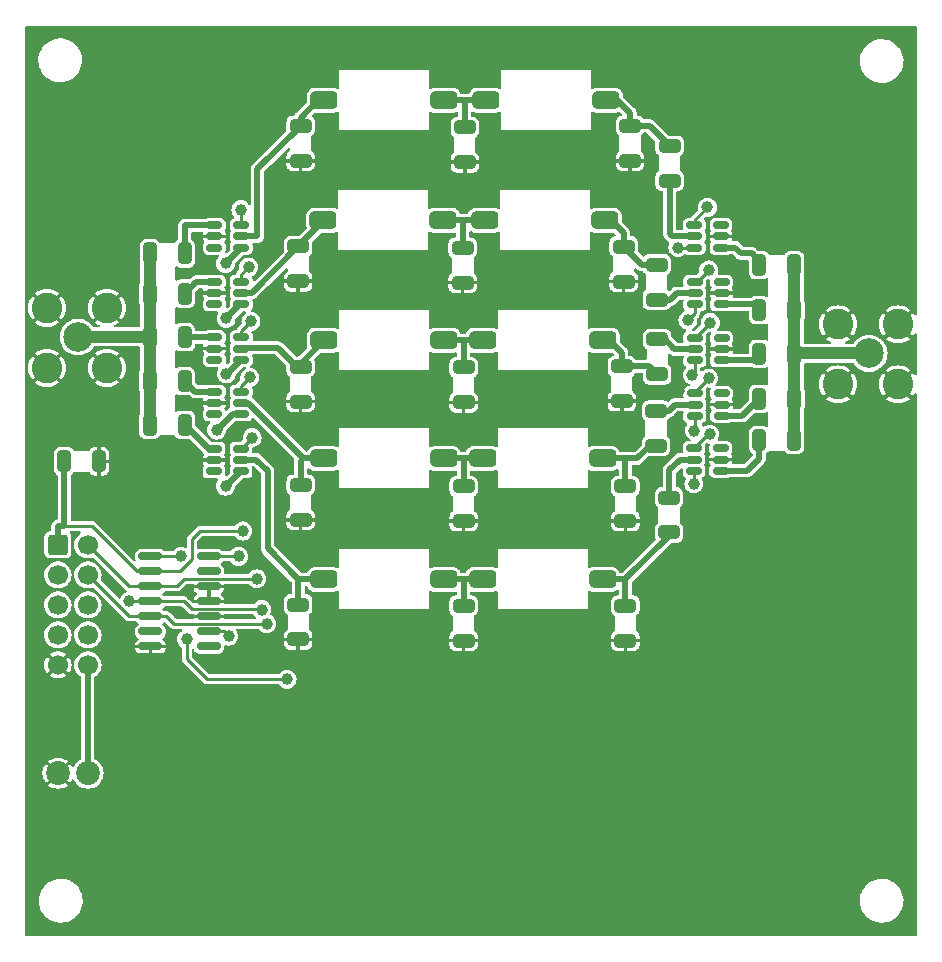
<source format=gtl>
G04 #@! TF.GenerationSoftware,KiCad,Pcbnew,7.0.10*
G04 #@! TF.CreationDate,2024-02-19T15:39:12-05:00*
G04 #@! TF.ProjectId,sdt_lpf,7364745f-6c70-4662-9e6b-696361645f70,rev?*
G04 #@! TF.SameCoordinates,PX62de0f0PY8af5bb0*
G04 #@! TF.FileFunction,Copper,L1,Top*
G04 #@! TF.FilePolarity,Positive*
%FSLAX46Y46*%
G04 Gerber Fmt 4.6, Leading zero omitted, Abs format (unit mm)*
G04 Created by KiCad (PCBNEW 7.0.10) date 2024-02-19 15:39:12*
%MOMM*%
%LPD*%
G01*
G04 APERTURE LIST*
G04 Aperture macros list*
%AMRoundRect*
0 Rectangle with rounded corners*
0 $1 Rounding radius*
0 $2 $3 $4 $5 $6 $7 $8 $9 X,Y pos of 4 corners*
0 Add a 4 corners polygon primitive as box body*
4,1,4,$2,$3,$4,$5,$6,$7,$8,$9,$2,$3,0*
0 Add four circle primitives for the rounded corners*
1,1,$1+$1,$2,$3*
1,1,$1+$1,$4,$5*
1,1,$1+$1,$6,$7*
1,1,$1+$1,$8,$9*
0 Add four rect primitives between the rounded corners*
20,1,$1+$1,$2,$3,$4,$5,0*
20,1,$1+$1,$4,$5,$6,$7,0*
20,1,$1+$1,$6,$7,$8,$9,0*
20,1,$1+$1,$8,$9,$2,$3,0*%
G04 Aperture macros list end*
G04 #@! TA.AperFunction,SMDPad,CuDef*
%ADD10RoundRect,0.150000X0.512500X0.150000X-0.512500X0.150000X-0.512500X-0.150000X0.512500X-0.150000X0*%
G04 #@! TD*
G04 #@! TA.AperFunction,SMDPad,CuDef*
%ADD11RoundRect,0.250000X-0.650000X0.325000X-0.650000X-0.325000X0.650000X-0.325000X0.650000X0.325000X0*%
G04 #@! TD*
G04 #@! TA.AperFunction,SMDPad,CuDef*
%ADD12RoundRect,0.150000X-0.512500X-0.150000X0.512500X-0.150000X0.512500X0.150000X-0.512500X0.150000X0*%
G04 #@! TD*
G04 #@! TA.AperFunction,SMDPad,CuDef*
%ADD13RoundRect,0.381000X-0.762000X-0.381000X0.762000X-0.381000X0.762000X0.381000X-0.762000X0.381000X0*%
G04 #@! TD*
G04 #@! TA.AperFunction,ComponentPad*
%ADD14C,2.020000*%
G04 #@! TD*
G04 #@! TA.AperFunction,SMDPad,CuDef*
%ADD15RoundRect,0.250000X0.325000X0.650000X-0.325000X0.650000X-0.325000X-0.650000X0.325000X-0.650000X0*%
G04 #@! TD*
G04 #@! TA.AperFunction,SMDPad,CuDef*
%ADD16RoundRect,0.250000X-0.325000X-0.650000X0.325000X-0.650000X0.325000X0.650000X-0.325000X0.650000X0*%
G04 #@! TD*
G04 #@! TA.AperFunction,ComponentPad*
%ADD17C,2.600000*%
G04 #@! TD*
G04 #@! TA.AperFunction,ComponentPad*
%ADD18C,2.500000*%
G04 #@! TD*
G04 #@! TA.AperFunction,ComponentPad*
%ADD19RoundRect,0.250000X-0.600000X-0.600000X0.600000X-0.600000X0.600000X0.600000X-0.600000X0.600000X0*%
G04 #@! TD*
G04 #@! TA.AperFunction,ComponentPad*
%ADD20C,1.700000*%
G04 #@! TD*
G04 #@! TA.AperFunction,SMDPad,CuDef*
%ADD21RoundRect,0.150000X-0.825000X-0.150000X0.825000X-0.150000X0.825000X0.150000X-0.825000X0.150000X0*%
G04 #@! TD*
G04 #@! TA.AperFunction,SMDPad,CuDef*
%ADD22RoundRect,0.250000X0.650000X-0.325000X0.650000X0.325000X-0.650000X0.325000X-0.650000X-0.325000X0*%
G04 #@! TD*
G04 #@! TA.AperFunction,ViaPad*
%ADD23C,1.000000*%
G04 #@! TD*
G04 #@! TA.AperFunction,Conductor*
%ADD24C,1.000000*%
G04 #@! TD*
G04 #@! TA.AperFunction,Conductor*
%ADD25C,0.500000*%
G04 #@! TD*
G04 #@! TA.AperFunction,Conductor*
%ADD26C,0.250000*%
G04 #@! TD*
G04 APERTURE END LIST*
D10*
X55900000Y55300000D03*
X55900000Y56250000D03*
X55900000Y57200000D03*
X53625000Y57200000D03*
X53625000Y56250000D03*
X53625000Y55300000D03*
D11*
X34020000Y55275000D03*
X34020000Y52325000D03*
D10*
X55950000Y50500000D03*
X55950000Y51450000D03*
X55950000Y52400000D03*
X53675000Y52400000D03*
X53675000Y51450000D03*
X53675000Y50500000D03*
D12*
X13000000Y43100000D03*
X13000000Y42150000D03*
X13000000Y41200000D03*
X15275000Y41200000D03*
X15275000Y42150000D03*
X15275000Y43100000D03*
D11*
X34200000Y65475000D03*
X34200000Y62525000D03*
D13*
X22278000Y27200000D03*
X32438000Y27200000D03*
X35900000Y57600000D03*
X46060000Y57600000D03*
D11*
X34100000Y35100000D03*
X34100000Y32150000D03*
D14*
X2300000Y10800000D03*
X-240000Y10800000D03*
D11*
X47800000Y24970000D03*
X47800000Y22020000D03*
D15*
X3225000Y37200000D03*
X275000Y37200000D03*
D16*
X59150000Y42500000D03*
X62100000Y42500000D03*
D10*
X55950000Y45750000D03*
X55950000Y46700000D03*
X55950000Y47650000D03*
X53675000Y47650000D03*
X53675000Y46700000D03*
X53675000Y45750000D03*
D12*
X13000000Y47700000D03*
X13000000Y46750000D03*
X13000000Y45800000D03*
X15275000Y45800000D03*
X15275000Y46750000D03*
X15275000Y47700000D03*
D13*
X35724000Y27200000D03*
X45884000Y27200000D03*
D16*
X59150000Y50000000D03*
X62100000Y50000000D03*
D13*
X22220000Y57600000D03*
X32380000Y57600000D03*
D11*
X50450000Y53850000D03*
X50450000Y50900000D03*
X48200000Y65600000D03*
X48200000Y62650000D03*
D13*
X22278000Y37440000D03*
X32438000Y37440000D03*
D11*
X20100000Y25075000D03*
X20100000Y22125000D03*
X34100000Y24970000D03*
X34100000Y22020000D03*
D16*
X7550000Y54800000D03*
X10500000Y54800000D03*
X7525000Y40300000D03*
X10475000Y40300000D03*
D17*
X-1180000Y50200000D03*
X-1180000Y45120000D03*
X3900000Y50200000D03*
X3900000Y45120000D03*
D18*
X1460000Y47735000D03*
D11*
X20300000Y35200000D03*
X20300000Y32250000D03*
D16*
X59125000Y53800000D03*
X62075000Y53800000D03*
X7525000Y44000000D03*
X10475000Y44000000D03*
D11*
X20300000Y65600000D03*
X20300000Y62650000D03*
X34100000Y45150000D03*
X34100000Y42200000D03*
X47650000Y55375000D03*
X47650000Y52425000D03*
D13*
X35724000Y37440000D03*
X45884000Y37440000D03*
D19*
X-250000Y30130000D03*
D20*
X2290000Y30130000D03*
X-250000Y27590000D03*
X2290000Y27590000D03*
X-250000Y25050000D03*
X2290000Y25050000D03*
X-250000Y22510000D03*
X2290000Y22510000D03*
X-250000Y19970000D03*
X2290000Y19970000D03*
D17*
X65800000Y48800000D03*
X65800000Y43720000D03*
X70880000Y48800000D03*
X70880000Y43720000D03*
D18*
X68440000Y46335000D03*
D10*
X55950000Y41050000D03*
X55950000Y42000000D03*
X55950000Y42950000D03*
X53675000Y42950000D03*
X53675000Y42000000D03*
X53675000Y41050000D03*
D21*
X7588800Y29150000D03*
X7588800Y27880000D03*
X7588800Y26610000D03*
X7588800Y25340000D03*
X7588800Y24070000D03*
X7588800Y22800000D03*
X7588800Y21530000D03*
X12538800Y21530000D03*
X12538800Y22800000D03*
X12538800Y24070000D03*
X12538800Y25340000D03*
X12538800Y26610000D03*
X12538800Y27880000D03*
X12538800Y29150000D03*
D12*
X13000000Y52400000D03*
X13000000Y51450000D03*
X13000000Y50500000D03*
X15275000Y50500000D03*
X15275000Y51450000D03*
X15275000Y52400000D03*
D11*
X51550000Y63900000D03*
X51550000Y60950000D03*
D13*
X22278000Y47450000D03*
X32438000Y47450000D03*
X35724000Y47450000D03*
X45884000Y47450000D03*
D22*
X51500000Y31175000D03*
X51500000Y34125000D03*
D11*
X47500000Y45250000D03*
X47500000Y42300000D03*
X20300000Y45200000D03*
X20300000Y42250000D03*
D13*
X36000000Y67770000D03*
X46160000Y67770000D03*
X22278000Y67770000D03*
X32438000Y67770000D03*
D11*
X20100000Y55400000D03*
X20100000Y52450000D03*
X47800000Y35100000D03*
X47800000Y32150000D03*
D12*
X12975000Y38250000D03*
X12975000Y37300000D03*
X12975000Y36350000D03*
X15250000Y36350000D03*
X15250000Y37300000D03*
X15250000Y38250000D03*
D16*
X7525000Y51400000D03*
X10475000Y51400000D03*
X59125000Y39000000D03*
X62075000Y39000000D03*
D22*
X50500000Y44575000D03*
X50500000Y47525000D03*
D16*
X59150000Y46300000D03*
X62100000Y46300000D03*
D10*
X55875000Y36400000D03*
X55875000Y37350000D03*
X55875000Y38300000D03*
X53600000Y38300000D03*
X53600000Y37350000D03*
X53600000Y36400000D03*
D22*
X50400000Y38525000D03*
X50400000Y41475000D03*
D12*
X13000000Y57200000D03*
X13000000Y56250000D03*
X13000000Y55300000D03*
X15275000Y55300000D03*
X15275000Y56250000D03*
X15275000Y57200000D03*
D16*
X7525000Y47700000D03*
X10475000Y47700000D03*
D23*
X3220000Y39100000D03*
X18430000Y65510000D03*
X50470000Y66660000D03*
X53025000Y58975000D03*
X7075000Y16450000D03*
X4500000Y18425000D03*
X47500000Y40400000D03*
X20300000Y40600000D03*
X-2200000Y57550000D03*
X-1850000Y26300000D03*
X19900000Y-1550000D03*
X52300000Y43150000D03*
X4250000Y24250000D03*
X61910000Y55640000D03*
X36900000Y21900000D03*
X45750000Y22000000D03*
X11050000Y37100000D03*
X34200000Y73300000D03*
X57750000Y42550000D03*
X34100000Y30400000D03*
X13700000Y58550000D03*
X34150000Y-1750000D03*
X37250000Y42350000D03*
X6950000Y34350000D03*
X63150000Y-2050000D03*
X61925000Y37200000D03*
X37050000Y32250000D03*
X5950000Y73150000D03*
X16850000Y50300000D03*
X47800000Y30300000D03*
X48200000Y60950000D03*
X7850000Y38575000D03*
X20300000Y61000000D03*
X71200000Y25200000D03*
X7400000Y19250000D03*
X57750000Y47000000D03*
X37150000Y52450000D03*
X56500000Y39750000D03*
X15000000Y16750000D03*
X12400000Y44400000D03*
X31650000Y22000000D03*
X15400000Y32850000D03*
X31750000Y32300000D03*
X55650000Y34100000D03*
X56550000Y49150000D03*
X20000000Y73300000D03*
X57750000Y51700000D03*
X20300000Y30500000D03*
X56450000Y53850000D03*
X19900000Y29000000D03*
X53600000Y14500000D03*
X6200000Y-1700000D03*
X45450000Y32300000D03*
X22400000Y32250000D03*
X34000000Y50550000D03*
X14825000Y39825000D03*
X33600000Y14250000D03*
X34200000Y60700000D03*
X10350000Y32000000D03*
X16900000Y55100000D03*
X47950000Y49500000D03*
X45700000Y51950000D03*
X9950000Y24400000D03*
X9725000Y58125000D03*
X12250000Y30350000D03*
X37450000Y62750000D03*
X15500000Y34850000D03*
X22300000Y62650000D03*
X49600000Y-1700000D03*
X70950000Y64350000D03*
X16750000Y45800000D03*
X71100000Y34500000D03*
X54050000Y25350000D03*
X63000000Y73150000D03*
X57750000Y56500000D03*
X50450000Y55350000D03*
X71100000Y6700000D03*
X44350000Y42300000D03*
X31200000Y62750000D03*
X31600000Y42350000D03*
X-1850000Y33100000D03*
X11050000Y45750000D03*
X11100000Y41950000D03*
X20100000Y50750000D03*
X22400000Y42300000D03*
X70900000Y57000000D03*
X52200000Y48200000D03*
X56400000Y44450000D03*
X6100000Y56100000D03*
X12200000Y33750000D03*
X71100000Y16150000D03*
X47800000Y20250000D03*
X22100000Y22150000D03*
X48400000Y73200000D03*
X31500000Y52550000D03*
X20100000Y20550000D03*
X57650000Y37600000D03*
X13600000Y19950000D03*
X46250000Y62650000D03*
X-2000000Y5350000D03*
X34100000Y20250000D03*
X22050000Y52450000D03*
X-2050000Y64750000D03*
X34100000Y40400000D03*
X13950000Y53950000D03*
X15400000Y31300000D03*
X16200000Y39200000D03*
X53600000Y35300000D03*
X16000000Y44300000D03*
X16600000Y27250000D03*
X53650000Y39800000D03*
X16100000Y49050000D03*
X53450000Y44500000D03*
X5800000Y25350000D03*
X17000000Y24650000D03*
X15250000Y58500000D03*
X19150000Y18750000D03*
X10650000Y22150000D03*
X52250000Y55300000D03*
X10191636Y29158364D03*
X14000000Y49300000D03*
X17450000Y23450000D03*
X15900000Y53650000D03*
X53100000Y49150000D03*
X14000000Y44600000D03*
X54750000Y58700000D03*
X54850000Y53400000D03*
X15050000Y29150000D03*
X14200000Y22400000D03*
X13950000Y35100000D03*
X13200000Y39850000D03*
X54950000Y39500000D03*
X55000000Y48950000D03*
X54850000Y44250000D03*
D24*
X1460000Y47735000D02*
X7490000Y47735000D01*
X7490000Y47735000D02*
X7525000Y47700000D01*
X7525000Y51400000D02*
X7525000Y54775000D01*
X7525000Y44000000D02*
X7525000Y40300000D01*
X7525000Y47700000D02*
X7525000Y51400000D01*
X7525000Y54775000D02*
X7550000Y54800000D01*
X7525000Y47700000D02*
X7525000Y44000000D01*
D25*
X10500000Y57200000D02*
X13000000Y57200000D01*
X10500000Y54800000D02*
X10500000Y57200000D01*
X11475000Y52400000D02*
X10475000Y51400000D01*
X13000000Y52400000D02*
X11475000Y52400000D01*
X13000000Y47700000D02*
X10475000Y47700000D01*
X13000000Y43100000D02*
X11375000Y43100000D01*
X11375000Y43100000D02*
X10475000Y44000000D01*
X12475000Y38300000D02*
X10475000Y40300000D01*
X13000000Y38300000D02*
X12475000Y38300000D01*
X22278000Y67770000D02*
X21770000Y67770000D01*
X15275000Y56250000D02*
X16650000Y56250000D01*
X16650000Y61950000D02*
X20300000Y65600000D01*
X16650000Y56250000D02*
X16650000Y61950000D01*
X21770000Y67770000D02*
X20300000Y66300000D01*
X20300000Y66300000D02*
X20300000Y65600000D01*
X16170000Y51450000D02*
X16170000Y51470000D01*
X22220000Y57600000D02*
X22220000Y57520000D01*
X15275000Y51450000D02*
X16170000Y51450000D01*
X16170000Y51470000D02*
X20100000Y55400000D01*
X22220000Y57520000D02*
X20100000Y55400000D01*
X18400000Y46800000D02*
X15325000Y46800000D01*
X20300000Y45200000D02*
X20300000Y45472000D01*
X20300000Y45200000D02*
X20000000Y45200000D01*
X20000000Y45200000D02*
X18400000Y46800000D01*
X15325000Y46800000D02*
X15275000Y46750000D01*
X20300000Y45472000D02*
X22278000Y47450000D01*
X15275000Y42150000D02*
X15836028Y42150000D01*
X20300000Y37193972D02*
X20546028Y37440000D01*
X20546028Y37440000D02*
X22278000Y37440000D01*
X15836028Y42150000D02*
X20546028Y37440000D01*
X20300000Y35200000D02*
X20300000Y37193972D01*
X15275000Y37350000D02*
X16550000Y37350000D01*
X22258000Y27220000D02*
X22278000Y27200000D01*
X17500000Y36400000D02*
X17500000Y29820000D01*
X17500000Y29820000D02*
X20100000Y27220000D01*
X20100000Y25075000D02*
X20100000Y27220000D01*
X16550000Y37350000D02*
X17500000Y36400000D01*
X20100000Y27220000D02*
X22258000Y27220000D01*
X34200000Y65475000D02*
X34200000Y67620000D01*
X32438000Y67770000D02*
X34350000Y67770000D01*
X34200000Y67620000D02*
X34350000Y67770000D01*
X34350000Y67770000D02*
X36000000Y67770000D01*
X34020000Y57580000D02*
X34000000Y57600000D01*
X34000000Y57600000D02*
X35900000Y57600000D01*
X32380000Y57600000D02*
X34000000Y57600000D01*
X34020000Y55275000D02*
X34020000Y57580000D01*
X34100000Y45150000D02*
X34100000Y47450000D01*
X32438000Y47450000D02*
X34100000Y47450000D01*
X34100000Y47450000D02*
X35724000Y47450000D01*
X34200000Y37440000D02*
X35724000Y37440000D01*
X34100000Y35100000D02*
X34100000Y37340000D01*
X32438000Y37440000D02*
X34200000Y37440000D01*
X34100000Y37340000D02*
X34200000Y37440000D01*
X34100000Y24970000D02*
X34100000Y27200000D01*
X32438000Y27200000D02*
X34100000Y27200000D01*
X34100000Y27200000D02*
X35724000Y27200000D01*
X51750000Y56250000D02*
X51550000Y56450000D01*
X53625000Y56250000D02*
X51750000Y56250000D01*
X51550000Y56450000D02*
X51550000Y60950000D01*
X50450000Y50900000D02*
X51600000Y50900000D01*
X52150000Y51450000D02*
X53675000Y51450000D01*
X51600000Y50900000D02*
X52150000Y51450000D01*
X53675000Y46700000D02*
X51950000Y46700000D01*
X51125000Y47525000D02*
X50500000Y47525000D01*
X51950000Y46700000D02*
X51125000Y47525000D01*
X52000000Y42000000D02*
X53675000Y42000000D01*
X51475000Y41475000D02*
X52000000Y42000000D01*
X50400000Y41475000D02*
X51475000Y41475000D01*
X51500000Y34125000D02*
X51500000Y36450000D01*
X51500000Y36450000D02*
X52400000Y37350000D01*
X52400000Y37350000D02*
X53600000Y37350000D01*
X57100000Y55300000D02*
X57600000Y54800000D01*
X59125000Y54175000D02*
X58500000Y54800000D01*
X58500000Y54800000D02*
X57600000Y54800000D01*
X59125000Y53800000D02*
X59125000Y54175000D01*
X55900000Y55300000D02*
X57100000Y55300000D01*
D24*
X62100000Y46300000D02*
X62100000Y42500000D01*
X62100000Y42500000D02*
X62100000Y39025000D01*
X62100000Y50000000D02*
X62100000Y53775000D01*
X62100000Y53775000D02*
X62075000Y53800000D01*
X68440000Y46335000D02*
X62135000Y46335000D01*
X62100000Y46300000D02*
X62100000Y50000000D01*
X62135000Y46335000D02*
X62100000Y46300000D01*
X62100000Y39025000D02*
X62075000Y39000000D01*
D25*
X55950000Y50500000D02*
X58650000Y50500000D01*
X58650000Y50500000D02*
X59150000Y50000000D01*
X58600000Y45750000D02*
X59150000Y46300000D01*
X55950000Y45750000D02*
X58600000Y45750000D01*
X55950000Y41050000D02*
X57700000Y41050000D01*
X57700000Y41050000D02*
X59150000Y42500000D01*
X59125000Y37425000D02*
X59125000Y39000000D01*
X55875000Y36400000D02*
X58100000Y36400000D01*
X58100000Y36400000D02*
X59125000Y37425000D01*
X15275000Y55275000D02*
X13950000Y53950000D01*
X15275000Y55300000D02*
X15275000Y55275000D01*
D26*
X275000Y31725000D02*
X250000Y31700000D01*
X15400000Y31300000D02*
X12050000Y31300000D01*
D25*
X-250000Y31700000D02*
X250000Y31700000D01*
D26*
X53600000Y36400000D02*
X53600000Y35300000D01*
D25*
X-250000Y30130000D02*
X-250000Y31700000D01*
X275000Y37200000D02*
X275000Y31725000D01*
D26*
X10080000Y27880000D02*
X11100000Y28900000D01*
X6470000Y27880000D02*
X2650000Y31700000D01*
X7588800Y27880000D02*
X6470000Y27880000D01*
X250000Y31700000D02*
X2650000Y31700000D01*
X15250000Y38250000D02*
X16200000Y39200000D01*
X11800000Y31300000D02*
X12050000Y31300000D01*
X7588800Y27880000D02*
X10080000Y27880000D01*
X11100000Y28900000D02*
X11100000Y30600000D01*
X11100000Y30600000D02*
X11800000Y31300000D01*
X7588800Y26610000D02*
X5810000Y26610000D01*
X16450000Y27250000D02*
X10435600Y27250000D01*
X9795600Y26610000D02*
X7588800Y26610000D01*
X53675000Y39825000D02*
X53650000Y39800000D01*
X15275000Y43575000D02*
X16000000Y44300000D01*
X15275000Y43100000D02*
X15275000Y43575000D01*
X53675000Y41050000D02*
X53675000Y39825000D01*
X5810000Y26610000D02*
X2290000Y30130000D01*
X10435600Y27250000D02*
X9795600Y26610000D01*
X53675000Y45750000D02*
X53675000Y44725000D01*
X10434400Y25340000D02*
X5810000Y25340000D01*
X53675000Y44725000D02*
X53450000Y44500000D01*
X11079400Y24695000D02*
X16805000Y24695000D01*
X5810000Y25340000D02*
X5800000Y25350000D01*
X10434400Y25340000D02*
X11079400Y24695000D01*
X15275000Y47700000D02*
X15275000Y48225000D01*
X16805000Y24695000D02*
X16850000Y24650000D01*
X5600000Y25350000D02*
X5610000Y25340000D01*
X15275000Y48225000D02*
X16100000Y49050000D01*
X15275000Y58475000D02*
X15250000Y58500000D01*
X10650000Y21450000D02*
X10650000Y22150000D01*
X12350000Y18750000D02*
X10650000Y20450000D01*
X12361200Y18750000D02*
X12350000Y18750000D01*
X7588800Y29150000D02*
X10183272Y29150000D01*
X12361200Y18750000D02*
X19150000Y18750000D01*
X10650000Y20450000D02*
X10650000Y21450000D01*
X10183272Y29150000D02*
X10191636Y29158364D01*
X52250000Y55300000D02*
X53625000Y55300000D01*
X15275000Y57200000D02*
X15275000Y58475000D01*
D25*
X2290000Y11160000D02*
X2300000Y11150000D01*
X2290000Y19970000D02*
X2290000Y16600000D01*
X2290000Y16600000D02*
X2290000Y10810000D01*
D26*
X2290000Y10810000D02*
X2300000Y10800000D01*
D25*
X15200000Y50500000D02*
X14000000Y49300000D01*
D26*
X53675000Y49725000D02*
X53100000Y49150000D01*
X15275000Y53025000D02*
X15900000Y53650000D01*
X17284400Y23465600D02*
X17263800Y23445000D01*
X53675000Y50500000D02*
X53675000Y49725000D01*
X9570600Y23445000D02*
X8945600Y24070000D01*
X8945600Y24070000D02*
X7588800Y24070000D01*
X17263800Y23445000D02*
X9570600Y23445000D01*
X15275000Y52400000D02*
X15275000Y53025000D01*
X2290000Y27590000D02*
X5810000Y24070000D01*
X5810000Y24070000D02*
X7600000Y24070000D01*
D25*
X14075000Y44600000D02*
X15275000Y45800000D01*
X14000000Y44600000D02*
X14075000Y44600000D01*
D26*
X54750000Y58700000D02*
X53625000Y57575000D01*
X53625000Y57575000D02*
X53625000Y57200000D01*
X53850000Y52400000D02*
X54850000Y53400000D01*
X53675000Y52400000D02*
X53850000Y52400000D01*
X13800000Y22800000D02*
X14200000Y22400000D01*
X12538800Y22800000D02*
X13800000Y22800000D01*
X12527600Y29150000D02*
X15050000Y29150000D01*
D25*
X13950000Y35100000D02*
X14000000Y35100000D01*
X14000000Y35100000D02*
X15250000Y36350000D01*
X14550000Y41200000D02*
X13200000Y39850000D01*
X15275000Y41200000D02*
X14550000Y41200000D01*
D26*
X53600000Y38300000D02*
X54800000Y39500000D01*
X55000000Y48950000D02*
X54975000Y48950000D01*
X54975000Y48950000D02*
X53675000Y47650000D01*
X53675000Y42950000D02*
X53675000Y43075000D01*
X53675000Y43075000D02*
X54850000Y44250000D01*
D25*
X49850000Y65600000D02*
X49750000Y65600000D01*
X47130000Y67770000D02*
X48200000Y66700000D01*
X48200000Y66700000D02*
X48200000Y65600000D01*
X51550000Y63900000D02*
X49850000Y65600000D01*
X49750000Y65600000D02*
X48200000Y65600000D01*
X46160000Y67770000D02*
X47130000Y67770000D01*
X47650000Y55375000D02*
X47650000Y56500000D01*
X50450000Y53850000D02*
X49175000Y53850000D01*
X47650000Y56500000D02*
X46550000Y57600000D01*
X49175000Y53850000D02*
X47650000Y55375000D01*
X47500000Y45250000D02*
X49825000Y45250000D01*
X47500000Y45250000D02*
X47500000Y46400000D01*
X46450000Y47450000D02*
X45884000Y47450000D01*
X47500000Y46400000D02*
X46450000Y47450000D01*
X49825000Y45250000D02*
X50500000Y44575000D01*
X47800000Y37440000D02*
X48790000Y37440000D01*
X48790000Y37440000D02*
X49875000Y38525000D01*
X47800000Y35100000D02*
X47800000Y37440000D01*
X45884000Y37440000D02*
X47800000Y37440000D01*
X51500000Y30900000D02*
X47800000Y27200000D01*
X51500000Y31175000D02*
X51500000Y30900000D01*
X45884000Y27200000D02*
X47800000Y27200000D01*
X47800000Y24970000D02*
X47800000Y27200000D01*
G04 #@! TA.AperFunction,Conductor*
G36*
X10275335Y24895593D02*
G01*
X10287148Y24885504D01*
X10730872Y24441780D01*
X10730871Y24441780D01*
X10799991Y24372661D01*
X10826180Y24346472D01*
X10849451Y24334615D01*
X10862680Y24326508D01*
X10883819Y24311150D01*
X10908650Y24303083D01*
X10923010Y24297136D01*
X10946274Y24285281D01*
X10972067Y24281197D01*
X10987170Y24277571D01*
X11012007Y24269500D01*
X11045912Y24269500D01*
X11173293Y24269500D01*
X11231484Y24250593D01*
X11243297Y24240504D01*
X11263801Y24220000D01*
X12388799Y24220000D01*
X12409303Y24240504D01*
X12463820Y24268281D01*
X12479307Y24269500D01*
X12598293Y24269500D01*
X12656484Y24250593D01*
X12668297Y24240504D01*
X12688801Y24220000D01*
X13813798Y24220000D01*
X13834302Y24240504D01*
X13888819Y24268281D01*
X13904306Y24269500D01*
X16238960Y24269500D01*
X16297151Y24250593D01*
X16322786Y24223171D01*
X16368762Y24150000D01*
X16370184Y24147738D01*
X16478420Y24039502D01*
X16506196Y23984987D01*
X16496625Y23924555D01*
X16453360Y23881290D01*
X16408415Y23870500D01*
X13904307Y23870500D01*
X13846116Y23889407D01*
X13834303Y23899496D01*
X13813799Y23920000D01*
X11263802Y23920000D01*
X11243298Y23899496D01*
X11188781Y23871719D01*
X11173294Y23870500D01*
X9787856Y23870500D01*
X9729665Y23889407D01*
X9717852Y23899496D01*
X9222794Y24394554D01*
X9222794Y24394555D01*
X9198820Y24418529D01*
X9198818Y24418530D01*
X9175550Y24430385D01*
X9162305Y24438501D01*
X9141181Y24453849D01*
X9141179Y24453850D01*
X9116341Y24461921D01*
X9101991Y24467865D01*
X9078726Y24479719D01*
X9052929Y24483805D01*
X9037829Y24487430D01*
X9012993Y24495500D01*
X9012991Y24495500D01*
X8820357Y24495500D01*
X8762166Y24514407D01*
X8740702Y24535711D01*
X8735951Y24542148D01*
X8735950Y24542150D01*
X8735946Y24542153D01*
X8735944Y24542155D01*
X8623225Y24625345D01*
X8587632Y24675112D01*
X8588090Y24736296D01*
X8623225Y24784655D01*
X8708699Y24847738D01*
X8735950Y24867850D01*
X8740702Y24874290D01*
X8790471Y24909881D01*
X8820357Y24914500D01*
X10217144Y24914500D01*
X10275335Y24895593D01*
G37*
G04 #@! TD.AperFunction*
G04 #@! TA.AperFunction,Conductor*
G36*
X36959749Y46479109D02*
G01*
X36991402Y46426747D01*
X36994000Y46404218D01*
X36994000Y44910000D01*
X36994001Y44910000D01*
X44613999Y44910000D01*
X44614000Y44910000D01*
X44614000Y46404218D01*
X44632907Y46462409D01*
X44682407Y46498373D01*
X44743593Y46498373D01*
X44764214Y46488942D01*
X44840250Y46442976D01*
X44998254Y46393740D01*
X45066922Y46387500D01*
X45066928Y46387500D01*
X46692968Y46387500D01*
X46751159Y46368593D01*
X46762972Y46358504D01*
X46831689Y46289787D01*
X46859466Y46235270D01*
X46849895Y46174838D01*
X46806630Y46131573D01*
X46773490Y46121489D01*
X46718433Y46114877D01*
X46577660Y46059363D01*
X46577656Y46059360D01*
X46457081Y45967925D01*
X46457075Y45967919D01*
X46365640Y45847344D01*
X46365637Y45847340D01*
X46310123Y45706566D01*
X46299500Y45618107D01*
X46299500Y44881894D01*
X46310123Y44793435D01*
X46365637Y44652661D01*
X46365638Y44652659D01*
X46365639Y44652658D01*
X46457078Y44532078D01*
X46560819Y44453408D01*
X46595762Y44403182D01*
X46600000Y44374525D01*
X46600000Y43174849D01*
X46581093Y43116658D01*
X46560820Y43095966D01*
X46457440Y43017570D01*
X46457435Y43017565D01*
X46366080Y42897096D01*
X46310613Y42756444D01*
X46300000Y42668065D01*
X46300000Y42450001D01*
X46300001Y42450000D01*
X48699999Y42450000D01*
X48700000Y42450001D01*
X48700000Y42668059D01*
X48699999Y42668065D01*
X48689386Y42756444D01*
X48633919Y42897096D01*
X48542564Y43017565D01*
X48542559Y43017570D01*
X48439180Y43095966D01*
X48404238Y43146193D01*
X48400000Y43174849D01*
X48400000Y44374525D01*
X48418907Y44432716D01*
X48439178Y44453407D01*
X48542922Y44532078D01*
X48634361Y44652658D01*
X48634361Y44652659D01*
X48638452Y44658053D01*
X48640464Y44656527D01*
X48677313Y44690475D01*
X48718610Y44699500D01*
X49200500Y44699500D01*
X49258691Y44680593D01*
X49294655Y44631093D01*
X49299500Y44600500D01*
X49299500Y44206894D01*
X49310123Y44118435D01*
X49365637Y43977661D01*
X49365638Y43977659D01*
X49365639Y43977658D01*
X49457078Y43857078D01*
X49577658Y43765639D01*
X49577659Y43765639D01*
X49577660Y43765638D01*
X49635208Y43742944D01*
X49718436Y43710123D01*
X49806898Y43699500D01*
X49806900Y43699500D01*
X51193100Y43699500D01*
X51193102Y43699500D01*
X51281564Y43710123D01*
X51422342Y43765639D01*
X51542922Y43857078D01*
X51634361Y43977658D01*
X51689877Y44118436D01*
X51700500Y44206898D01*
X51700500Y44943102D01*
X51689877Y45031564D01*
X51654470Y45121350D01*
X51634362Y45172340D01*
X51634361Y45172341D01*
X51634361Y45172342D01*
X51542922Y45292922D01*
X51542917Y45292926D01*
X51439180Y45371593D01*
X51404238Y45421819D01*
X51400000Y45450476D01*
X51400000Y46231329D01*
X51418907Y46289520D01*
X51468407Y46325484D01*
X51529593Y46325484D01*
X51571352Y46298902D01*
X51592589Y46276163D01*
X51599320Y46268956D01*
X51635516Y46246946D01*
X51643893Y46241244D01*
X51677650Y46215644D01*
X51677654Y46215642D01*
X51677658Y46215639D01*
X51696346Y46208270D01*
X51711454Y46200766D01*
X51728618Y46190328D01*
X51769422Y46178896D01*
X51779022Y46175667D01*
X51784577Y46173476D01*
X51818432Y46160125D01*
X51818433Y46160125D01*
X51818436Y46160124D01*
X51838415Y46158071D01*
X51854992Y46154920D01*
X51874335Y46149500D01*
X51916701Y46149500D01*
X51926823Y46148982D01*
X51968972Y46144648D01*
X51988761Y46148061D01*
X52005583Y46149500D01*
X52632993Y46149500D01*
X52691184Y46130593D01*
X52727148Y46081093D01*
X52727148Y46019907D01*
X52726437Y46017802D01*
X52714855Y45984704D01*
X52714853Y45984695D01*
X52712000Y45954275D01*
X52712000Y45545726D01*
X52714853Y45515306D01*
X52714855Y45515297D01*
X52759707Y45387117D01*
X52840345Y45277856D01*
X52840347Y45277854D01*
X52840350Y45277850D01*
X52894750Y45237701D01*
X52930342Y45187935D01*
X52929884Y45126752D01*
X52905965Y45088044D01*
X52820185Y45002264D01*
X52820181Y45002259D01*
X52724211Y44849524D01*
X52724211Y44849523D01*
X52664633Y44679262D01*
X52664632Y44679258D01*
X52644435Y44500000D01*
X52664632Y44320743D01*
X52664633Y44320739D01*
X52724211Y44150478D01*
X52724211Y44150477D01*
X52820181Y43997742D01*
X52820184Y43997738D01*
X52947738Y43870184D01*
X52947740Y43870183D01*
X52947741Y43870182D01*
X53068291Y43794435D01*
X53100478Y43774211D01*
X53130688Y43763640D01*
X53189833Y43742944D01*
X53238513Y43705879D01*
X53256110Y43647278D01*
X53235902Y43589527D01*
X53185607Y43554683D01*
X53157135Y43550500D01*
X53108225Y43550500D01*
X53077805Y43547647D01*
X53077796Y43547645D01*
X52949616Y43502793D01*
X52840355Y43422155D01*
X52840345Y43422145D01*
X52759707Y43312884D01*
X52714855Y43184704D01*
X52714853Y43184695D01*
X52712000Y43154275D01*
X52712000Y42745726D01*
X52714853Y42715306D01*
X52714855Y42715298D01*
X52726437Y42682198D01*
X52727810Y42621028D01*
X52692966Y42570733D01*
X52635215Y42550525D01*
X52632993Y42550500D01*
X52011079Y42550500D01*
X52007700Y42550558D01*
X51943175Y42552762D01*
X51943174Y42552762D01*
X51943173Y42552762D01*
X51943166Y42552761D01*
X51902020Y42542734D01*
X51892063Y42540841D01*
X51850080Y42535071D01*
X51831657Y42527068D01*
X51815659Y42521688D01*
X51796149Y42516934D01*
X51796147Y42516933D01*
X51759221Y42496171D01*
X51750148Y42491665D01*
X51711279Y42474780D01*
X51695697Y42462103D01*
X51681744Y42452607D01*
X51664242Y42442767D01*
X51664242Y42442766D01*
X51634281Y42412807D01*
X51626760Y42406020D01*
X51593890Y42379277D01*
X51582308Y42362870D01*
X51571435Y42349961D01*
X51487738Y42266264D01*
X51433221Y42238487D01*
X51372789Y42248058D01*
X51357924Y42257379D01*
X51322342Y42284361D01*
X51322340Y42284362D01*
X51322339Y42284363D01*
X51181565Y42339877D01*
X51093106Y42350500D01*
X51093102Y42350500D01*
X49706898Y42350500D01*
X49706893Y42350500D01*
X49618434Y42339877D01*
X49477660Y42284363D01*
X49477656Y42284360D01*
X49357081Y42192925D01*
X49357075Y42192919D01*
X49265640Y42072344D01*
X49265637Y42072340D01*
X49210123Y41931566D01*
X49199500Y41843107D01*
X49199500Y41106894D01*
X49210123Y41018435D01*
X49265637Y40877661D01*
X49265638Y40877659D01*
X49265639Y40877658D01*
X49357078Y40757078D01*
X49460819Y40678408D01*
X49495762Y40628182D01*
X49500000Y40599525D01*
X49500000Y39400476D01*
X49481093Y39342285D01*
X49460820Y39321593D01*
X49357082Y39242926D01*
X49357075Y39242919D01*
X49265640Y39122344D01*
X49265637Y39122340D01*
X49210123Y38981566D01*
X49199500Y38893107D01*
X49199500Y38669033D01*
X49180593Y38610842D01*
X49170504Y38599029D01*
X48590971Y38019496D01*
X48536454Y37991719D01*
X48520967Y37990500D01*
X47822197Y37990500D01*
X47815441Y37990731D01*
X47808586Y37991200D01*
X47762079Y37994381D01*
X47762078Y37994381D01*
X47753369Y37992571D01*
X47733226Y37990500D01*
X47379848Y37990500D01*
X47321657Y38009407D01*
X47285693Y38058907D01*
X47285330Y38060048D01*
X47283694Y38065297D01*
X47272024Y38102750D01*
X47271124Y38104238D01*
X47239289Y38156900D01*
X47186405Y38244381D01*
X47069381Y38361405D01*
X47019386Y38391628D01*
X46927751Y38447024D01*
X46927743Y38447027D01*
X46769751Y38496259D01*
X46769745Y38496261D01*
X46701083Y38502500D01*
X46701078Y38502500D01*
X45066922Y38502500D01*
X45066916Y38502500D01*
X44998254Y38496261D01*
X44998248Y38496259D01*
X44840256Y38447027D01*
X44840251Y38447025D01*
X44764216Y38401060D01*
X44704636Y38387137D01*
X44648251Y38410893D01*
X44616597Y38463255D01*
X44614000Y38485783D01*
X44614000Y39979999D01*
X44614000Y39980000D01*
X36994000Y39980000D01*
X36994000Y39979999D01*
X36994000Y38485783D01*
X36975093Y38427592D01*
X36925593Y38391628D01*
X36864407Y38391628D01*
X36843784Y38401060D01*
X36767748Y38447025D01*
X36767743Y38447027D01*
X36609751Y38496259D01*
X36609745Y38496261D01*
X36541083Y38502500D01*
X36541078Y38502500D01*
X34906922Y38502500D01*
X34906916Y38502500D01*
X34838254Y38496261D01*
X34838248Y38496259D01*
X34680256Y38447027D01*
X34680248Y38447024D01*
X34538620Y38361406D01*
X34421594Y38244380D01*
X34335976Y38102752D01*
X34335975Y38102750D01*
X34328158Y38077661D01*
X34325284Y38068436D01*
X34322670Y38060048D01*
X34287307Y38010117D01*
X34229349Y37990507D01*
X34228152Y37990500D01*
X34211079Y37990500D01*
X34207700Y37990558D01*
X34143176Y37992762D01*
X34143175Y37992762D01*
X34143174Y37992762D01*
X34143172Y37992762D01*
X34136437Y37992069D01*
X34136420Y37992231D01*
X34122004Y37990500D01*
X33933848Y37990500D01*
X33875657Y38009407D01*
X33839693Y38058907D01*
X33839330Y38060048D01*
X33837694Y38065297D01*
X33826024Y38102750D01*
X33825124Y38104238D01*
X33793289Y38156900D01*
X33740405Y38244381D01*
X33623381Y38361405D01*
X33573386Y38391628D01*
X33481751Y38447024D01*
X33481743Y38447027D01*
X33323751Y38496259D01*
X33323745Y38496261D01*
X33255083Y38502500D01*
X33255078Y38502500D01*
X31620922Y38502500D01*
X31620916Y38502500D01*
X31552254Y38496261D01*
X31552248Y38496259D01*
X31394256Y38447027D01*
X31394251Y38447025D01*
X31318216Y38401060D01*
X31258636Y38387137D01*
X31202251Y38410893D01*
X31170597Y38463255D01*
X31168000Y38485783D01*
X31168000Y39979999D01*
X31168000Y39980000D01*
X23548000Y39980000D01*
X23548000Y39979999D01*
X23548000Y38485783D01*
X23529093Y38427592D01*
X23479593Y38391628D01*
X23418407Y38391628D01*
X23397784Y38401060D01*
X23321748Y38447025D01*
X23321743Y38447027D01*
X23163751Y38496259D01*
X23163745Y38496261D01*
X23095083Y38502500D01*
X23095078Y38502500D01*
X21460922Y38502500D01*
X21460916Y38502500D01*
X21392254Y38496261D01*
X21392248Y38496259D01*
X21234256Y38447027D01*
X21234248Y38447024D01*
X21092620Y38361406D01*
X20975594Y38244380D01*
X20889976Y38102752D01*
X20889974Y38102746D01*
X20884487Y38085137D01*
X20849123Y38035206D01*
X20791165Y38015598D01*
X20732750Y38033802D01*
X20719966Y38044587D01*
X16882617Y41881936D01*
X19100000Y41881936D01*
X19110613Y41793557D01*
X19166080Y41652905D01*
X19257435Y41532436D01*
X19377904Y41441081D01*
X19518556Y41385614D01*
X19606935Y41375001D01*
X19606942Y41375000D01*
X20149999Y41375000D01*
X20150000Y41375001D01*
X20450000Y41375001D01*
X20450001Y41375000D01*
X20993058Y41375000D01*
X20993064Y41375001D01*
X21081443Y41385614D01*
X21222095Y41441081D01*
X21342564Y41532436D01*
X21433919Y41652905D01*
X21489386Y41793557D01*
X21493995Y41831936D01*
X32900000Y41831936D01*
X32910613Y41743557D01*
X32966080Y41602905D01*
X33057435Y41482436D01*
X33177904Y41391081D01*
X33318556Y41335614D01*
X33406935Y41325001D01*
X33406942Y41325000D01*
X33949999Y41325000D01*
X33950000Y41325001D01*
X34250000Y41325001D01*
X34250001Y41325000D01*
X34793058Y41325000D01*
X34793064Y41325001D01*
X34881443Y41335614D01*
X35022095Y41391081D01*
X35142564Y41482436D01*
X35233919Y41602905D01*
X35289386Y41743557D01*
X35299999Y41831936D01*
X35300000Y41831942D01*
X35300000Y41931936D01*
X46300000Y41931936D01*
X46310613Y41843557D01*
X46366080Y41702905D01*
X46457435Y41582436D01*
X46577904Y41491081D01*
X46718556Y41435614D01*
X46806935Y41425001D01*
X46806942Y41425000D01*
X47349999Y41425000D01*
X47350000Y41425001D01*
X47650000Y41425001D01*
X47650001Y41425000D01*
X48193058Y41425000D01*
X48193064Y41425001D01*
X48281443Y41435614D01*
X48422095Y41491081D01*
X48542564Y41582436D01*
X48633919Y41702905D01*
X48689386Y41843557D01*
X48699999Y41931936D01*
X48700000Y41931942D01*
X48700000Y42149999D01*
X48699999Y42150000D01*
X47650001Y42150000D01*
X47650000Y42149999D01*
X47650000Y41425001D01*
X47350000Y41425001D01*
X47350000Y42149999D01*
X47349999Y42150000D01*
X46300001Y42150000D01*
X46300000Y42149999D01*
X46300000Y41931936D01*
X35300000Y41931936D01*
X35300000Y42049999D01*
X35299999Y42050000D01*
X34250001Y42050000D01*
X34250000Y42049999D01*
X34250000Y41325001D01*
X33950000Y41325001D01*
X33950000Y42049999D01*
X33949999Y42050000D01*
X32900001Y42050000D01*
X32900000Y42049999D01*
X32900000Y41831936D01*
X21493995Y41831936D01*
X21499999Y41881936D01*
X21500000Y41881942D01*
X21500000Y42099999D01*
X21499999Y42100000D01*
X20450001Y42100000D01*
X20450000Y42099999D01*
X20450000Y41375001D01*
X20150000Y41375001D01*
X20150000Y42099999D01*
X20149999Y42100000D01*
X19100001Y42100000D01*
X19100000Y42099999D01*
X19100000Y41881936D01*
X16882617Y41881936D01*
X16233123Y42531430D01*
X16230774Y42533861D01*
X16182086Y42585993D01*
X16184018Y42587799D01*
X16157028Y42629552D01*
X16160360Y42690647D01*
X16173053Y42713760D01*
X16190293Y42737118D01*
X16235146Y42865301D01*
X16237999Y42895727D01*
X16238000Y42895727D01*
X16238000Y43304273D01*
X16237999Y43304275D01*
X16235146Y43334699D01*
X16205652Y43418986D01*
X16204279Y43480154D01*
X16239123Y43530448D01*
X16266391Y43545123D01*
X16349522Y43574211D01*
X16502262Y43670184D01*
X16629816Y43797738D01*
X16725789Y43950478D01*
X16785368Y44120745D01*
X16805565Y44300000D01*
X16785368Y44479255D01*
X16784380Y44482078D01*
X16754582Y44567235D01*
X16725789Y44649522D01*
X16721387Y44656527D01*
X16629818Y44802259D01*
X16629817Y44802260D01*
X16629816Y44802262D01*
X16502262Y44929816D01*
X16502259Y44929818D01*
X16502258Y44929819D01*
X16349523Y45025789D01*
X16179261Y45085367D01*
X16179249Y45085370D01*
X16084493Y45096046D01*
X16028785Y45121350D01*
X15998590Y45174565D01*
X16005441Y45235366D01*
X16036788Y45274077D01*
X16109650Y45327850D01*
X16190293Y45437118D01*
X16235146Y45565301D01*
X16237999Y45595727D01*
X16238000Y45595727D01*
X16238000Y46004273D01*
X16237999Y46004275D01*
X16237005Y46014877D01*
X16235146Y46034699D01*
X16206066Y46117803D01*
X16204694Y46178972D01*
X16239537Y46229267D01*
X16297289Y46249475D01*
X16299511Y46249500D01*
X18130967Y46249500D01*
X18189158Y46230593D01*
X18200971Y46220504D01*
X19070504Y45350971D01*
X19098281Y45296454D01*
X19099500Y45280967D01*
X19099500Y44831894D01*
X19110123Y44743435D01*
X19165637Y44602661D01*
X19165638Y44602659D01*
X19165639Y44602658D01*
X19257078Y44482078D01*
X19360819Y44403408D01*
X19395762Y44353182D01*
X19400000Y44324525D01*
X19400000Y43124849D01*
X19381093Y43066658D01*
X19360820Y43045966D01*
X19257440Y42967570D01*
X19257435Y42967565D01*
X19166080Y42847096D01*
X19110613Y42706444D01*
X19100000Y42618065D01*
X19100000Y42400001D01*
X19100001Y42400000D01*
X21499999Y42400000D01*
X21500000Y42400001D01*
X21500000Y42618059D01*
X21499999Y42618065D01*
X21489386Y42706444D01*
X21433919Y42847096D01*
X21342564Y42967565D01*
X21342559Y42967570D01*
X21239180Y43045966D01*
X21204238Y43096193D01*
X21200000Y43124849D01*
X21200000Y44324525D01*
X21218907Y44382716D01*
X21239178Y44403407D01*
X21342922Y44482078D01*
X21434361Y44602658D01*
X21489877Y44743436D01*
X21500500Y44831898D01*
X21500500Y45568102D01*
X21489877Y45656564D01*
X21449557Y45758806D01*
X21445799Y45819875D01*
X21471649Y45865126D01*
X21965028Y46358504D01*
X22019545Y46386281D01*
X22035032Y46387500D01*
X23095072Y46387500D01*
X23095078Y46387500D01*
X23163746Y46393740D01*
X23321750Y46442976D01*
X23397784Y46488941D01*
X23457363Y46502864D01*
X23513749Y46479109D01*
X23545402Y46426747D01*
X23548000Y46404218D01*
X23548000Y44910000D01*
X23548001Y44910000D01*
X31167999Y44910000D01*
X31168000Y44910000D01*
X31168000Y46404218D01*
X31186907Y46462409D01*
X31236407Y46498373D01*
X31297593Y46498373D01*
X31318214Y46488942D01*
X31394250Y46442976D01*
X31552254Y46393740D01*
X31620922Y46387500D01*
X31620928Y46387500D01*
X33255072Y46387500D01*
X33255078Y46387500D01*
X33323746Y46393740D01*
X33418675Y46423321D01*
X33421047Y46424060D01*
X33482228Y46423321D01*
X33531290Y46386762D01*
X33549500Y46329543D01*
X33549500Y46124500D01*
X33530593Y46066309D01*
X33481093Y46030345D01*
X33450500Y46025500D01*
X33406893Y46025500D01*
X33318434Y46014877D01*
X33177660Y45959363D01*
X33177656Y45959360D01*
X33057081Y45867925D01*
X33057075Y45867919D01*
X32965640Y45747344D01*
X32965637Y45747340D01*
X32910123Y45606566D01*
X32899500Y45518107D01*
X32899500Y44781894D01*
X32910123Y44693435D01*
X32965637Y44552661D01*
X32965638Y44552659D01*
X32965639Y44552658D01*
X33057078Y44432078D01*
X33160819Y44353408D01*
X33195762Y44303182D01*
X33200000Y44274525D01*
X33200000Y43074849D01*
X33181093Y43016658D01*
X33160820Y42995966D01*
X33057440Y42917570D01*
X33057435Y42917565D01*
X32966080Y42797096D01*
X32910613Y42656444D01*
X32900000Y42568065D01*
X32900000Y42350001D01*
X32900001Y42350000D01*
X35299999Y42350000D01*
X35300000Y42350001D01*
X35300000Y42568059D01*
X35299999Y42568065D01*
X35289386Y42656444D01*
X35233919Y42797096D01*
X35142564Y42917565D01*
X35142559Y42917570D01*
X35039180Y42995966D01*
X35004238Y43046193D01*
X35000000Y43074849D01*
X35000000Y44274525D01*
X35018907Y44332716D01*
X35039178Y44353407D01*
X35142922Y44432078D01*
X35234361Y44552658D01*
X35289877Y44693436D01*
X35300500Y44781898D01*
X35300500Y45518102D01*
X35289877Y45606564D01*
X35234361Y45747342D01*
X35142922Y45867922D01*
X35022342Y45959361D01*
X35022341Y45959362D01*
X35022339Y45959363D01*
X34881565Y46014877D01*
X34793106Y46025500D01*
X34793102Y46025500D01*
X34749500Y46025500D01*
X34691309Y46044407D01*
X34655345Y46093907D01*
X34650500Y46124500D01*
X34650500Y46317702D01*
X34669407Y46375893D01*
X34718907Y46411857D01*
X34778952Y46412219D01*
X34838254Y46393740D01*
X34906922Y46387500D01*
X34906928Y46387500D01*
X36541072Y46387500D01*
X36541078Y46387500D01*
X36609746Y46393740D01*
X36767750Y46442976D01*
X36843784Y46488941D01*
X36903363Y46502864D01*
X36959749Y46479109D01*
G37*
G04 #@! TD.AperFunction*
G04 #@! TA.AperFunction,Conductor*
G36*
X34720707Y56674915D02*
G01*
X34856250Y56592976D01*
X35014254Y56543740D01*
X35082922Y56537500D01*
X35082928Y56537500D01*
X36717072Y56537500D01*
X36717078Y56537500D01*
X36785746Y56543740D01*
X36943750Y56592976D01*
X37019784Y56638941D01*
X37079363Y56652864D01*
X37135749Y56629109D01*
X37167402Y56576747D01*
X37170000Y56554218D01*
X37170000Y55060000D01*
X37170001Y55060000D01*
X44789999Y55060000D01*
X44790000Y55060000D01*
X44790000Y56554218D01*
X44808907Y56612409D01*
X44858407Y56648373D01*
X44919593Y56648373D01*
X44940214Y56638942D01*
X44983705Y56612650D01*
X44999810Y56602914D01*
X45016250Y56592976D01*
X45174254Y56543740D01*
X45242922Y56537500D01*
X46792967Y56537500D01*
X46851158Y56518593D01*
X46862971Y56508504D01*
X46959369Y56412106D01*
X46987146Y56357589D01*
X46977575Y56297157D01*
X46934310Y56253892D01*
X46901170Y56243808D01*
X46868433Y56239877D01*
X46727660Y56184363D01*
X46727656Y56184360D01*
X46607081Y56092925D01*
X46607075Y56092919D01*
X46515640Y55972344D01*
X46515637Y55972340D01*
X46460123Y55831566D01*
X46449500Y55743107D01*
X46449500Y55006894D01*
X46460123Y54918435D01*
X46515637Y54777661D01*
X46515638Y54777659D01*
X46515639Y54777658D01*
X46607078Y54657078D01*
X46710819Y54578408D01*
X46745762Y54528182D01*
X46750000Y54499525D01*
X46750000Y53299849D01*
X46731093Y53241658D01*
X46710820Y53220966D01*
X46607440Y53142570D01*
X46607435Y53142565D01*
X46516080Y53022096D01*
X46460613Y52881444D01*
X46450000Y52793065D01*
X46450000Y52575001D01*
X46450001Y52575000D01*
X48849999Y52575000D01*
X48850000Y52575001D01*
X48850000Y52793059D01*
X48849999Y52793065D01*
X48839386Y52881444D01*
X48783919Y53022096D01*
X48692564Y53142565D01*
X48692559Y53142570D01*
X48589180Y53220966D01*
X48554238Y53271193D01*
X48550000Y53299849D01*
X48550000Y53457467D01*
X48568907Y53515658D01*
X48618407Y53551622D01*
X48679593Y53551622D01*
X48719004Y53527471D01*
X48777903Y53468572D01*
X48780251Y53466142D01*
X48824320Y53418956D01*
X48824322Y53418955D01*
X48824323Y53418954D01*
X48860519Y53396942D01*
X48868899Y53391239D01*
X48892254Y53373528D01*
X48902658Y53365639D01*
X48921346Y53358270D01*
X48936454Y53350766D01*
X48953618Y53340328D01*
X48994422Y53328896D01*
X49004024Y53325666D01*
X49043432Y53310125D01*
X49043433Y53310125D01*
X49043436Y53310124D01*
X49063415Y53308071D01*
X49079992Y53304920D01*
X49099335Y53299500D01*
X49141701Y53299500D01*
X49151823Y53298982D01*
X49193972Y53294648D01*
X49213761Y53298061D01*
X49230583Y53299500D01*
X49231390Y53299500D01*
X49289581Y53280593D01*
X49310411Y53257191D01*
X49311548Y53258053D01*
X49315638Y53252659D01*
X49315639Y53252658D01*
X49407078Y53132078D01*
X49510819Y53053408D01*
X49545762Y53003182D01*
X49550000Y52974525D01*
X49550000Y51775476D01*
X49531093Y51717285D01*
X49510820Y51696593D01*
X49407082Y51617926D01*
X49407075Y51617919D01*
X49315640Y51497344D01*
X49315637Y51497340D01*
X49260123Y51356566D01*
X49249500Y51268107D01*
X49249500Y50531894D01*
X49260123Y50443435D01*
X49315637Y50302661D01*
X49315638Y50302659D01*
X49315639Y50302658D01*
X49407078Y50182078D01*
X49527658Y50090639D01*
X49527659Y50090639D01*
X49527660Y50090638D01*
X49598047Y50062881D01*
X49668436Y50035123D01*
X49756898Y50024500D01*
X49756900Y50024500D01*
X51143100Y50024500D01*
X51143102Y50024500D01*
X51231564Y50035123D01*
X51372342Y50090639D01*
X51492922Y50182078D01*
X51584361Y50302658D01*
X51584361Y50302661D01*
X51588453Y50308055D01*
X51590956Y50306157D01*
X51626301Y50338773D01*
X51650318Y50345337D01*
X51650246Y50345635D01*
X51656823Y50347239D01*
X51656826Y50347238D01*
X51697999Y50357273D01*
X51707939Y50359161D01*
X51749920Y50364930D01*
X51768339Y50372932D01*
X51784337Y50378313D01*
X51803852Y50383067D01*
X51840788Y50403836D01*
X51849842Y50408334D01*
X51888720Y50425220D01*
X51904294Y50437891D01*
X51918250Y50447391D01*
X51935759Y50457234D01*
X51965730Y50487208D01*
X51973236Y50493981D01*
X52006108Y50520722D01*
X52017692Y50537134D01*
X52028563Y50550039D01*
X52349029Y50870504D01*
X52403545Y50898281D01*
X52419032Y50899500D01*
X52632993Y50899500D01*
X52691184Y50880593D01*
X52727148Y50831093D01*
X52727148Y50769907D01*
X52726437Y50767802D01*
X52714855Y50734704D01*
X52714853Y50734695D01*
X52712000Y50704275D01*
X52712000Y50295726D01*
X52714853Y50265306D01*
X52714855Y50265297D01*
X52759707Y50137117D01*
X52831441Y50039921D01*
X52850783Y49981874D01*
X52832312Y49923543D01*
X52784485Y49887689D01*
X52750475Y49875788D01*
X52597741Y49779819D01*
X52470181Y49652259D01*
X52374211Y49499524D01*
X52374211Y49499523D01*
X52314633Y49329262D01*
X52314632Y49329258D01*
X52294435Y49150000D01*
X52314632Y48970743D01*
X52314633Y48970739D01*
X52374211Y48800478D01*
X52374211Y48800477D01*
X52470181Y48647742D01*
X52470184Y48647738D01*
X52597738Y48520184D01*
X52597740Y48520183D01*
X52597741Y48520182D01*
X52741912Y48429593D01*
X52750478Y48424211D01*
X52799942Y48406903D01*
X52912281Y48367593D01*
X52960961Y48330528D01*
X52978558Y48271927D01*
X52958350Y48214176D01*
X52938372Y48194494D01*
X52840352Y48122152D01*
X52840345Y48122145D01*
X52759707Y48012884D01*
X52714855Y47884704D01*
X52714853Y47884695D01*
X52712000Y47854275D01*
X52712000Y47445726D01*
X52714853Y47415306D01*
X52714855Y47415297D01*
X52726437Y47382198D01*
X52727810Y47321028D01*
X52692966Y47270733D01*
X52635215Y47250525D01*
X52632993Y47250500D01*
X52219031Y47250500D01*
X52160840Y47269407D01*
X52149027Y47279497D01*
X51729496Y47699029D01*
X51701719Y47753545D01*
X51700500Y47769032D01*
X51700500Y47893101D01*
X51700499Y47893107D01*
X51699159Y47904266D01*
X51689877Y47981564D01*
X51634361Y48122342D01*
X51542922Y48242922D01*
X51422342Y48334361D01*
X51422341Y48334362D01*
X51422339Y48334363D01*
X51281565Y48389877D01*
X51193106Y48400500D01*
X51193102Y48400500D01*
X49806898Y48400500D01*
X49806893Y48400500D01*
X49718434Y48389877D01*
X49577660Y48334363D01*
X49577656Y48334360D01*
X49457081Y48242925D01*
X49457075Y48242919D01*
X49365640Y48122344D01*
X49365637Y48122340D01*
X49310123Y47981566D01*
X49299500Y47893107D01*
X49299500Y47156894D01*
X49310123Y47068435D01*
X49365637Y46927661D01*
X49365638Y46927659D01*
X49365639Y46927658D01*
X49457078Y46807078D01*
X49560819Y46728408D01*
X49595762Y46678182D01*
X49600000Y46649525D01*
X49600000Y45899500D01*
X49581093Y45841309D01*
X49531593Y45805345D01*
X49501000Y45800500D01*
X48718610Y45800500D01*
X48660419Y45819407D01*
X48639588Y45842810D01*
X48638452Y45841947D01*
X48629021Y45854384D01*
X48542922Y45967922D01*
X48422342Y46059361D01*
X48422341Y46059362D01*
X48422339Y46059363D01*
X48281565Y46114877D01*
X48193106Y46125500D01*
X48193102Y46125500D01*
X48149500Y46125500D01*
X48091309Y46144407D01*
X48055345Y46193907D01*
X48050500Y46224500D01*
X48050500Y46388922D01*
X48050558Y46392301D01*
X48050607Y46393742D01*
X48052762Y46456826D01*
X48042729Y46497993D01*
X48040838Y46507947D01*
X48039827Y46515301D01*
X48035070Y46549920D01*
X48027066Y46568346D01*
X48021687Y46584340D01*
X48016933Y46603852D01*
X47996165Y46640788D01*
X47991661Y46649857D01*
X47974783Y46688714D01*
X47974781Y46688717D01*
X47974780Y46688720D01*
X47962108Y46704295D01*
X47952606Y46718256D01*
X47942766Y46735757D01*
X47942765Y46735759D01*
X47912804Y46765720D01*
X47906014Y46773245D01*
X47896018Y46785532D01*
X47879278Y46806108D01*
X47879276Y46806109D01*
X47879275Y46806111D01*
X47862869Y46817692D01*
X47849957Y46828567D01*
X47356496Y47322029D01*
X47328719Y47376546D01*
X47327500Y47392033D01*
X47327500Y47886072D01*
X47327499Y47886084D01*
X47327116Y47890294D01*
X47321260Y47954746D01*
X47293379Y48044219D01*
X47272026Y48112744D01*
X47272023Y48112752D01*
X47236112Y48172155D01*
X47186405Y48254381D01*
X47069381Y48371405D01*
X46988034Y48420581D01*
X46927751Y48457024D01*
X46927743Y48457027D01*
X46769751Y48506259D01*
X46769745Y48506261D01*
X46701083Y48512500D01*
X46701078Y48512500D01*
X45066922Y48512500D01*
X45066916Y48512500D01*
X44998254Y48506261D01*
X44998248Y48506259D01*
X44840256Y48457027D01*
X44840251Y48457025D01*
X44764216Y48411060D01*
X44704636Y48397137D01*
X44648251Y48420893D01*
X44616597Y48473255D01*
X44614000Y48495783D01*
X44614000Y49989999D01*
X44614000Y49990000D01*
X36994000Y49990000D01*
X36994000Y49989999D01*
X36994000Y48495783D01*
X36975093Y48437592D01*
X36925593Y48401628D01*
X36864407Y48401628D01*
X36843784Y48411060D01*
X36778216Y48450697D01*
X36767750Y48457024D01*
X36767749Y48457025D01*
X36767748Y48457025D01*
X36767743Y48457027D01*
X36609751Y48506259D01*
X36609745Y48506261D01*
X36541083Y48512500D01*
X36541078Y48512500D01*
X34906922Y48512500D01*
X34906916Y48512500D01*
X34838254Y48506261D01*
X34838248Y48506259D01*
X34680256Y48457027D01*
X34680248Y48457024D01*
X34538620Y48371406D01*
X34421594Y48254380D01*
X34335976Y48112752D01*
X34335975Y48112750D01*
X34332602Y48101923D01*
X34323083Y48071372D01*
X34322670Y48070048D01*
X34287307Y48020117D01*
X34229349Y48000507D01*
X34228152Y48000500D01*
X34122197Y48000500D01*
X34115441Y48000731D01*
X34108586Y48001200D01*
X34062079Y48004381D01*
X34062078Y48004381D01*
X34053369Y48002571D01*
X34033226Y48000500D01*
X33933848Y48000500D01*
X33875657Y48019407D01*
X33839693Y48068907D01*
X33839330Y48070048D01*
X33838917Y48071372D01*
X33826024Y48112750D01*
X33820341Y48122150D01*
X33790112Y48172155D01*
X33740405Y48254381D01*
X33623381Y48371405D01*
X33542034Y48420581D01*
X33481751Y48457024D01*
X33481743Y48457027D01*
X33323751Y48506259D01*
X33323745Y48506261D01*
X33255083Y48512500D01*
X33255078Y48512500D01*
X31620922Y48512500D01*
X31620916Y48512500D01*
X31552254Y48506261D01*
X31552248Y48506259D01*
X31394256Y48457027D01*
X31394251Y48457025D01*
X31318216Y48411060D01*
X31258636Y48397137D01*
X31202251Y48420893D01*
X31170597Y48473255D01*
X31168000Y48495783D01*
X31168000Y49989999D01*
X31168000Y49990000D01*
X23548000Y49990000D01*
X23548000Y49989999D01*
X23548000Y48495783D01*
X23529093Y48437592D01*
X23479593Y48401628D01*
X23418407Y48401628D01*
X23397784Y48411060D01*
X23332216Y48450697D01*
X23321750Y48457024D01*
X23321749Y48457025D01*
X23321748Y48457025D01*
X23321743Y48457027D01*
X23163751Y48506259D01*
X23163745Y48506261D01*
X23095083Y48512500D01*
X23095078Y48512500D01*
X21460922Y48512500D01*
X21460916Y48512500D01*
X21392254Y48506261D01*
X21392248Y48506259D01*
X21234256Y48457027D01*
X21234248Y48457024D01*
X21092620Y48371406D01*
X20975594Y48254380D01*
X20889976Y48112752D01*
X20889973Y48112744D01*
X20840741Y47954752D01*
X20840739Y47954746D01*
X20834500Y47886084D01*
X20834500Y47013917D01*
X20840740Y46945253D01*
X20859519Y46884989D01*
X20858780Y46823808D01*
X20835006Y46785532D01*
X20153971Y46104496D01*
X20099454Y46076719D01*
X20083967Y46075500D01*
X19944033Y46075500D01*
X19885842Y46094407D01*
X19874029Y46104496D01*
X18797095Y47181430D01*
X18794746Y47183861D01*
X18750679Y47231045D01*
X18720862Y47249177D01*
X18714481Y47253058D01*
X18706105Y47258758D01*
X18672345Y47284359D01*
X18672340Y47284362D01*
X18653654Y47291731D01*
X18638543Y47299237D01*
X18621382Y47309672D01*
X18621379Y47309673D01*
X18621380Y47309673D01*
X18599382Y47315837D01*
X18580578Y47321106D01*
X18570979Y47324334D01*
X18531567Y47339876D01*
X18519674Y47341099D01*
X18511576Y47341932D01*
X18495000Y47345083D01*
X18475667Y47350500D01*
X18475665Y47350500D01*
X18433299Y47350500D01*
X18423176Y47351019D01*
X18381028Y47355352D01*
X18381026Y47355352D01*
X18381025Y47355352D01*
X18361239Y47351940D01*
X18344417Y47350500D01*
X16333029Y47350500D01*
X16274838Y47369407D01*
X16238874Y47418907D01*
X16236870Y47459091D01*
X16234584Y47459305D01*
X16237451Y47489877D01*
X16237999Y47495727D01*
X16238000Y47495727D01*
X16238000Y47904273D01*
X16237999Y47904275D01*
X16235146Y47934695D01*
X16235146Y47934699D01*
X16190293Y48062882D01*
X16185846Y48068907D01*
X16161480Y48101923D01*
X16142138Y48159970D01*
X16160609Y48218301D01*
X16209839Y48254634D01*
X16230042Y48259088D01*
X16279255Y48264632D01*
X16449522Y48324211D01*
X16602262Y48420184D01*
X16729816Y48547738D01*
X16825789Y48700478D01*
X16885368Y48870745D01*
X16905565Y49050000D01*
X16885368Y49229255D01*
X16875786Y49256638D01*
X16858201Y49306894D01*
X16825789Y49399522D01*
X16780384Y49471783D01*
X16729818Y49552259D01*
X16729817Y49552260D01*
X16729816Y49552262D01*
X16602262Y49679816D01*
X16602259Y49679818D01*
X16602258Y49679819D01*
X16449523Y49775789D01*
X16279261Y49835367D01*
X16279257Y49835368D01*
X16238939Y49839911D01*
X16156512Y49849198D01*
X16100806Y49874501D01*
X16070610Y49927717D01*
X16077461Y49988517D01*
X16104768Y50022239D01*
X16104403Y50022604D01*
X16107879Y50026081D01*
X16108811Y50027231D01*
X16109650Y50027850D01*
X16190293Y50137118D01*
X16235146Y50265301D01*
X16237999Y50295727D01*
X16238000Y50295727D01*
X16238000Y50704273D01*
X16237999Y50704275D01*
X16235146Y50734699D01*
X16218856Y50781254D01*
X16217483Y50842424D01*
X16252327Y50892719D01*
X16298821Y50912030D01*
X16308136Y50913311D01*
X16319920Y50914930D01*
X16328073Y50918473D01*
X16347371Y50924598D01*
X16356085Y50926408D01*
X16403595Y50951027D01*
X16409649Y50953907D01*
X16458720Y50975220D01*
X16465618Y50980833D01*
X16482553Y50991939D01*
X16490443Y50996027D01*
X16490442Y50996027D01*
X16490447Y50996029D01*
X16529558Y51032559D01*
X16534599Y51036954D01*
X16576108Y51070722D01*
X16581233Y51077984D01*
X16594550Y51093256D01*
X16601044Y51099320D01*
X16622354Y51134363D01*
X16628827Y51145008D01*
X16632523Y51150646D01*
X16635687Y51155129D01*
X16646555Y51168032D01*
X17560459Y52081936D01*
X18900000Y52081936D01*
X18910613Y51993557D01*
X18966080Y51852905D01*
X19057435Y51732436D01*
X19177904Y51641081D01*
X19318556Y51585614D01*
X19406935Y51575001D01*
X19406942Y51575000D01*
X19949999Y51575000D01*
X19950000Y51575001D01*
X20250000Y51575001D01*
X20250001Y51575000D01*
X20793058Y51575000D01*
X20793064Y51575001D01*
X20881443Y51585614D01*
X21022095Y51641081D01*
X21142564Y51732436D01*
X21233919Y51852905D01*
X21274944Y51956936D01*
X32820000Y51956936D01*
X32830613Y51868557D01*
X32886080Y51727905D01*
X32977435Y51607436D01*
X33097904Y51516081D01*
X33238556Y51460614D01*
X33326935Y51450001D01*
X33326942Y51450000D01*
X33869999Y51450000D01*
X33870000Y51450001D01*
X34170000Y51450001D01*
X34170001Y51450000D01*
X34713058Y51450000D01*
X34713064Y51450001D01*
X34801443Y51460614D01*
X34942095Y51516081D01*
X35062564Y51607436D01*
X35153919Y51727905D01*
X35209386Y51868557D01*
X35219999Y51956936D01*
X35220000Y51956942D01*
X35220000Y52056936D01*
X46450000Y52056936D01*
X46460613Y51968557D01*
X46516080Y51827905D01*
X46607435Y51707436D01*
X46727904Y51616081D01*
X46868556Y51560614D01*
X46956935Y51550001D01*
X46956942Y51550000D01*
X47499999Y51550000D01*
X47500000Y51550001D01*
X47800000Y51550001D01*
X47800001Y51550000D01*
X48343058Y51550000D01*
X48343064Y51550001D01*
X48431443Y51560614D01*
X48572095Y51616081D01*
X48692564Y51707436D01*
X48783919Y51827905D01*
X48839386Y51968557D01*
X48849999Y52056936D01*
X48850000Y52056942D01*
X48850000Y52274999D01*
X48849999Y52275000D01*
X47800001Y52275000D01*
X47800000Y52274999D01*
X47800000Y51550001D01*
X47500000Y51550001D01*
X47500000Y52274999D01*
X47499999Y52275000D01*
X46450001Y52275000D01*
X46450000Y52274999D01*
X46450000Y52056936D01*
X35220000Y52056936D01*
X35220000Y52174999D01*
X35219999Y52175000D01*
X34170001Y52175000D01*
X34170000Y52174999D01*
X34170000Y51450001D01*
X33870000Y51450001D01*
X33870000Y52174999D01*
X33869999Y52175000D01*
X32820001Y52175000D01*
X32820000Y52174999D01*
X32820000Y51956936D01*
X21274944Y51956936D01*
X21289386Y51993557D01*
X21299999Y52081936D01*
X21300000Y52081942D01*
X21300000Y52299999D01*
X21299999Y52300000D01*
X20250001Y52300000D01*
X20250000Y52299999D01*
X20250000Y51575001D01*
X19950000Y51575001D01*
X19950000Y52299999D01*
X19949999Y52300000D01*
X18900001Y52300000D01*
X18900000Y52299999D01*
X18900000Y52081936D01*
X17560459Y52081936D01*
X19030996Y53552472D01*
X19085513Y53580249D01*
X19145945Y53570678D01*
X19189210Y53527413D01*
X19200000Y53482468D01*
X19200000Y53324849D01*
X19181093Y53266658D01*
X19160820Y53245966D01*
X19057440Y53167570D01*
X19057435Y53167565D01*
X18966080Y53047096D01*
X18910613Y52906444D01*
X18900000Y52818065D01*
X18900000Y52600001D01*
X18900001Y52600000D01*
X21299999Y52600000D01*
X21300000Y52600001D01*
X21300000Y52818059D01*
X21299999Y52818065D01*
X21289386Y52906444D01*
X21233919Y53047096D01*
X21142564Y53167565D01*
X21142559Y53167570D01*
X21039180Y53245966D01*
X21004238Y53296193D01*
X21000000Y53324849D01*
X21000000Y54524525D01*
X21018907Y54582716D01*
X21039178Y54603407D01*
X21142922Y54682078D01*
X21234361Y54802658D01*
X21289877Y54943436D01*
X21300500Y55031898D01*
X21300500Y55768102D01*
X21300465Y55768392D01*
X21300478Y55768460D01*
X21300323Y55771062D01*
X21300998Y55771103D01*
X21312281Y55828424D01*
X21328752Y55850228D01*
X21987030Y56508504D01*
X22041546Y56536281D01*
X22057033Y56537500D01*
X23037072Y56537500D01*
X23037078Y56537500D01*
X23105746Y56543740D01*
X23263750Y56592976D01*
X23339784Y56638941D01*
X23399363Y56652864D01*
X23455749Y56629109D01*
X23487402Y56576747D01*
X23490000Y56554218D01*
X23490000Y55060000D01*
X23490001Y55060000D01*
X31109999Y55060000D01*
X31110000Y55060000D01*
X31110000Y56554218D01*
X31128907Y56612409D01*
X31178407Y56648373D01*
X31239593Y56648373D01*
X31260214Y56638942D01*
X31303705Y56612650D01*
X31319810Y56602914D01*
X31336250Y56592976D01*
X31494254Y56543740D01*
X31562922Y56537500D01*
X31562928Y56537500D01*
X33197072Y56537500D01*
X33197078Y56537500D01*
X33265746Y56543740D01*
X33341047Y56567205D01*
X33402227Y56566466D01*
X33451289Y56529908D01*
X33469500Y56472688D01*
X33469500Y56249500D01*
X33450593Y56191309D01*
X33401093Y56155345D01*
X33370500Y56150500D01*
X33326893Y56150500D01*
X33238434Y56139877D01*
X33097660Y56084363D01*
X33097656Y56084360D01*
X32977081Y55992925D01*
X32977075Y55992919D01*
X32885640Y55872344D01*
X32885637Y55872340D01*
X32830123Y55731566D01*
X32819500Y55643107D01*
X32819500Y54906894D01*
X32830123Y54818435D01*
X32885637Y54677661D01*
X32885638Y54677659D01*
X32885639Y54677658D01*
X32977078Y54557078D01*
X33060820Y54493574D01*
X33095761Y54443350D01*
X33100000Y54414692D01*
X33100000Y53184682D01*
X33081093Y53126491D01*
X33060820Y53105799D01*
X32977440Y53042570D01*
X32977435Y53042565D01*
X32886080Y52922096D01*
X32830613Y52781444D01*
X32820000Y52693065D01*
X32820000Y52475001D01*
X32820001Y52475000D01*
X35219999Y52475000D01*
X35220000Y52475001D01*
X35220000Y52693059D01*
X35219999Y52693065D01*
X35209386Y52781444D01*
X35153919Y52922096D01*
X35062561Y53042569D01*
X34989180Y53098216D01*
X34954238Y53148442D01*
X34950000Y53177099D01*
X34950000Y54422275D01*
X34968907Y54480466D01*
X34989178Y54501157D01*
X35062922Y54557078D01*
X35154361Y54677658D01*
X35209877Y54818436D01*
X35220500Y54906898D01*
X35220500Y55643102D01*
X35209877Y55731564D01*
X35163082Y55850228D01*
X35154362Y55872340D01*
X35154361Y55872341D01*
X35154361Y55872342D01*
X35062922Y55992922D01*
X34942342Y56084361D01*
X34942341Y56084362D01*
X34942339Y56084363D01*
X34801565Y56139877D01*
X34713106Y56150500D01*
X34713102Y56150500D01*
X34669500Y56150500D01*
X34611309Y56169407D01*
X34575345Y56218907D01*
X34570500Y56249500D01*
X34570500Y56590188D01*
X34589407Y56648379D01*
X34638907Y56684343D01*
X34700093Y56684343D01*
X34720707Y56674915D01*
G37*
G04 #@! TD.AperFunction*
G04 #@! TA.AperFunction,Conductor*
G36*
X72408691Y74080593D02*
G01*
X72444655Y74031093D01*
X72449500Y74000500D01*
X72449500Y49652047D01*
X72430593Y49593856D01*
X72381093Y49557892D01*
X72319907Y49557892D01*
X72270407Y49593856D01*
X72266089Y49600320D01*
X72178432Y49743363D01*
X72178428Y49743368D01*
X72112588Y49820457D01*
X71542089Y49249959D01*
X71509423Y49301948D01*
X71381948Y49429423D01*
X71329956Y49462092D01*
X71900455Y50032590D01*
X71823367Y50098429D01*
X71823362Y50098433D01*
X71608640Y50230015D01*
X71608628Y50230021D01*
X71375957Y50326396D01*
X71375958Y50326396D01*
X71131067Y50385189D01*
X70880000Y50404948D01*
X70628932Y50385189D01*
X70384042Y50326396D01*
X70151371Y50230021D01*
X70151359Y50230015D01*
X69936637Y50098433D01*
X69936633Y50098430D01*
X69859543Y50032590D01*
X70430042Y49462091D01*
X70378052Y49429423D01*
X70250577Y49301948D01*
X70217909Y49249958D01*
X69647410Y49820457D01*
X69581570Y49743367D01*
X69581567Y49743363D01*
X69449985Y49528641D01*
X69449979Y49528629D01*
X69353604Y49295958D01*
X69294811Y49051068D01*
X69275052Y48800000D01*
X69294811Y48548933D01*
X69353604Y48304043D01*
X69449979Y48071372D01*
X69449985Y48071360D01*
X69581567Y47856638D01*
X69581571Y47856633D01*
X69647410Y47779545D01*
X70217908Y48350044D01*
X70250577Y48298052D01*
X70378052Y48170577D01*
X70430041Y48137911D01*
X69859543Y47567412D01*
X69936632Y47501572D01*
X69936637Y47501568D01*
X70151359Y47369986D01*
X70151371Y47369980D01*
X70384042Y47273605D01*
X70384041Y47273605D01*
X70628932Y47214812D01*
X70880000Y47195053D01*
X71131067Y47214812D01*
X71375957Y47273605D01*
X71608628Y47369980D01*
X71608640Y47369986D01*
X71823357Y47501565D01*
X71823370Y47501575D01*
X71900455Y47567412D01*
X71329957Y48137910D01*
X71381948Y48170577D01*
X71509423Y48298052D01*
X71542090Y48350043D01*
X72112588Y47779545D01*
X72178425Y47856630D01*
X72178435Y47856643D01*
X72266089Y47999681D01*
X72312614Y48039418D01*
X72373611Y48044219D01*
X72425780Y48012249D01*
X72449195Y47955722D01*
X72449500Y47947954D01*
X72449500Y44572047D01*
X72430593Y44513856D01*
X72381093Y44477892D01*
X72319907Y44477892D01*
X72270407Y44513856D01*
X72266089Y44520320D01*
X72178432Y44663363D01*
X72178428Y44663368D01*
X72112588Y44740457D01*
X71542089Y44169959D01*
X71509423Y44221948D01*
X71381948Y44349423D01*
X71329956Y44382092D01*
X71900455Y44952590D01*
X71823367Y45018429D01*
X71823362Y45018433D01*
X71608640Y45150015D01*
X71608628Y45150021D01*
X71375957Y45246396D01*
X71375958Y45246396D01*
X71131067Y45305189D01*
X70880000Y45324948D01*
X70628932Y45305189D01*
X70384042Y45246396D01*
X70151371Y45150021D01*
X70151359Y45150015D01*
X69936637Y45018433D01*
X69936633Y45018430D01*
X69859543Y44952590D01*
X70430042Y44382091D01*
X70378052Y44349423D01*
X70250577Y44221948D01*
X70217909Y44169958D01*
X69647410Y44740457D01*
X69581570Y44663367D01*
X69581567Y44663363D01*
X69449985Y44448641D01*
X69449979Y44448629D01*
X69353604Y44215958D01*
X69294811Y43971068D01*
X69275052Y43720000D01*
X69294811Y43468933D01*
X69353604Y43224043D01*
X69449979Y42991372D01*
X69449985Y42991360D01*
X69581567Y42776638D01*
X69581571Y42776633D01*
X69647410Y42699545D01*
X70217908Y43270044D01*
X70250577Y43218052D01*
X70378052Y43090577D01*
X70430041Y43057911D01*
X69859543Y42487412D01*
X69936632Y42421572D01*
X69936637Y42421568D01*
X70151359Y42289986D01*
X70151371Y42289980D01*
X70384042Y42193605D01*
X70384041Y42193605D01*
X70628932Y42134812D01*
X70880000Y42115053D01*
X71131067Y42134812D01*
X71375957Y42193605D01*
X71608628Y42289980D01*
X71608640Y42289986D01*
X71823357Y42421565D01*
X71823370Y42421575D01*
X71900455Y42487412D01*
X71329957Y43057910D01*
X71381948Y43090577D01*
X71509423Y43218052D01*
X71542090Y43270043D01*
X72112588Y42699545D01*
X72178425Y42776630D01*
X72178435Y42776643D01*
X72266089Y42919681D01*
X72312614Y42959418D01*
X72373611Y42964219D01*
X72425780Y42932249D01*
X72449195Y42875722D01*
X72449500Y42867954D01*
X72449500Y-2900500D01*
X72430593Y-2958691D01*
X72381093Y-2994655D01*
X72350500Y-2999500D01*
X-2900500Y-2999500D01*
X-2958691Y-2980593D01*
X-2994655Y-2931093D01*
X-2999500Y-2900500D01*
X-2999500Y-67765D01*
X-1854212Y-67765D01*
X-1824586Y-337020D01*
X-1790003Y-469301D01*
X-1756072Y-599088D01*
X-1650130Y-848390D01*
X-1578001Y-966577D01*
X-1509017Y-1079612D01*
X-1419748Y-1186880D01*
X-1335745Y-1287820D01*
X-1134002Y-1468582D01*
X-911376Y-1615870D01*
X-908087Y-1618046D01*
X-775900Y-1680012D01*
X-662824Y-1733020D01*
X-517372Y-1776780D01*
X-403445Y-1811056D01*
X-403441Y-1811057D01*
X-403431Y-1811060D01*
X-236160Y-1835677D01*
X-135440Y-1850500D01*
X-135439Y-1850500D01*
X67631Y-1850500D01*
X270156Y-1835677D01*
X534553Y-1776780D01*
X787558Y-1680014D01*
X1023777Y-1547441D01*
X1238177Y-1381888D01*
X1426186Y-1186881D01*
X1583799Y-966579D01*
X1707656Y-725675D01*
X1795118Y-469305D01*
X1844319Y-202933D01*
X1849259Y-67765D01*
X67645788Y-67765D01*
X67675414Y-337020D01*
X67709997Y-469301D01*
X67743928Y-599088D01*
X67849870Y-848390D01*
X67921999Y-966577D01*
X67990983Y-1079612D01*
X68080252Y-1186880D01*
X68164255Y-1287820D01*
X68365998Y-1468582D01*
X68588624Y-1615870D01*
X68591913Y-1618046D01*
X68724100Y-1680012D01*
X68837176Y-1733020D01*
X68982628Y-1776780D01*
X69096555Y-1811056D01*
X69096559Y-1811057D01*
X69096569Y-1811060D01*
X69263840Y-1835677D01*
X69364560Y-1850500D01*
X69364561Y-1850500D01*
X69567631Y-1850500D01*
X69770156Y-1835677D01*
X70034553Y-1776780D01*
X70287558Y-1680014D01*
X70523777Y-1547441D01*
X70738177Y-1381888D01*
X70926186Y-1186881D01*
X71083799Y-966579D01*
X71207656Y-725675D01*
X71295118Y-469305D01*
X71344319Y-202933D01*
X71354212Y67765D01*
X71324586Y337018D01*
X71256072Y599088D01*
X71150130Y848390D01*
X71009018Y1079610D01*
X70835745Y1287820D01*
X70730754Y1381892D01*
X70634007Y1468578D01*
X70634004Y1468580D01*
X70634002Y1468582D01*
X70484489Y1567499D01*
X70408086Y1618047D01*
X70162822Y1733021D01*
X69903444Y1811057D01*
X69903428Y1811061D01*
X69635440Y1850500D01*
X69635439Y1850500D01*
X69432369Y1850500D01*
X69229848Y1835678D01*
X68965450Y1776781D01*
X68712439Y1680013D01*
X68476219Y1547439D01*
X68261826Y1381892D01*
X68073814Y1186881D01*
X67916199Y966578D01*
X67792342Y725672D01*
X67704884Y469313D01*
X67704881Y469302D01*
X67655680Y202931D01*
X67645788Y-67765D01*
X1849259Y-67765D01*
X1854212Y67765D01*
X1824586Y337018D01*
X1756072Y599088D01*
X1650130Y848390D01*
X1509018Y1079610D01*
X1335745Y1287820D01*
X1230754Y1381892D01*
X1134007Y1468578D01*
X1134004Y1468580D01*
X1134002Y1468582D01*
X984489Y1567499D01*
X908086Y1618047D01*
X662822Y1733021D01*
X403444Y1811057D01*
X403428Y1811061D01*
X135440Y1850500D01*
X135439Y1850500D01*
X-67631Y1850500D01*
X-270152Y1835678D01*
X-534550Y1776781D01*
X-787561Y1680013D01*
X-1023781Y1547439D01*
X-1238174Y1381892D01*
X-1426186Y1186881D01*
X-1583801Y966578D01*
X-1707658Y725672D01*
X-1795116Y469313D01*
X-1795119Y469302D01*
X-1844320Y202931D01*
X-1854212Y-67765D01*
X-2999500Y-67765D01*
X-2999500Y10799997D01*
X-1555004Y10799997D01*
X-1535028Y10571660D01*
X-1475699Y10350238D01*
X-1378833Y10142508D01*
X-1378829Y10142501D01*
X-1267965Y9984170D01*
X-692052Y10560084D01*
X-629395Y10462587D01*
X-518562Y10366549D01*
X-479266Y10348604D01*
X-1055832Y9772037D01*
X-897500Y9661172D01*
X-897493Y9661168D01*
X-689762Y9564302D01*
X-689763Y9564302D01*
X-468341Y9504973D01*
X-240003Y9484996D01*
X-239997Y9484996D01*
X-11660Y9504973D01*
X209762Y9564302D01*
X417493Y9661169D01*
X417503Y9661174D01*
X575830Y9772037D01*
X-736Y10348603D01*
X38562Y10366549D01*
X149395Y10462587D01*
X212051Y10560082D01*
X787963Y9984170D01*
X898826Y10142497D01*
X898826Y10142498D01*
X939999Y10230793D01*
X981727Y10275541D01*
X1041789Y10287216D01*
X1097241Y10261358D01*
X1119449Y10230793D01*
X1160619Y10142501D01*
X1160738Y10142247D01*
X1292264Y9954409D01*
X1454409Y9792264D01*
X1642247Y9660738D01*
X1850070Y9563829D01*
X2071565Y9504479D01*
X2071569Y9504479D01*
X2071572Y9504478D01*
X2299997Y9484494D01*
X2300000Y9484494D01*
X2300003Y9484494D01*
X2528427Y9504478D01*
X2528428Y9504479D01*
X2528435Y9504479D01*
X2749930Y9563829D01*
X2957753Y9660738D01*
X3145591Y9792264D01*
X3307736Y9954409D01*
X3439262Y10142247D01*
X3536171Y10350070D01*
X3595521Y10571565D01*
X3595530Y10571660D01*
X3615506Y10799997D01*
X3615506Y10800004D01*
X3595522Y11028428D01*
X3595521Y11028431D01*
X3595521Y11028435D01*
X3536171Y11249930D01*
X3439262Y11457753D01*
X3307736Y11645591D01*
X3145591Y11807736D01*
X3145587Y11807739D01*
X3145586Y11807740D01*
X2958371Y11938829D01*
X2957753Y11939262D01*
X2897660Y11967284D01*
X2852913Y12009011D01*
X2840500Y12057008D01*
X2840500Y18902529D01*
X2859407Y18960720D01*
X2887379Y18986698D01*
X2986302Y19047948D01*
X3143872Y19191593D01*
X3272366Y19361745D01*
X3367405Y19552611D01*
X3425756Y19757690D01*
X3445429Y19970000D01*
X3425756Y20182310D01*
X3367405Y20387389D01*
X3272366Y20578255D01*
X3143872Y20748407D01*
X2986739Y20891654D01*
X2986307Y20892048D01*
X2986300Y20892054D01*
X2805024Y21004295D01*
X2805019Y21004298D01*
X2666784Y21057850D01*
X2606198Y21081321D01*
X2606197Y21081322D01*
X2606195Y21081322D01*
X2396610Y21120500D01*
X2183390Y21120500D01*
X1973804Y21081322D01*
X1774980Y21004298D01*
X1774975Y21004295D01*
X1593699Y20892054D01*
X1593692Y20892048D01*
X1436135Y20748414D01*
X1436131Y20748411D01*
X1436128Y20748407D01*
X1436125Y20748403D01*
X1307635Y20578257D01*
X1307630Y20578248D01*
X1212596Y20387392D01*
X1212595Y20387389D01*
X1204169Y20357775D01*
X1154244Y20182312D01*
X1134571Y19970000D01*
X1154227Y19757868D01*
X1154244Y19757690D01*
X1212595Y19552611D01*
X1307634Y19361745D01*
X1436128Y19191593D01*
X1453781Y19175500D01*
X1593692Y19047953D01*
X1593693Y19047953D01*
X1593698Y19047948D01*
X1692619Y18986699D01*
X1732138Y18939992D01*
X1739500Y18902529D01*
X1739500Y12047682D01*
X1720593Y11989491D01*
X1682339Y11957958D01*
X1668498Y11951504D01*
X1642248Y11939263D01*
X1454413Y11807740D01*
X1292260Y11645587D01*
X1160737Y11457752D01*
X1119449Y11369208D01*
X1077720Y11324460D01*
X1017659Y11312785D01*
X962206Y11338643D01*
X939999Y11369208D01*
X898827Y11457501D01*
X787963Y11615832D01*
X212050Y11039920D01*
X149395Y11137413D01*
X38562Y11233451D01*
X-737Y11251399D01*
X575830Y11827965D01*
X417499Y11938829D01*
X417492Y11938833D01*
X209761Y12035699D01*
X209762Y12035699D01*
X-11660Y12095028D01*
X-239997Y12115004D01*
X-240003Y12115004D01*
X-468341Y12095028D01*
X-689763Y12035699D01*
X-897493Y11938833D01*
X-897500Y11938829D01*
X-1055832Y11827965D01*
X-479265Y11251398D01*
X-518562Y11233451D01*
X-629395Y11137413D01*
X-692052Y11039919D01*
X-1267965Y11615832D01*
X-1378829Y11457500D01*
X-1378833Y11457493D01*
X-1475699Y11249763D01*
X-1535028Y11028341D01*
X-1555004Y10800004D01*
X-1555004Y10799997D01*
X-2999500Y10799997D01*
X-2999500Y19970000D01*
X-1404927Y19970000D01*
X-1385262Y19757784D01*
X-1326936Y19552790D01*
X-1231941Y19362013D01*
X-1231932Y19361998D01*
X-1162319Y19269817D01*
X-694817Y19737319D01*
X-631761Y19639202D01*
X-523100Y19545048D01*
X-481720Y19526150D01*
X-953073Y19054796D01*
X-945997Y19048347D01*
X-945995Y19048346D01*
X-764798Y18936154D01*
X-764796Y18936153D01*
X-566059Y18859162D01*
X-356563Y18820000D01*
X-143437Y18820000D01*
X66058Y18859162D01*
X264793Y18936153D01*
X446001Y19048351D01*
X453071Y19054796D01*
X-18283Y19526150D01*
X23100Y19545048D01*
X131761Y19639202D01*
X194815Y19737318D01*
X662316Y19269817D01*
X731937Y19362008D01*
X731942Y19362017D01*
X826935Y19552790D01*
X885261Y19757784D01*
X904926Y19970000D01*
X885261Y20182217D01*
X826935Y20387211D01*
X731940Y20577988D01*
X731935Y20577997D01*
X662316Y20670185D01*
X194814Y20202684D01*
X131761Y20300798D01*
X23100Y20394952D01*
X-18284Y20413852D01*
X453071Y20885206D01*
X445996Y20891654D01*
X264797Y21003847D01*
X264795Y21003848D01*
X66058Y21080839D01*
X-143437Y21120000D01*
X-356563Y21120000D01*
X-566059Y21080839D01*
X-764796Y21003848D01*
X-764798Y21003847D01*
X-945998Y20891653D01*
X-953073Y20885206D01*
X-481718Y20413851D01*
X-523100Y20394952D01*
X-631761Y20300798D01*
X-694816Y20202683D01*
X-1162318Y20670185D01*
X-1231938Y20577993D01*
X-1231943Y20577984D01*
X-1326936Y20387211D01*
X-1385262Y20182217D01*
X-1404927Y19970000D01*
X-2999500Y19970000D01*
X-2999500Y21325797D01*
X6313801Y21325797D01*
X6316650Y21295400D01*
X6316650Y21295398D01*
X6361454Y21167353D01*
X6442007Y21058210D01*
X6442009Y21058208D01*
X6551152Y20977655D01*
X6679198Y20932851D01*
X6709589Y20930001D01*
X7438798Y20930001D01*
X7438800Y20930002D01*
X7738800Y20930002D01*
X7738801Y20930001D01*
X8468003Y20930001D01*
X8498400Y20932851D01*
X8498402Y20932851D01*
X8626447Y20977655D01*
X8735590Y21058208D01*
X8735592Y21058210D01*
X8816145Y21167353D01*
X8860949Y21295399D01*
X8863799Y21325789D01*
X8863800Y21325790D01*
X8863800Y21379999D01*
X8863799Y21380000D01*
X7738801Y21380000D01*
X7738800Y21379999D01*
X7738800Y20930002D01*
X7438800Y20930002D01*
X7438800Y21379999D01*
X7438799Y21380000D01*
X6313802Y21380000D01*
X6313801Y21379999D01*
X6313801Y21325797D01*
X-2999500Y21325797D01*
X-2999500Y22510000D01*
X-1405429Y22510000D01*
X-1385756Y22297689D01*
X-1379300Y22275000D01*
X-1327405Y22092611D01*
X-1232366Y21901745D01*
X-1103872Y21731593D01*
X-1040928Y21674212D01*
X-946308Y21587953D01*
X-946301Y21587947D01*
X-880723Y21547343D01*
X-765019Y21475702D01*
X-566198Y21398679D01*
X-356610Y21359500D01*
X-143390Y21359500D01*
X66198Y21398679D01*
X265019Y21475702D01*
X446302Y21587948D01*
X603872Y21731593D01*
X732366Y21901745D01*
X827405Y22092611D01*
X885756Y22297690D01*
X905429Y22510000D01*
X1134571Y22510000D01*
X1154244Y22297689D01*
X1160700Y22275000D01*
X1212595Y22092611D01*
X1307634Y21901745D01*
X1436128Y21731593D01*
X1499072Y21674212D01*
X1593692Y21587953D01*
X1593699Y21587947D01*
X1659277Y21547343D01*
X1774981Y21475702D01*
X1973802Y21398679D01*
X2183390Y21359500D01*
X2396610Y21359500D01*
X2606198Y21398679D01*
X2805019Y21475702D01*
X2986302Y21587948D01*
X3143872Y21731593D01*
X3272366Y21901745D01*
X3367405Y22092611D01*
X3425756Y22297690D01*
X3445429Y22510000D01*
X3425756Y22722310D01*
X3367405Y22927389D01*
X3272366Y23118255D01*
X3143872Y23288407D01*
X3070444Y23355346D01*
X2986307Y23432048D01*
X2986300Y23432054D01*
X2805024Y23544295D01*
X2805019Y23544298D01*
X2709629Y23581252D01*
X2606198Y23621321D01*
X2606197Y23621322D01*
X2606195Y23621322D01*
X2396610Y23660500D01*
X2183390Y23660500D01*
X1973804Y23621322D01*
X1774980Y23544298D01*
X1774975Y23544295D01*
X1593699Y23432054D01*
X1593692Y23432048D01*
X1436135Y23288414D01*
X1436131Y23288411D01*
X1436128Y23288407D01*
X1436125Y23288403D01*
X1307635Y23118257D01*
X1307630Y23118248D01*
X1222729Y22947742D01*
X1212595Y22927389D01*
X1205446Y22902262D01*
X1154244Y22722312D01*
X1134571Y22510000D01*
X905429Y22510000D01*
X885756Y22722310D01*
X827405Y22927389D01*
X732366Y23118255D01*
X603872Y23288407D01*
X530444Y23355346D01*
X446307Y23432048D01*
X446300Y23432054D01*
X265024Y23544295D01*
X265019Y23544298D01*
X169629Y23581252D01*
X66198Y23621321D01*
X66197Y23621322D01*
X66195Y23621322D01*
X-143390Y23660500D01*
X-356610Y23660500D01*
X-566196Y23621322D01*
X-765020Y23544298D01*
X-765025Y23544295D01*
X-946301Y23432054D01*
X-946308Y23432048D01*
X-1103865Y23288414D01*
X-1103869Y23288411D01*
X-1103872Y23288407D01*
X-1103875Y23288403D01*
X-1232365Y23118257D01*
X-1232370Y23118248D01*
X-1317271Y22947742D01*
X-1327405Y22927389D01*
X-1334554Y22902262D01*
X-1385756Y22722312D01*
X-1405429Y22510000D01*
X-2999500Y22510000D01*
X-2999500Y25050000D01*
X-1405429Y25050000D01*
X-1385756Y24837689D01*
X-1371392Y24787207D01*
X-1332353Y24650000D01*
X-1327404Y24632609D01*
X-1261433Y24500119D01*
X-1232366Y24441745D01*
X-1103872Y24271593D01*
X-1046634Y24219413D01*
X-946308Y24127953D01*
X-946301Y24127947D01*
X-842611Y24063745D01*
X-765019Y24015702D01*
X-566198Y23938679D01*
X-356610Y23899500D01*
X-143390Y23899500D01*
X66198Y23938679D01*
X265019Y24015702D01*
X446302Y24127948D01*
X603872Y24271593D01*
X732366Y24441745D01*
X827405Y24632611D01*
X885756Y24837690D01*
X905429Y25050000D01*
X1134571Y25050000D01*
X1154244Y24837689D01*
X1168608Y24787207D01*
X1207647Y24650000D01*
X1212596Y24632609D01*
X1278567Y24500119D01*
X1307634Y24441745D01*
X1436128Y24271593D01*
X1493366Y24219413D01*
X1593692Y24127953D01*
X1593699Y24127947D01*
X1697389Y24063745D01*
X1774981Y24015702D01*
X1973802Y23938679D01*
X2183390Y23899500D01*
X2396610Y23899500D01*
X2606198Y23938679D01*
X2805019Y24015702D01*
X2986302Y24127948D01*
X3143872Y24271593D01*
X3272366Y24441745D01*
X3367405Y24632611D01*
X3425756Y24837690D01*
X3445429Y25050000D01*
X3425756Y25262310D01*
X3367405Y25467389D01*
X3272366Y25658255D01*
X3143872Y25828407D01*
X3050084Y25913907D01*
X2986307Y25972048D01*
X2986300Y25972054D01*
X2805024Y26084295D01*
X2805019Y26084298D01*
X2765938Y26099438D01*
X2606198Y26161321D01*
X2606197Y26161322D01*
X2606195Y26161322D01*
X2396610Y26200500D01*
X2183390Y26200500D01*
X1973804Y26161322D01*
X1774980Y26084298D01*
X1774975Y26084295D01*
X1593699Y25972054D01*
X1593692Y25972048D01*
X1436135Y25828414D01*
X1436131Y25828411D01*
X1436128Y25828407D01*
X1436125Y25828403D01*
X1307635Y25658257D01*
X1307630Y25658248D01*
X1212596Y25467392D01*
X1154244Y25262312D01*
X1134571Y25050000D01*
X905429Y25050000D01*
X885756Y25262310D01*
X827405Y25467389D01*
X732366Y25658255D01*
X603872Y25828407D01*
X510084Y25913907D01*
X446307Y25972048D01*
X446300Y25972054D01*
X265024Y26084295D01*
X265019Y26084298D01*
X225938Y26099438D01*
X66198Y26161321D01*
X66197Y26161322D01*
X66195Y26161322D01*
X-143390Y26200500D01*
X-356610Y26200500D01*
X-566196Y26161322D01*
X-765020Y26084298D01*
X-765025Y26084295D01*
X-946301Y25972054D01*
X-946308Y25972048D01*
X-1103865Y25828414D01*
X-1103869Y25828411D01*
X-1103872Y25828407D01*
X-1103875Y25828403D01*
X-1232365Y25658257D01*
X-1232370Y25658248D01*
X-1327404Y25467392D01*
X-1385756Y25262312D01*
X-1405429Y25050000D01*
X-2999500Y25050000D01*
X-2999500Y27590000D01*
X-1405429Y27590000D01*
X-1385756Y27377689D01*
X-1385753Y27377680D01*
X-1338186Y27210500D01*
X-1327404Y27172609D01*
X-1261433Y27040119D01*
X-1232366Y26981745D01*
X-1103872Y26811593D01*
X-1033833Y26747744D01*
X-946308Y26667953D01*
X-946301Y26667947D01*
X-842611Y26603745D01*
X-765019Y26555702D01*
X-566198Y26478679D01*
X-356610Y26439500D01*
X-143390Y26439500D01*
X66198Y26478679D01*
X265019Y26555702D01*
X446302Y26667948D01*
X603872Y26811593D01*
X732366Y26981745D01*
X827405Y27172611D01*
X885756Y27377690D01*
X905429Y27590000D01*
X885756Y27802310D01*
X827405Y28007389D01*
X732366Y28198255D01*
X603872Y28368407D01*
X523850Y28441357D01*
X446307Y28512048D01*
X446300Y28512054D01*
X265024Y28624295D01*
X265019Y28624298D01*
X66198Y28701321D01*
X66197Y28701322D01*
X66195Y28701322D01*
X-143390Y28740500D01*
X-356610Y28740500D01*
X-566196Y28701322D01*
X-765020Y28624298D01*
X-765025Y28624295D01*
X-946301Y28512054D01*
X-946308Y28512048D01*
X-1103865Y28368414D01*
X-1103869Y28368411D01*
X-1103872Y28368407D01*
X-1103875Y28368403D01*
X-1232365Y28198257D01*
X-1232370Y28198248D01*
X-1327404Y28007392D01*
X-1385756Y27802312D01*
X-1405429Y27590000D01*
X-2999500Y27590000D01*
X-2999500Y29486894D01*
X-1400500Y29486894D01*
X-1389877Y29398435D01*
X-1334363Y29257661D01*
X-1334362Y29257659D01*
X-1334361Y29257658D01*
X-1242922Y29137078D01*
X-1122342Y29045639D01*
X-1122341Y29045639D01*
X-1122340Y29045638D01*
X-1075232Y29027061D01*
X-981564Y28990123D01*
X-893102Y28979500D01*
X-893100Y28979500D01*
X393100Y28979500D01*
X393102Y28979500D01*
X481564Y28990123D01*
X622342Y29045639D01*
X742922Y29137078D01*
X834361Y29257658D01*
X889877Y29398436D01*
X900500Y29486898D01*
X900500Y30773102D01*
X889877Y30861564D01*
X834361Y31002342D01*
X748412Y31115682D01*
X728318Y31173472D01*
X746029Y31232038D01*
X794782Y31269008D01*
X827297Y31274500D01*
X1605015Y31274500D01*
X1663206Y31255593D01*
X1699170Y31206093D01*
X1699170Y31144907D01*
X1663206Y31095407D01*
X1657132Y31091329D01*
X1593699Y31052054D01*
X1593692Y31052048D01*
X1436135Y30908414D01*
X1436131Y30908411D01*
X1436128Y30908407D01*
X1436125Y30908403D01*
X1307635Y30738257D01*
X1307630Y30738248D01*
X1212596Y30547392D01*
X1154244Y30342312D01*
X1151261Y30310123D01*
X1134571Y30130000D01*
X1154244Y29917690D01*
X1211321Y29717087D01*
X1212596Y29712609D01*
X1281218Y29574795D01*
X1307634Y29521745D01*
X1436128Y29351593D01*
X1506734Y29287227D01*
X1593692Y29207953D01*
X1593699Y29207947D01*
X1687287Y29150000D01*
X1774981Y29095702D01*
X1973802Y29018679D01*
X2183390Y28979500D01*
X2396610Y28979500D01*
X2606198Y29018679D01*
X2685425Y29049373D01*
X2746515Y29052762D01*
X2791191Y29027061D01*
X5461472Y26356780D01*
X5461471Y26356780D01*
X5555366Y26262886D01*
X5583144Y26208370D01*
X5573573Y26147937D01*
X5530309Y26104673D01*
X5518061Y26099438D01*
X5450477Y26075789D01*
X5450476Y26075789D01*
X5297741Y25979819D01*
X5170181Y25852259D01*
X5074212Y25699525D01*
X5050562Y25631939D01*
X5013496Y25583259D01*
X4954895Y25565663D01*
X4897144Y25585872D01*
X4887114Y25594634D01*
X3395636Y27086112D01*
X3367859Y27140629D01*
X3370420Y27183209D01*
X3378186Y27210500D01*
X3425756Y27377690D01*
X3445429Y27590000D01*
X3425756Y27802310D01*
X3367405Y28007389D01*
X3272366Y28198255D01*
X3143872Y28368407D01*
X3063850Y28441357D01*
X2986307Y28512048D01*
X2986300Y28512054D01*
X2805024Y28624295D01*
X2805019Y28624298D01*
X2606198Y28701321D01*
X2606197Y28701322D01*
X2606195Y28701322D01*
X2396610Y28740500D01*
X2183390Y28740500D01*
X1973804Y28701322D01*
X1774980Y28624298D01*
X1774975Y28624295D01*
X1593699Y28512054D01*
X1593692Y28512048D01*
X1436135Y28368414D01*
X1436131Y28368411D01*
X1436128Y28368407D01*
X1436125Y28368403D01*
X1307635Y28198257D01*
X1307630Y28198248D01*
X1212596Y28007392D01*
X1154244Y27802312D01*
X1134571Y27590000D01*
X1154244Y27377689D01*
X1154247Y27377680D01*
X1201814Y27210500D01*
X1212596Y27172609D01*
X1278567Y27040119D01*
X1307634Y26981745D01*
X1436128Y26811593D01*
X1506167Y26747744D01*
X1593692Y26667953D01*
X1593699Y26667947D01*
X1697389Y26603745D01*
X1774981Y26555702D01*
X1973802Y26478679D01*
X2183390Y26439500D01*
X2396610Y26439500D01*
X2606198Y26478679D01*
X2685425Y26509373D01*
X2746515Y26512762D01*
X2791191Y26487061D01*
X5461472Y23816780D01*
X5461471Y23816780D01*
X5556779Y23721473D01*
X5556780Y23721472D01*
X5580051Y23709615D01*
X5593280Y23701508D01*
X5614419Y23686150D01*
X5639250Y23678083D01*
X5653610Y23672136D01*
X5676874Y23660281D01*
X5702667Y23656197D01*
X5717770Y23652571D01*
X5742607Y23644500D01*
X5776512Y23644500D01*
X6357243Y23644500D01*
X6415434Y23625593D01*
X6436897Y23604290D01*
X6441650Y23597850D01*
X6441653Y23597848D01*
X6441655Y23597846D01*
X6554374Y23514655D01*
X6589967Y23464887D01*
X6589509Y23403704D01*
X6554374Y23355345D01*
X6441655Y23272155D01*
X6441645Y23272145D01*
X6361007Y23162884D01*
X6316155Y23034704D01*
X6316153Y23034695D01*
X6313300Y23004275D01*
X6313300Y22595726D01*
X6316153Y22565306D01*
X6316155Y22565297D01*
X6361007Y22437117D01*
X6441645Y22327856D01*
X6441647Y22327854D01*
X6441650Y22327850D01*
X6441653Y22327848D01*
X6441655Y22327846D01*
X6554795Y22244345D01*
X6590388Y22194578D01*
X6589930Y22133394D01*
X6554796Y22085036D01*
X6442013Y22001797D01*
X6442007Y22001791D01*
X6361454Y21892648D01*
X6316650Y21764602D01*
X6313800Y21734212D01*
X6313800Y21680001D01*
X6313801Y21680000D01*
X8863798Y21680000D01*
X8863799Y21680001D01*
X8863799Y21734204D01*
X8860949Y21764601D01*
X8860949Y21764603D01*
X8816145Y21892648D01*
X8735592Y22001791D01*
X8735590Y22001793D01*
X8622803Y22085035D01*
X8587211Y22134803D01*
X8587669Y22195987D01*
X8622804Y22244345D01*
X8664340Y22275000D01*
X8735950Y22327850D01*
X8816593Y22437118D01*
X8861446Y22565301D01*
X8864299Y22595727D01*
X8864300Y22595727D01*
X8864300Y23004273D01*
X8864299Y23004275D01*
X8862871Y23019500D01*
X8861446Y23034699D01*
X8816593Y23162882D01*
X8795265Y23191780D01*
X8735954Y23272145D01*
X8735952Y23272147D01*
X8735950Y23272150D01*
X8713913Y23288414D01*
X8623224Y23355346D01*
X8587632Y23405114D01*
X8588090Y23466298D01*
X8623225Y23514656D01*
X8626680Y23517207D01*
X8626682Y23517207D01*
X8713461Y23581253D01*
X8771506Y23600594D01*
X8829837Y23582123D01*
X8842251Y23571601D01*
X9222072Y23191780D01*
X9222071Y23191780D01*
X9317378Y23096473D01*
X9317379Y23096473D01*
X9317380Y23096472D01*
X9340650Y23084616D01*
X9353884Y23076506D01*
X9375019Y23061151D01*
X9399853Y23053083D01*
X9414206Y23047138D01*
X9437474Y23035281D01*
X9463266Y23031197D01*
X9478376Y23027569D01*
X9503207Y23019500D01*
X9537112Y23019500D01*
X10185555Y23019500D01*
X10243746Y23000593D01*
X10279710Y22951093D01*
X10279710Y22889907D01*
X10243746Y22840407D01*
X10238226Y22836674D01*
X10147741Y22779819D01*
X10020181Y22652259D01*
X9924211Y22499524D01*
X9924211Y22499523D01*
X9864633Y22329262D01*
X9864632Y22329258D01*
X9844435Y22150000D01*
X9864632Y21970743D01*
X9864633Y21970739D01*
X9924211Y21800478D01*
X9924211Y21800477D01*
X10017542Y21651942D01*
X10020184Y21647738D01*
X10147738Y21520184D01*
X10178172Y21501062D01*
X10217383Y21454096D01*
X10224500Y21417237D01*
X10224500Y20517393D01*
X10224500Y20382607D01*
X10232569Y20357775D01*
X10236195Y20342671D01*
X10240281Y20316874D01*
X10240281Y20316873D01*
X10252135Y20293609D01*
X10258079Y20279259D01*
X10266150Y20254421D01*
X10281497Y20233298D01*
X10289615Y20220050D01*
X10301470Y20196782D01*
X10301471Y20196780D01*
X10325445Y20172806D01*
X10325446Y20172806D01*
X12001471Y18496782D01*
X12001472Y18496780D01*
X12096780Y18401472D01*
X12120052Y18389615D01*
X12133291Y18381502D01*
X12154419Y18366151D01*
X12179259Y18358081D01*
X12193597Y18352142D01*
X12216874Y18340281D01*
X12242666Y18336197D01*
X12257776Y18332569D01*
X12282607Y18324500D01*
X12316512Y18324500D01*
X12327712Y18324500D01*
X18417235Y18324500D01*
X18475426Y18305593D01*
X18501060Y18278172D01*
X18520179Y18247744D01*
X18520181Y18247742D01*
X18520184Y18247738D01*
X18647738Y18120184D01*
X18800478Y18024211D01*
X18868657Y18000354D01*
X18970738Y17964634D01*
X18970742Y17964633D01*
X18970745Y17964632D01*
X19150000Y17944435D01*
X19329255Y17964632D01*
X19499522Y18024211D01*
X19652262Y18120184D01*
X19779816Y18247738D01*
X19875789Y18400478D01*
X19935368Y18570745D01*
X19955565Y18750000D01*
X19935368Y18929255D01*
X19932954Y18936153D01*
X19911014Y18998855D01*
X19875789Y19099522D01*
X19809829Y19204496D01*
X19779818Y19252259D01*
X19779817Y19252260D01*
X19779816Y19252262D01*
X19652262Y19379816D01*
X19652259Y19379818D01*
X19652258Y19379819D01*
X19499523Y19475789D01*
X19329261Y19535367D01*
X19329257Y19535368D01*
X19150000Y19555565D01*
X18970742Y19535368D01*
X18970738Y19535367D01*
X18800477Y19475789D01*
X18800476Y19475789D01*
X18647741Y19379819D01*
X18520179Y19252257D01*
X18501060Y19221828D01*
X18454091Y19182616D01*
X18417235Y19175500D01*
X12567255Y19175500D01*
X12509064Y19194407D01*
X12497251Y19204496D01*
X11104496Y20597252D01*
X11076719Y20651769D01*
X11075500Y20667256D01*
X11075500Y21257487D01*
X11094407Y21315678D01*
X11143907Y21351642D01*
X11205093Y21351642D01*
X11254593Y21315678D01*
X11267944Y21290185D01*
X11311007Y21167117D01*
X11391645Y21057856D01*
X11391647Y21057854D01*
X11391650Y21057850D01*
X11391653Y21057848D01*
X11391655Y21057846D01*
X11500916Y20977208D01*
X11500917Y20977208D01*
X11500918Y20977207D01*
X11629101Y20932354D01*
X11659525Y20929501D01*
X11659527Y20929500D01*
X11659534Y20929500D01*
X13418073Y20929500D01*
X13418073Y20929501D01*
X13448499Y20932354D01*
X13576682Y20977207D01*
X13685950Y21057850D01*
X13766593Y21167118D01*
X13811446Y21295301D01*
X13814299Y21325727D01*
X13814300Y21325727D01*
X13814300Y21547343D01*
X13833207Y21605534D01*
X13882707Y21641498D01*
X13943893Y21641498D01*
X13945998Y21640787D01*
X14020738Y21614634D01*
X14020742Y21614633D01*
X14020745Y21614632D01*
X14200000Y21594435D01*
X14379255Y21614632D01*
X14549522Y21674211D01*
X14681178Y21756936D01*
X18900000Y21756936D01*
X18910613Y21668557D01*
X18966080Y21527905D01*
X19057435Y21407436D01*
X19177904Y21316081D01*
X19318556Y21260614D01*
X19406935Y21250001D01*
X19406942Y21250000D01*
X19949999Y21250000D01*
X19950000Y21250001D01*
X20250000Y21250001D01*
X20250001Y21250000D01*
X20793058Y21250000D01*
X20793064Y21250001D01*
X20881443Y21260614D01*
X21022095Y21316081D01*
X21142564Y21407436D01*
X21233919Y21527905D01*
X21282831Y21651936D01*
X32900000Y21651936D01*
X32910613Y21563557D01*
X32966080Y21422905D01*
X33057435Y21302436D01*
X33177904Y21211081D01*
X33318556Y21155614D01*
X33406935Y21145001D01*
X33406942Y21145000D01*
X33949999Y21145000D01*
X33950000Y21145001D01*
X34250000Y21145001D01*
X34250001Y21145000D01*
X34793058Y21145000D01*
X34793064Y21145001D01*
X34881443Y21155614D01*
X35022095Y21211081D01*
X35142564Y21302436D01*
X35233919Y21422905D01*
X35289386Y21563557D01*
X35299999Y21651936D01*
X46600000Y21651936D01*
X46610613Y21563557D01*
X46666080Y21422905D01*
X46757435Y21302436D01*
X46877904Y21211081D01*
X47018556Y21155614D01*
X47106935Y21145001D01*
X47106942Y21145000D01*
X47649999Y21145000D01*
X47650000Y21145001D01*
X47950000Y21145001D01*
X47950001Y21145000D01*
X48493058Y21145000D01*
X48493064Y21145001D01*
X48581443Y21155614D01*
X48722095Y21211081D01*
X48842564Y21302436D01*
X48933919Y21422905D01*
X48989386Y21563557D01*
X48999999Y21651936D01*
X49000000Y21651942D01*
X49000000Y21869999D01*
X48999999Y21870000D01*
X47950001Y21870000D01*
X47950000Y21869999D01*
X47950000Y21145001D01*
X47650000Y21145001D01*
X47650000Y21869999D01*
X47649999Y21870000D01*
X46600001Y21870000D01*
X46600000Y21869999D01*
X46600000Y21651936D01*
X35299999Y21651936D01*
X35300000Y21651942D01*
X35300000Y21869999D01*
X35299999Y21870000D01*
X34250001Y21870000D01*
X34250000Y21869999D01*
X34250000Y21145001D01*
X33950000Y21145001D01*
X33950000Y21869999D01*
X33949999Y21870000D01*
X32900001Y21870000D01*
X32900000Y21869999D01*
X32900000Y21651936D01*
X21282831Y21651936D01*
X21289386Y21668557D01*
X21299999Y21756936D01*
X21300000Y21756942D01*
X21300000Y21974999D01*
X21299999Y21975000D01*
X20250001Y21975000D01*
X20250000Y21974999D01*
X20250000Y21250001D01*
X19950000Y21250001D01*
X19950000Y21974999D01*
X19949999Y21975000D01*
X18900001Y21975000D01*
X18900000Y21974999D01*
X18900000Y21756936D01*
X14681178Y21756936D01*
X14702262Y21770184D01*
X14829816Y21897738D01*
X14925789Y22050478D01*
X14985368Y22220745D01*
X15005565Y22400000D01*
X14985368Y22579255D01*
X14979604Y22595727D01*
X14955493Y22664633D01*
X14925789Y22749522D01*
X14894072Y22800000D01*
X14851452Y22867829D01*
X14836502Y22927160D01*
X14859281Y22983947D01*
X14911088Y23016499D01*
X14935278Y23019500D01*
X16720377Y23019500D01*
X16778568Y23000593D01*
X16804203Y22973171D01*
X16818762Y22950000D01*
X16820184Y22947738D01*
X16947738Y22820184D01*
X16947740Y22820183D01*
X16947741Y22820182D01*
X17060195Y22749522D01*
X17100478Y22724211D01*
X17168657Y22700354D01*
X17270738Y22664634D01*
X17270742Y22664633D01*
X17270745Y22664632D01*
X17450000Y22644435D01*
X17629255Y22664632D01*
X17799522Y22724211D01*
X17952262Y22820184D01*
X18079816Y22947738D01*
X18175789Y23100478D01*
X18235368Y23270745D01*
X18255565Y23450000D01*
X18235368Y23629255D01*
X18230033Y23644501D01*
X18203100Y23721472D01*
X18175789Y23799522D01*
X18119310Y23889407D01*
X18079818Y23952259D01*
X18079817Y23952260D01*
X18079816Y23952262D01*
X17952262Y24079816D01*
X17952259Y24079818D01*
X17952258Y24079819D01*
X17799523Y24175789D01*
X17799521Y24175790D01*
X17788401Y24179681D01*
X17739722Y24216748D01*
X17722127Y24275349D01*
X17727656Y24305817D01*
X17785368Y24470745D01*
X17805565Y24650000D01*
X17785368Y24829255D01*
X17782416Y24837690D01*
X17755539Y24914500D01*
X17725789Y24999522D01*
X17649773Y25120500D01*
X17629818Y25152259D01*
X17629817Y25152260D01*
X17629816Y25152262D01*
X17502262Y25279816D01*
X17502259Y25279818D01*
X17502258Y25279819D01*
X17349523Y25375789D01*
X17179261Y25435367D01*
X17179257Y25435368D01*
X17000000Y25455565D01*
X16820742Y25435368D01*
X16820738Y25435367D01*
X16650477Y25375789D01*
X16650476Y25375789D01*
X16497741Y25279819D01*
X16497738Y25279817D01*
X16497738Y25279816D01*
X16370184Y25152262D01*
X16370182Y25152260D01*
X16367419Y25149496D01*
X16312902Y25121719D01*
X16297415Y25120500D01*
X13912800Y25120500D01*
X13854609Y25139407D01*
X13828616Y25175183D01*
X13813799Y25190000D01*
X12688801Y25190000D01*
X12674601Y25175801D01*
X12669893Y25161309D01*
X12620393Y25125345D01*
X12589800Y25120500D01*
X12487800Y25120500D01*
X12429609Y25139407D01*
X12403616Y25175183D01*
X12388799Y25190000D01*
X11227156Y25190000D01*
X11168965Y25208907D01*
X11157152Y25218996D01*
X10886147Y25490001D01*
X11263800Y25490001D01*
X11263801Y25490000D01*
X12388799Y25490000D01*
X12388800Y25490001D01*
X12688800Y25490001D01*
X12688801Y25490000D01*
X13813798Y25490000D01*
X13813799Y25490001D01*
X13813799Y25544204D01*
X13810949Y25574601D01*
X13810949Y25574603D01*
X13766145Y25702648D01*
X13685592Y25811791D01*
X13685590Y25811793D01*
X13572382Y25895345D01*
X13536790Y25945113D01*
X13537248Y26006297D01*
X13572382Y26054655D01*
X13685590Y26138208D01*
X13685592Y26138210D01*
X13766145Y26247353D01*
X13810949Y26375399D01*
X13813799Y26405789D01*
X13813800Y26405790D01*
X13813800Y26459999D01*
X13813799Y26460000D01*
X12688801Y26460000D01*
X12688800Y26459999D01*
X12688800Y25490001D01*
X12388800Y25490001D01*
X12388800Y26459999D01*
X12388799Y26460000D01*
X11263802Y26460000D01*
X11263801Y26459999D01*
X11263801Y26405797D01*
X11266650Y26375400D01*
X11266650Y26375398D01*
X11311454Y26247353D01*
X11392007Y26138210D01*
X11392009Y26138208D01*
X11505217Y26054655D01*
X11540809Y26004887D01*
X11540351Y25943703D01*
X11505217Y25895345D01*
X11392009Y25811793D01*
X11392007Y25811791D01*
X11311454Y25702648D01*
X11266650Y25574602D01*
X11263800Y25544212D01*
X11263800Y25490001D01*
X10886147Y25490001D01*
X10711594Y25664554D01*
X10711594Y25664555D01*
X10687620Y25688529D01*
X10687618Y25688530D01*
X10664350Y25700385D01*
X10651105Y25708501D01*
X10629981Y25723849D01*
X10629979Y25723850D01*
X10605141Y25731921D01*
X10590791Y25737865D01*
X10567526Y25749719D01*
X10541729Y25753805D01*
X10526629Y25757430D01*
X10501793Y25765500D01*
X10501791Y25765500D01*
X8820357Y25765500D01*
X8762166Y25784407D01*
X8740702Y25805711D01*
X8735950Y25812150D01*
X8735946Y25812153D01*
X8735944Y25812155D01*
X8623225Y25895345D01*
X8587632Y25945112D01*
X8588090Y26006296D01*
X8623225Y26054655D01*
X8697794Y26109690D01*
X8735950Y26137850D01*
X8740702Y26144290D01*
X8790471Y26179881D01*
X8820357Y26184500D01*
X9862994Y26184500D01*
X9872475Y26187582D01*
X9887822Y26192569D01*
X9902928Y26196197D01*
X9928726Y26200281D01*
X9952005Y26212144D01*
X9966338Y26218080D01*
X9991181Y26226151D01*
X10012307Y26241502D01*
X10025550Y26249617D01*
X10048820Y26261472D01*
X10144128Y26356780D01*
X10582852Y26795504D01*
X10637369Y26823281D01*
X10652856Y26824500D01*
X11164800Y26824500D01*
X11222991Y26805593D01*
X11235699Y26788102D01*
X11263801Y26760000D01*
X13813798Y26760000D01*
X13830403Y26776606D01*
X13832706Y26783691D01*
X13882206Y26819655D01*
X13912799Y26824500D01*
X15867235Y26824500D01*
X15925426Y26805593D01*
X15951060Y26778172D01*
X15970179Y26747744D01*
X15970181Y26747742D01*
X15970184Y26747738D01*
X16097738Y26620184D01*
X16097740Y26620183D01*
X16097741Y26620182D01*
X16237007Y26532675D01*
X16250478Y26524211D01*
X16318657Y26500354D01*
X16420738Y26464634D01*
X16420742Y26464633D01*
X16420745Y26464632D01*
X16600000Y26444435D01*
X16779255Y26464632D01*
X16949522Y26524211D01*
X17102262Y26620184D01*
X17229816Y26747738D01*
X17325789Y26900478D01*
X17385368Y27070745D01*
X17405565Y27250000D01*
X17385368Y27429255D01*
X17383150Y27435593D01*
X17361014Y27498855D01*
X17325789Y27599522D01*
X17275004Y27680345D01*
X17229818Y27752259D01*
X17229817Y27752260D01*
X17229816Y27752262D01*
X17102262Y27879816D01*
X17102259Y27879818D01*
X17102258Y27879819D01*
X16949523Y27975789D01*
X16779261Y28035367D01*
X16779257Y28035368D01*
X16600000Y28055565D01*
X16420742Y28035368D01*
X16420738Y28035367D01*
X16250477Y27975789D01*
X16250476Y27975789D01*
X16097741Y27879819D01*
X15970179Y27752257D01*
X15951060Y27721828D01*
X15904091Y27682616D01*
X15867235Y27675500D01*
X13913300Y27675500D01*
X13855109Y27694407D01*
X13819145Y27743907D01*
X13814300Y27774500D01*
X13814300Y28084273D01*
X13814299Y28084275D01*
X13811446Y28114695D01*
X13811446Y28114699D01*
X13766593Y28242882D01*
X13756720Y28256259D01*
X13685954Y28352145D01*
X13685951Y28352148D01*
X13685950Y28352150D01*
X13685946Y28352153D01*
X13685944Y28352155D01*
X13573225Y28435345D01*
X13537632Y28485112D01*
X13538090Y28546296D01*
X13573225Y28594655D01*
X13656488Y28656106D01*
X13685950Y28677850D01*
X13690702Y28684290D01*
X13740471Y28719881D01*
X13770357Y28724500D01*
X14317235Y28724500D01*
X14375426Y28705593D01*
X14401060Y28678172D01*
X14420179Y28647744D01*
X14420181Y28647742D01*
X14420184Y28647738D01*
X14547738Y28520184D01*
X14547740Y28520183D01*
X14547741Y28520182D01*
X14687166Y28432575D01*
X14700478Y28424211D01*
X14714739Y28419221D01*
X14870738Y28364634D01*
X14870742Y28364633D01*
X14870745Y28364632D01*
X15050000Y28344435D01*
X15229255Y28364632D01*
X15399522Y28424211D01*
X15552262Y28520184D01*
X15679816Y28647738D01*
X15775789Y28800478D01*
X15835368Y28970745D01*
X15855565Y29150000D01*
X15835368Y29329255D01*
X15826616Y29354266D01*
X15805752Y29413893D01*
X15775789Y29499522D01*
X15767394Y29512882D01*
X15679818Y29652259D01*
X15679817Y29652260D01*
X15679816Y29652262D01*
X15552262Y29779816D01*
X15552259Y29779818D01*
X15552258Y29779819D01*
X15399523Y29875789D01*
X15229261Y29935367D01*
X15229257Y29935368D01*
X15050000Y29955565D01*
X14870742Y29935368D01*
X14870738Y29935367D01*
X14700477Y29875789D01*
X14700476Y29875789D01*
X14547741Y29779819D01*
X14420179Y29652257D01*
X14401060Y29621828D01*
X14354091Y29582616D01*
X14317235Y29575500D01*
X13770357Y29575500D01*
X13712166Y29594407D01*
X13690702Y29615711D01*
X13690381Y29616146D01*
X13685950Y29622150D01*
X13685946Y29622153D01*
X13685944Y29622155D01*
X13576683Y29702793D01*
X13448503Y29747645D01*
X13448494Y29747647D01*
X13418074Y29750500D01*
X13418066Y29750500D01*
X11659534Y29750500D01*
X11659525Y29750500D01*
X11633745Y29748082D01*
X11574043Y29761472D01*
X11533614Y29807398D01*
X11525500Y29846649D01*
X11525500Y30382744D01*
X11544407Y30440935D01*
X11554496Y30452748D01*
X11947252Y30845504D01*
X12001769Y30873281D01*
X12017256Y30874500D01*
X14667235Y30874500D01*
X14725426Y30855593D01*
X14751060Y30828172D01*
X14770179Y30797744D01*
X14770181Y30797742D01*
X14770184Y30797738D01*
X14897738Y30670184D01*
X14897740Y30670183D01*
X14897741Y30670182D01*
X15044993Y30577657D01*
X15050478Y30574211D01*
X15095066Y30558609D01*
X15220738Y30514634D01*
X15220742Y30514633D01*
X15220745Y30514632D01*
X15400000Y30494435D01*
X15579255Y30514632D01*
X15749522Y30574211D01*
X15902262Y30670184D01*
X16029816Y30797738D01*
X16125789Y30950478D01*
X16185368Y31120745D01*
X16205565Y31300000D01*
X16185368Y31479255D01*
X16125789Y31649522D01*
X16123663Y31652905D01*
X16029818Y31802259D01*
X16029817Y31802260D01*
X16029816Y31802262D01*
X15902262Y31929816D01*
X15902259Y31929818D01*
X15902258Y31929819D01*
X15749523Y32025789D01*
X15579261Y32085367D01*
X15579257Y32085368D01*
X15400000Y32105565D01*
X15220742Y32085368D01*
X15220738Y32085367D01*
X15050477Y32025789D01*
X15050476Y32025789D01*
X14897741Y31929819D01*
X14770179Y31802257D01*
X14751060Y31771828D01*
X14704091Y31732616D01*
X14667235Y31725500D01*
X11732606Y31725500D01*
X11707765Y31717429D01*
X11692665Y31713804D01*
X11666872Y31709719D01*
X11643601Y31697862D01*
X11629253Y31691919D01*
X11604424Y31683852D01*
X11604418Y31683849D01*
X11583286Y31668497D01*
X11570051Y31660387D01*
X11546782Y31648530D01*
X11546777Y31648526D01*
X11522804Y31624554D01*
X11522805Y31624553D01*
X10846780Y30948528D01*
X10846779Y30948529D01*
X10751472Y30853222D01*
X10751470Y30853218D01*
X10739614Y30829950D01*
X10731500Y30816709D01*
X10716150Y30795582D01*
X10708081Y30770747D01*
X10702138Y30756399D01*
X10690281Y30733128D01*
X10686196Y30707335D01*
X10682571Y30692235D01*
X10674500Y30667394D01*
X10674500Y29977022D01*
X10655593Y29918831D01*
X10606093Y29882867D01*
X10544907Y29882867D01*
X10542802Y29883578D01*
X10370897Y29943731D01*
X10370893Y29943732D01*
X10191636Y29963929D01*
X10012378Y29943732D01*
X10012374Y29943731D01*
X9842113Y29884153D01*
X9842112Y29884153D01*
X9689377Y29788183D01*
X9561817Y29660623D01*
X9537442Y29621829D01*
X9490473Y29582617D01*
X9453616Y29575500D01*
X8820357Y29575500D01*
X8762166Y29594407D01*
X8740702Y29615711D01*
X8740381Y29616146D01*
X8735950Y29622150D01*
X8735946Y29622153D01*
X8735944Y29622155D01*
X8626683Y29702793D01*
X8498503Y29747645D01*
X8498494Y29747647D01*
X8468074Y29750500D01*
X8468066Y29750500D01*
X6709534Y29750500D01*
X6709525Y29750500D01*
X6679105Y29747647D01*
X6679096Y29747645D01*
X6550916Y29702793D01*
X6441655Y29622155D01*
X6441645Y29622145D01*
X6361007Y29512884D01*
X6316155Y29384704D01*
X6316153Y29384695D01*
X6313300Y29354275D01*
X6313300Y28945726D01*
X6316153Y28915306D01*
X6316154Y28915299D01*
X6323451Y28894446D01*
X6324823Y28833276D01*
X6289978Y28782982D01*
X6232226Y28762775D01*
X6173626Y28780373D01*
X6160002Y28791746D01*
X2927194Y32024554D01*
X2927194Y32024555D01*
X2903220Y32048529D01*
X2903218Y32048530D01*
X2879950Y32060385D01*
X2866705Y32068501D01*
X2845581Y32083849D01*
X2845579Y32083850D01*
X2820741Y32091921D01*
X2806391Y32097865D01*
X2783126Y32109719D01*
X2757329Y32113805D01*
X2742229Y32117430D01*
X2717393Y32125500D01*
X2717391Y32125500D01*
X924500Y32125500D01*
X866309Y32144407D01*
X830345Y32193907D01*
X825500Y32224500D01*
X825500Y35981390D01*
X844407Y36039581D01*
X867809Y36060412D01*
X866947Y36061548D01*
X884027Y36074500D01*
X992922Y36157078D01*
X1071592Y36260820D01*
X1121818Y36295762D01*
X1150475Y36300000D01*
X2350152Y36300000D01*
X2408343Y36281093D01*
X2429036Y36260820D01*
X2507435Y36157436D01*
X2627904Y36066081D01*
X2768556Y36010614D01*
X2856935Y36000001D01*
X2856942Y36000000D01*
X3074999Y36000000D01*
X3075000Y36000001D01*
X3375000Y36000001D01*
X3375001Y36000000D01*
X3593058Y36000000D01*
X3593064Y36000001D01*
X3681443Y36010614D01*
X3822095Y36066081D01*
X3942564Y36157436D01*
X4033919Y36277905D01*
X4089386Y36418557D01*
X4099999Y36506936D01*
X4100000Y36506942D01*
X4100000Y37049999D01*
X4099999Y37050000D01*
X3375001Y37050000D01*
X3375000Y37049999D01*
X3375000Y36000001D01*
X3075000Y36000001D01*
X3075000Y37350001D01*
X3375000Y37350001D01*
X3375001Y37350000D01*
X4099999Y37350000D01*
X4100000Y37350001D01*
X4100000Y37893059D01*
X4099999Y37893065D01*
X4089386Y37981444D01*
X4033919Y38122096D01*
X3942564Y38242565D01*
X3822095Y38333920D01*
X3681443Y38389387D01*
X3593064Y38400000D01*
X3375001Y38400000D01*
X3375000Y38399999D01*
X3375000Y37350001D01*
X3075000Y37350001D01*
X3075000Y38399999D01*
X3074999Y38400000D01*
X2856935Y38400000D01*
X2768556Y38389387D01*
X2627904Y38333920D01*
X2507435Y38242565D01*
X2429036Y38139180D01*
X2378809Y38104238D01*
X2350152Y38100000D01*
X1150475Y38100000D01*
X1092284Y38118907D01*
X1071592Y38139180D01*
X992922Y38242922D01*
X872342Y38334361D01*
X872341Y38334362D01*
X872339Y38334363D01*
X731565Y38389877D01*
X643106Y38400500D01*
X643102Y38400500D01*
X-93102Y38400500D01*
X-93107Y38400500D01*
X-181566Y38389877D01*
X-322340Y38334363D01*
X-322344Y38334360D01*
X-442919Y38242925D01*
X-442925Y38242919D01*
X-534360Y38122344D01*
X-534363Y38122340D01*
X-589877Y37981566D01*
X-600500Y37893107D01*
X-600500Y36506894D01*
X-589877Y36418435D01*
X-534363Y36277661D01*
X-534362Y36277659D01*
X-534361Y36277658D01*
X-442922Y36157078D01*
X-334027Y36074500D01*
X-316947Y36061548D01*
X-318474Y36059536D01*
X-284525Y36022687D01*
X-275500Y35981390D01*
X-275500Y32338496D01*
X-294407Y32280305D01*
X-343907Y32244341D01*
X-361017Y32240418D01*
X-399921Y32235070D01*
X-408083Y32231525D01*
X-427369Y32225404D01*
X-436081Y32223594D01*
X-436089Y32223591D01*
X-483577Y32198985D01*
X-489677Y32196084D01*
X-538721Y32174780D01*
X-545622Y32169166D01*
X-562538Y32158070D01*
X-569820Y32154297D01*
X-570447Y32153971D01*
X-609542Y32117460D01*
X-614618Y32113034D01*
X-656108Y32079278D01*
X-661243Y32072004D01*
X-674536Y32056760D01*
X-681044Y32050681D01*
X-681046Y32050680D01*
X-708826Y32004998D01*
X-712530Y31999350D01*
X-743378Y31955647D01*
X-743380Y31955643D01*
X-746360Y31947257D01*
X-755051Y31928982D01*
X-759671Y31921385D01*
X-759674Y31921379D01*
X-769513Y31886263D01*
X-774101Y31869889D01*
X-776141Y31863460D01*
X-794054Y31813058D01*
X-794055Y31813055D01*
X-794662Y31804176D01*
X-798100Y31784234D01*
X-800500Y31775669D01*
X-800500Y31722197D01*
X-800731Y31715441D01*
X-804381Y31662079D01*
X-802571Y31653369D01*
X-800500Y31633226D01*
X-800500Y31379295D01*
X-819407Y31321104D01*
X-868907Y31285140D01*
X-890196Y31281113D01*
X-890164Y31280853D01*
X-981566Y31269877D01*
X-1122340Y31214363D01*
X-1122344Y31214360D01*
X-1242919Y31122925D01*
X-1242925Y31122919D01*
X-1334360Y31002344D01*
X-1334363Y31002340D01*
X-1389877Y30861566D01*
X-1400500Y30773107D01*
X-1400500Y29486894D01*
X-2999500Y29486894D01*
X-2999500Y45120000D01*
X-2784948Y45120000D01*
X-2765189Y44868933D01*
X-2706396Y44624043D01*
X-2610021Y44391372D01*
X-2610015Y44391360D01*
X-2478433Y44176638D01*
X-2478429Y44176633D01*
X-2412590Y44099545D01*
X-1842092Y44670044D01*
X-1809423Y44618052D01*
X-1681948Y44490577D01*
X-1629959Y44457911D01*
X-2200457Y43887412D01*
X-2123368Y43821572D01*
X-2123363Y43821568D01*
X-1908641Y43689986D01*
X-1908629Y43689980D01*
X-1675958Y43593605D01*
X-1675959Y43593605D01*
X-1431068Y43534812D01*
X-1180000Y43515053D01*
X-928933Y43534812D01*
X-684043Y43593605D01*
X-451372Y43689980D01*
X-451360Y43689986D01*
X-236643Y43821565D01*
X-236630Y43821575D01*
X-159545Y43887412D01*
X-730043Y44457910D01*
X-678052Y44490577D01*
X-550577Y44618052D01*
X-517910Y44670043D01*
X52588Y44099545D01*
X118425Y44176630D01*
X118435Y44176643D01*
X250014Y44391360D01*
X250020Y44391372D01*
X346395Y44624043D01*
X405188Y44868933D01*
X424947Y45120000D01*
X2295052Y45120000D01*
X2314811Y44868933D01*
X2373604Y44624043D01*
X2469979Y44391372D01*
X2469985Y44391360D01*
X2601567Y44176638D01*
X2601571Y44176633D01*
X2667410Y44099545D01*
X3237908Y44670044D01*
X3270577Y44618052D01*
X3398052Y44490577D01*
X3450041Y44457911D01*
X2879543Y43887412D01*
X2956632Y43821572D01*
X2956637Y43821568D01*
X3171359Y43689986D01*
X3171371Y43689980D01*
X3404042Y43593605D01*
X3404041Y43593605D01*
X3648932Y43534812D01*
X3900000Y43515053D01*
X4151067Y43534812D01*
X4395957Y43593605D01*
X4628628Y43689980D01*
X4628640Y43689986D01*
X4843357Y43821565D01*
X4843370Y43821575D01*
X4920455Y43887412D01*
X4349957Y44457910D01*
X4401948Y44490577D01*
X4529423Y44618052D01*
X4562090Y44670043D01*
X5132588Y44099545D01*
X5198425Y44176630D01*
X5198435Y44176643D01*
X5330014Y44391360D01*
X5330020Y44391372D01*
X5426395Y44624043D01*
X5485188Y44868933D01*
X5504947Y45120000D01*
X5485188Y45371068D01*
X5426395Y45615958D01*
X5330020Y45848629D01*
X5330014Y45848641D01*
X5198432Y46063363D01*
X5198428Y46063368D01*
X5132588Y46140457D01*
X4562089Y45569959D01*
X4529423Y45621948D01*
X4401948Y45749423D01*
X4349956Y45782092D01*
X4920455Y46352590D01*
X4843367Y46418429D01*
X4843362Y46418433D01*
X4628640Y46550015D01*
X4628628Y46550021D01*
X4395957Y46646396D01*
X4395958Y46646396D01*
X4151067Y46705189D01*
X3900000Y46724948D01*
X3648932Y46705189D01*
X3404042Y46646396D01*
X3171371Y46550021D01*
X3171359Y46550015D01*
X2956637Y46418433D01*
X2956633Y46418430D01*
X2879543Y46352590D01*
X3450042Y45782091D01*
X3398052Y45749423D01*
X3270577Y45621948D01*
X3237909Y45569958D01*
X2667410Y46140457D01*
X2601570Y46063367D01*
X2601567Y46063363D01*
X2469985Y45848641D01*
X2469979Y45848629D01*
X2373604Y45615958D01*
X2314811Y45371068D01*
X2295052Y45120000D01*
X424947Y45120000D01*
X405188Y45371068D01*
X346395Y45615958D01*
X250020Y45848629D01*
X250014Y45848641D01*
X118432Y46063363D01*
X118428Y46063368D01*
X52588Y46140457D01*
X-517911Y45569959D01*
X-550577Y45621948D01*
X-678052Y45749423D01*
X-730044Y45782092D01*
X-159545Y46352590D01*
X-236633Y46418429D01*
X-236638Y46418433D01*
X-451360Y46550015D01*
X-451372Y46550021D01*
X-684043Y46646396D01*
X-684042Y46646396D01*
X-928933Y46705189D01*
X-1180000Y46724948D01*
X-1431068Y46705189D01*
X-1675958Y46646396D01*
X-1908629Y46550021D01*
X-1908641Y46550015D01*
X-2123363Y46418433D01*
X-2123367Y46418430D01*
X-2200457Y46352590D01*
X-1629958Y45782091D01*
X-1681948Y45749423D01*
X-1809423Y45621948D01*
X-1842091Y45569958D01*
X-2412590Y46140457D01*
X-2478430Y46063367D01*
X-2478433Y46063363D01*
X-2610015Y45848641D01*
X-2610021Y45848629D01*
X-2706396Y45615958D01*
X-2765189Y45371068D01*
X-2784948Y45120000D01*
X-2999500Y45120000D01*
X-2999500Y47735000D01*
X-95294Y47735000D01*
X-76147Y47491700D01*
X-19172Y47254387D01*
X-19171Y47254384D01*
X74219Y47028919D01*
X74224Y47028908D01*
X201739Y46820824D01*
X201745Y46820816D01*
X355513Y46640776D01*
X360241Y46635241D01*
X360247Y46635236D01*
X360250Y46635233D01*
X523583Y46495734D01*
X545821Y46476741D01*
X564496Y46465297D01*
X753907Y46349225D01*
X753918Y46349220D01*
X931316Y46275740D01*
X979388Y46255828D01*
X1216698Y46198854D01*
X1460000Y46179706D01*
X1703302Y46198854D01*
X1940612Y46255828D01*
X2166089Y46349223D01*
X2374179Y46476741D01*
X2559759Y46635241D01*
X2718259Y46820821D01*
X2749511Y46871819D01*
X2758954Y46887228D01*
X2805480Y46926964D01*
X2843365Y46934500D01*
X6586409Y46934500D01*
X6644600Y46915593D01*
X6678506Y46871819D01*
X6717597Y46772692D01*
X6724500Y46736373D01*
X6724500Y44963627D01*
X6717597Y44927308D01*
X6660123Y44781567D01*
X6649500Y44693107D01*
X6649500Y43306894D01*
X6660123Y43218434D01*
X6717597Y43072692D01*
X6724500Y43036373D01*
X6724500Y41263627D01*
X6717597Y41227308D01*
X6660123Y41081567D01*
X6649500Y40993107D01*
X6649500Y39606894D01*
X6660123Y39518435D01*
X6715637Y39377661D01*
X6715638Y39377659D01*
X6715639Y39377658D01*
X6807078Y39257078D01*
X6927658Y39165639D01*
X6927659Y39165639D01*
X6927660Y39165638D01*
X6966103Y39150478D01*
X7068436Y39110123D01*
X7156898Y39099500D01*
X7156900Y39099500D01*
X7893100Y39099500D01*
X7893102Y39099500D01*
X7981564Y39110123D01*
X8122342Y39165639D01*
X8242922Y39257078D01*
X8321592Y39360820D01*
X8371818Y39395762D01*
X8400475Y39400000D01*
X9599525Y39400000D01*
X9657716Y39381093D01*
X9678406Y39360822D01*
X9757078Y39257078D01*
X9877658Y39165639D01*
X9877659Y39165639D01*
X9877660Y39165638D01*
X9916103Y39150478D01*
X10018436Y39110123D01*
X10106898Y39099500D01*
X10106900Y39099500D01*
X10843100Y39099500D01*
X10843102Y39099500D01*
X10843104Y39099501D01*
X10843115Y39099501D01*
X10843416Y39099537D01*
X10843486Y39099524D01*
X10846062Y39099677D01*
X10846102Y39099008D01*
X10903446Y39087705D01*
X10925227Y39071248D01*
X12017004Y37979471D01*
X12040444Y37942166D01*
X12059706Y37887119D01*
X12059708Y37887115D01*
X12099376Y37833367D01*
X12118718Y37775319D01*
X12100246Y37716989D01*
X12099376Y37715791D01*
X12060155Y37662650D01*
X12015350Y37534602D01*
X12012500Y37504212D01*
X12012500Y37450001D01*
X12012501Y37450000D01*
X13937498Y37450000D01*
X13937499Y37450001D01*
X13937499Y37504204D01*
X13934649Y37534601D01*
X13934649Y37534603D01*
X13889845Y37662648D01*
X13850623Y37715790D01*
X13831281Y37773838D01*
X13849752Y37832168D01*
X13850568Y37833293D01*
X13890293Y37887118D01*
X13935146Y38015301D01*
X13937999Y38045727D01*
X13938000Y38045727D01*
X13938000Y38454273D01*
X13937999Y38454275D01*
X13937157Y38463255D01*
X13935146Y38484699D01*
X13890293Y38612882D01*
X13878553Y38628789D01*
X13809654Y38722145D01*
X13809652Y38722147D01*
X13809650Y38722150D01*
X13809646Y38722153D01*
X13809644Y38722155D01*
X13700383Y38802793D01*
X13572203Y38847645D01*
X13572194Y38847647D01*
X13541774Y38850500D01*
X13541766Y38850500D01*
X13241638Y38850500D01*
X13204310Y38862629D01*
X13158362Y38850500D01*
X12744032Y38850500D01*
X12685841Y38869407D01*
X12674028Y38879496D01*
X11379496Y40174029D01*
X11351719Y40228546D01*
X11350500Y40244033D01*
X11350500Y40993101D01*
X11350499Y40993107D01*
X11339877Y41081564D01*
X11284361Y41222342D01*
X11192922Y41342922D01*
X11072342Y41434361D01*
X11072341Y41434362D01*
X11072339Y41434363D01*
X10931565Y41489877D01*
X10843106Y41500500D01*
X10843102Y41500500D01*
X10106898Y41500500D01*
X10106893Y41500500D01*
X10018434Y41489877D01*
X9877660Y41434363D01*
X9877656Y41434360D01*
X9858819Y41420075D01*
X9801028Y41399980D01*
X9742462Y41417691D01*
X9705492Y41466444D01*
X9700000Y41498959D01*
X9700000Y42801042D01*
X9718907Y42859233D01*
X9768407Y42895197D01*
X9829593Y42895197D01*
X9858819Y42879925D01*
X9864362Y42875722D01*
X9877654Y42865642D01*
X9877660Y42865638D01*
X9948047Y42837881D01*
X10018436Y42810123D01*
X10106898Y42799500D01*
X10106900Y42799500D01*
X10843095Y42799500D01*
X10843102Y42799500D01*
X10843388Y42799535D01*
X10843455Y42799522D01*
X10846062Y42799677D01*
X10846102Y42799001D01*
X10903420Y42787721D01*
X10925227Y42771249D01*
X10977889Y42718587D01*
X10980237Y42716157D01*
X10981039Y42715298D01*
X11024320Y42668956D01*
X11060516Y42646946D01*
X11068893Y42641244D01*
X11102650Y42615644D01*
X11102654Y42615642D01*
X11102658Y42615639D01*
X11121346Y42608270D01*
X11136454Y42600766D01*
X11153618Y42590328D01*
X11194422Y42578896D01*
X11204024Y42575666D01*
X11243432Y42560125D01*
X11243433Y42560125D01*
X11243436Y42560124D01*
X11263415Y42558071D01*
X11279992Y42554920D01*
X11299335Y42549500D01*
X11341701Y42549500D01*
X11351823Y42548982D01*
X11393972Y42544648D01*
X11413761Y42548061D01*
X11430583Y42549500D01*
X11958523Y42549500D01*
X12016714Y42530593D01*
X12052678Y42481093D01*
X12052678Y42419907D01*
X12051968Y42417803D01*
X12040350Y42384602D01*
X12037500Y42354212D01*
X12037500Y42300001D01*
X12037501Y42300000D01*
X13962498Y42300000D01*
X13962499Y42300001D01*
X13962499Y42354204D01*
X13959649Y42384601D01*
X13959649Y42384603D01*
X13914845Y42512648D01*
X13875623Y42565790D01*
X13856281Y42623838D01*
X13874752Y42682168D01*
X13875568Y42683293D01*
X13915293Y42737118D01*
X13960146Y42865301D01*
X13962999Y42895727D01*
X13963000Y42895727D01*
X13963000Y43304273D01*
X13962999Y43304275D01*
X13960146Y43334699D01*
X13915293Y43462882D01*
X13914743Y43463627D01*
X13834654Y43572145D01*
X13834652Y43572147D01*
X13834650Y43572150D01*
X13805579Y43593605D01*
X13746684Y43637072D01*
X13711092Y43686840D01*
X13711550Y43748023D01*
X13747883Y43797253D01*
X13806214Y43815724D01*
X13816558Y43815104D01*
X13820744Y43814633D01*
X13820745Y43814632D01*
X13880780Y43807868D01*
X13999996Y43794435D01*
X13999997Y43794436D01*
X14000000Y43794435D01*
X14179255Y43814632D01*
X14349522Y43874211D01*
X14502262Y43970184D01*
X14629816Y44097738D01*
X14725789Y44250478D01*
X14785368Y44420745D01*
X14795596Y44511529D01*
X14820900Y44567235D01*
X14823948Y44570425D01*
X15424028Y45170504D01*
X15478545Y45198281D01*
X15494032Y45199500D01*
X15583300Y45199500D01*
X15641491Y45180593D01*
X15677455Y45131093D01*
X15677455Y45069907D01*
X15641491Y45020407D01*
X15635971Y45016674D01*
X15497741Y44929819D01*
X15370181Y44802259D01*
X15274211Y44649524D01*
X15274211Y44649523D01*
X15214633Y44479262D01*
X15214632Y44479258D01*
X15194435Y44300000D01*
X15209736Y44164199D01*
X15197462Y44104257D01*
X15181362Y44083112D01*
X15021780Y43923529D01*
X14926472Y43828222D01*
X14926470Y43828218D01*
X14914614Y43804950D01*
X14906500Y43791709D01*
X14891151Y43770583D01*
X14890609Y43768913D01*
X14889576Y43767492D01*
X14887614Y43763640D01*
X14887004Y43763951D01*
X14854648Y43719411D01*
X14796459Y43700500D01*
X14708225Y43700500D01*
X14677805Y43697647D01*
X14677796Y43697645D01*
X14549616Y43652793D01*
X14440355Y43572155D01*
X14440345Y43572145D01*
X14359707Y43462884D01*
X14314855Y43334704D01*
X14314853Y43334695D01*
X14312000Y43304275D01*
X14312000Y42895726D01*
X14314853Y42865306D01*
X14314855Y42865297D01*
X14359706Y42737119D01*
X14399066Y42683788D01*
X14418407Y42625740D01*
X14399935Y42567409D01*
X14399066Y42566212D01*
X14359706Y42512882D01*
X14314855Y42384704D01*
X14314853Y42384695D01*
X14312000Y42354275D01*
X14312000Y41945726D01*
X14314853Y41915306D01*
X14314855Y41915297D01*
X14350454Y41813561D01*
X14351827Y41752391D01*
X14316983Y41702096D01*
X14296456Y41690061D01*
X14261279Y41674780D01*
X14245697Y41662103D01*
X14231744Y41652607D01*
X14214242Y41642767D01*
X14214242Y41642766D01*
X14184281Y41612807D01*
X14176760Y41606020D01*
X14143890Y41579277D01*
X14132308Y41562870D01*
X14121435Y41549961D01*
X14083487Y41512013D01*
X14028970Y41484236D01*
X13968538Y41493807D01*
X13925273Y41537072D01*
X13920039Y41549319D01*
X13915292Y41562884D01*
X13875623Y41616634D01*
X13856281Y41674682D01*
X13874752Y41733012D01*
X13875624Y41734212D01*
X13914844Y41787353D01*
X13959649Y41915399D01*
X13962499Y41945789D01*
X13962500Y41945790D01*
X13962500Y41999999D01*
X13962499Y42000000D01*
X12037502Y42000000D01*
X12037501Y41999999D01*
X12037501Y41945797D01*
X12040350Y41915400D01*
X12040350Y41915398D01*
X12085154Y41787353D01*
X12124376Y41734211D01*
X12143718Y41676163D01*
X12125247Y41617833D01*
X12124377Y41616635D01*
X12084707Y41562884D01*
X12039855Y41434704D01*
X12039853Y41434695D01*
X12037000Y41404275D01*
X12037000Y40995726D01*
X12039853Y40965306D01*
X12039855Y40965297D01*
X12084707Y40837117D01*
X12165345Y40727856D01*
X12165347Y40727854D01*
X12165350Y40727850D01*
X12165353Y40727848D01*
X12165355Y40727846D01*
X12274616Y40647208D01*
X12274617Y40647208D01*
X12274618Y40647207D01*
X12402801Y40602354D01*
X12433225Y40599501D01*
X12433227Y40599500D01*
X12433234Y40599500D01*
X12578415Y40599500D01*
X12636606Y40580593D01*
X12672570Y40531093D01*
X12672570Y40469907D01*
X12648420Y40430499D01*
X12602677Y40384755D01*
X12570181Y40352259D01*
X12474211Y40199524D01*
X12474211Y40199523D01*
X12414633Y40029262D01*
X12414632Y40029258D01*
X12394435Y39850000D01*
X12414632Y39670743D01*
X12414633Y39670739D01*
X12474211Y39500478D01*
X12474211Y39500477D01*
X12570181Y39347742D01*
X12570184Y39347738D01*
X12697738Y39220184D01*
X12697740Y39220183D01*
X12697741Y39220182D01*
X12784545Y39165639D01*
X12850478Y39124211D01*
X12904591Y39105276D01*
X13020738Y39064634D01*
X13020742Y39064633D01*
X13020745Y39064632D01*
X13169447Y39047878D01*
X13197603Y39035089D01*
X13230552Y39047878D01*
X13379255Y39064632D01*
X13549522Y39124211D01*
X13702262Y39220184D01*
X13829816Y39347738D01*
X13925789Y39500478D01*
X13985368Y39670745D01*
X14005120Y39846055D01*
X14030423Y39901759D01*
X14033494Y39904971D01*
X14699029Y40570504D01*
X14753545Y40598281D01*
X14769032Y40599500D01*
X15841773Y40599500D01*
X15841773Y40599501D01*
X15872199Y40602354D01*
X16000382Y40647207D01*
X16109650Y40727850D01*
X16141864Y40771500D01*
X16194699Y40843087D01*
X16195911Y40842192D01*
X16233785Y40878953D01*
X16294353Y40887624D01*
X16347415Y40860088D01*
X19748668Y37458835D01*
X19776445Y37404318D01*
X19770762Y37352514D01*
X19760124Y37325538D01*
X19760122Y37325531D01*
X19758068Y37305555D01*
X19754919Y37288982D01*
X19749500Y37269638D01*
X19749500Y37227272D01*
X19748981Y37217149D01*
X19744648Y37174999D01*
X19748060Y37155213D01*
X19749500Y37138390D01*
X19749500Y36174500D01*
X19730593Y36116309D01*
X19681093Y36080345D01*
X19650500Y36075500D01*
X19606893Y36075500D01*
X19518434Y36064877D01*
X19377660Y36009363D01*
X19377656Y36009360D01*
X19257081Y35917925D01*
X19257075Y35917919D01*
X19165640Y35797344D01*
X19165637Y35797340D01*
X19110123Y35656566D01*
X19099500Y35568107D01*
X19099500Y34831894D01*
X19110123Y34743435D01*
X19165637Y34602661D01*
X19165638Y34602659D01*
X19165639Y34602658D01*
X19257078Y34482078D01*
X19360819Y34403408D01*
X19395762Y34353182D01*
X19400000Y34324525D01*
X19400000Y33124849D01*
X19381093Y33066658D01*
X19360820Y33045966D01*
X19257440Y32967570D01*
X19257435Y32967565D01*
X19166080Y32847096D01*
X19110613Y32706444D01*
X19100000Y32618065D01*
X19100000Y32400001D01*
X19100001Y32400000D01*
X21499999Y32400000D01*
X21500000Y32400001D01*
X21500000Y32618059D01*
X21499999Y32618065D01*
X21489386Y32706444D01*
X21433919Y32847096D01*
X21342564Y32967565D01*
X21342559Y32967570D01*
X21239180Y33045966D01*
X21204238Y33096193D01*
X21200000Y33124849D01*
X21200000Y34324525D01*
X21218907Y34382716D01*
X21239178Y34403407D01*
X21342922Y34482078D01*
X21434361Y34602658D01*
X21489877Y34743436D01*
X21500500Y34831898D01*
X21500500Y35568102D01*
X21489877Y35656564D01*
X21434361Y35797342D01*
X21342922Y35917922D01*
X21222342Y36009361D01*
X21222341Y36009362D01*
X21222339Y36009363D01*
X21081565Y36064877D01*
X20993106Y36075500D01*
X20993102Y36075500D01*
X20949500Y36075500D01*
X20891309Y36094407D01*
X20855345Y36143907D01*
X20850500Y36174500D01*
X20850500Y36521707D01*
X20869407Y36579898D01*
X20918907Y36615862D01*
X20980093Y36615862D01*
X21019501Y36591713D01*
X21092619Y36518595D01*
X21234250Y36432976D01*
X21234253Y36432975D01*
X21234256Y36432974D01*
X21280914Y36418435D01*
X21392254Y36383740D01*
X21460922Y36377500D01*
X21460928Y36377500D01*
X23095072Y36377500D01*
X23095078Y36377500D01*
X23163746Y36383740D01*
X23321750Y36432976D01*
X23397784Y36478941D01*
X23457363Y36492864D01*
X23513749Y36469109D01*
X23545402Y36416747D01*
X23548000Y36394218D01*
X23548000Y34900000D01*
X23548001Y34900000D01*
X31167999Y34900000D01*
X31168000Y34900000D01*
X31168000Y36394218D01*
X31186907Y36452409D01*
X31236407Y36488373D01*
X31297593Y36488373D01*
X31318214Y36478942D01*
X31394250Y36432976D01*
X31394253Y36432975D01*
X31394256Y36432974D01*
X31440914Y36418435D01*
X31552254Y36383740D01*
X31620922Y36377500D01*
X31620928Y36377500D01*
X33255072Y36377500D01*
X33255078Y36377500D01*
X33323746Y36383740D01*
X33418675Y36413321D01*
X33421047Y36414060D01*
X33482228Y36413321D01*
X33531290Y36376762D01*
X33549500Y36319543D01*
X33549500Y36074500D01*
X33530593Y36016309D01*
X33481093Y35980345D01*
X33450500Y35975500D01*
X33406893Y35975500D01*
X33318434Y35964877D01*
X33177660Y35909363D01*
X33177656Y35909360D01*
X33057081Y35817925D01*
X33057075Y35817919D01*
X32965640Y35697344D01*
X32965637Y35697340D01*
X32910123Y35556566D01*
X32899500Y35468107D01*
X32899500Y34731894D01*
X32910123Y34643435D01*
X32965637Y34502661D01*
X32965638Y34502659D01*
X32965639Y34502658D01*
X33057078Y34382078D01*
X33160819Y34303408D01*
X33195762Y34253182D01*
X33200000Y34224525D01*
X33200000Y33024849D01*
X33181093Y32966658D01*
X33160820Y32945966D01*
X33057440Y32867570D01*
X33057435Y32867565D01*
X32966080Y32747096D01*
X32910613Y32606444D01*
X32900000Y32518065D01*
X32900000Y32300001D01*
X32900001Y32300000D01*
X35299999Y32300000D01*
X35300000Y32300001D01*
X35300000Y32518059D01*
X35299999Y32518065D01*
X35289386Y32606444D01*
X35233919Y32747096D01*
X35142564Y32867565D01*
X35142559Y32867570D01*
X35039180Y32945966D01*
X35004238Y32996193D01*
X35000000Y33024849D01*
X35000000Y34224525D01*
X35018907Y34282716D01*
X35039178Y34303407D01*
X35142922Y34382078D01*
X35234361Y34502658D01*
X35289877Y34643436D01*
X35300500Y34731898D01*
X35300500Y35468102D01*
X35289877Y35556564D01*
X35253219Y35649522D01*
X35234362Y35697340D01*
X35234361Y35697341D01*
X35234361Y35697342D01*
X35142922Y35817922D01*
X35022342Y35909361D01*
X35022341Y35909362D01*
X35022339Y35909363D01*
X34881565Y35964877D01*
X34793106Y35975500D01*
X34793102Y35975500D01*
X34749500Y35975500D01*
X34691309Y35994407D01*
X34655345Y36043907D01*
X34650500Y36074500D01*
X34650500Y36307702D01*
X34669407Y36365893D01*
X34718907Y36401857D01*
X34778952Y36402219D01*
X34838254Y36383740D01*
X34906922Y36377500D01*
X34906928Y36377500D01*
X36541072Y36377500D01*
X36541078Y36377500D01*
X36609746Y36383740D01*
X36767750Y36432976D01*
X36843784Y36478941D01*
X36903363Y36492864D01*
X36959749Y36469109D01*
X36991402Y36416747D01*
X36994000Y36394218D01*
X36994000Y34900000D01*
X36994001Y34900000D01*
X44613999Y34900000D01*
X44614000Y34900000D01*
X44614000Y36394218D01*
X44632907Y36452409D01*
X44682407Y36488373D01*
X44743593Y36488373D01*
X44764214Y36478942D01*
X44840250Y36432976D01*
X44840253Y36432975D01*
X44840256Y36432974D01*
X44886914Y36418435D01*
X44998254Y36383740D01*
X45066922Y36377500D01*
X45066928Y36377500D01*
X46701072Y36377500D01*
X46701078Y36377500D01*
X46769746Y36383740D01*
X46927750Y36432976D01*
X47069381Y36518595D01*
X47080498Y36529713D01*
X47135013Y36557488D01*
X47195445Y36547917D01*
X47238710Y36504652D01*
X47249500Y36459707D01*
X47249500Y36074500D01*
X47230593Y36016309D01*
X47181093Y35980345D01*
X47150500Y35975500D01*
X47106893Y35975500D01*
X47018434Y35964877D01*
X46877660Y35909363D01*
X46877656Y35909360D01*
X46757081Y35817925D01*
X46757075Y35817919D01*
X46665640Y35697344D01*
X46665637Y35697340D01*
X46610123Y35556566D01*
X46599500Y35468107D01*
X46599500Y34731894D01*
X46610123Y34643435D01*
X46665637Y34502661D01*
X46665638Y34502659D01*
X46665639Y34502658D01*
X46757078Y34382078D01*
X46860819Y34303408D01*
X46895762Y34253182D01*
X46900000Y34224525D01*
X46900000Y33024849D01*
X46881093Y32966658D01*
X46860820Y32945966D01*
X46757440Y32867570D01*
X46757435Y32867565D01*
X46666080Y32747096D01*
X46610613Y32606444D01*
X46600000Y32518065D01*
X46600000Y32300001D01*
X46600001Y32300000D01*
X48999999Y32300000D01*
X49000000Y32300001D01*
X49000000Y32518059D01*
X48999999Y32518065D01*
X48989386Y32606444D01*
X48933919Y32747096D01*
X48842564Y32867565D01*
X48842559Y32867570D01*
X48739180Y32945966D01*
X48704238Y32996193D01*
X48700000Y33024849D01*
X48700000Y34224525D01*
X48718907Y34282716D01*
X48739178Y34303407D01*
X48842922Y34382078D01*
X48934361Y34502658D01*
X48989877Y34643436D01*
X49000500Y34731898D01*
X49000500Y35468102D01*
X48989877Y35556564D01*
X48953219Y35649522D01*
X48934362Y35697340D01*
X48934361Y35697341D01*
X48934361Y35697342D01*
X48842922Y35817922D01*
X48722342Y35909361D01*
X48722341Y35909362D01*
X48722339Y35909363D01*
X48581565Y35964877D01*
X48493106Y35975500D01*
X48493102Y35975500D01*
X48449500Y35975500D01*
X48391309Y35994407D01*
X48355345Y36043907D01*
X48350500Y36074500D01*
X48350500Y36790500D01*
X48369407Y36848691D01*
X48418907Y36884655D01*
X48449500Y36889500D01*
X48778921Y36889500D01*
X48782300Y36889442D01*
X48784638Y36889363D01*
X48846826Y36887238D01*
X48887999Y36897273D01*
X48897939Y36899161D01*
X48939920Y36904930D01*
X48958339Y36912932D01*
X48974337Y36918313D01*
X48993852Y36923067D01*
X49030788Y36943836D01*
X49039842Y36948334D01*
X49078720Y36965220D01*
X49094298Y36977895D01*
X49108257Y36987394D01*
X49125755Y36997232D01*
X49125754Y36997232D01*
X49125759Y36997234D01*
X49155736Y37027213D01*
X49163232Y37033977D01*
X49196108Y37060722D01*
X49207687Y37077128D01*
X49218564Y37090040D01*
X49749030Y37620504D01*
X49803546Y37648281D01*
X49819033Y37649500D01*
X51093100Y37649500D01*
X51093102Y37649500D01*
X51181564Y37660123D01*
X51322342Y37715639D01*
X51442922Y37807078D01*
X51534361Y37927658D01*
X51589877Y38068436D01*
X51600500Y38156898D01*
X51600500Y38893102D01*
X51589877Y38981564D01*
X51543369Y39099500D01*
X51534362Y39122340D01*
X51534361Y39122341D01*
X51534361Y39122342D01*
X51442922Y39242922D01*
X51442917Y39242926D01*
X51339180Y39321593D01*
X51304238Y39371819D01*
X51300000Y39400476D01*
X51300000Y40599525D01*
X51318907Y40657716D01*
X51339178Y40678407D01*
X51442922Y40757078D01*
X51534361Y40877658D01*
X51534363Y40877666D01*
X51537680Y40883561D01*
X51539091Y40882768D01*
X51572819Y40923658D01*
X51612508Y40938225D01*
X51624920Y40939930D01*
X51643339Y40947932D01*
X51659337Y40953313D01*
X51678852Y40958067D01*
X51715788Y40978836D01*
X51724842Y40983334D01*
X51763720Y41000220D01*
X51779294Y41012891D01*
X51793250Y41022391D01*
X51810759Y41032234D01*
X51840730Y41062208D01*
X51848236Y41068981D01*
X51881108Y41095722D01*
X51892692Y41112134D01*
X51903563Y41125039D01*
X52199029Y41420504D01*
X52253545Y41448281D01*
X52269032Y41449500D01*
X52632993Y41449500D01*
X52691184Y41430593D01*
X52727148Y41381093D01*
X52727148Y41319907D01*
X52726437Y41317802D01*
X52714855Y41284704D01*
X52714853Y41284695D01*
X52712000Y41254275D01*
X52712000Y40845726D01*
X52714853Y40815306D01*
X52714855Y40815297D01*
X52759707Y40687117D01*
X52840345Y40577856D01*
X52840347Y40577854D01*
X52840350Y40577850D01*
X52840353Y40577848D01*
X52840355Y40577846D01*
X52949616Y40497208D01*
X52949617Y40497208D01*
X52949618Y40497207D01*
X52974210Y40488602D01*
X52997589Y40480421D01*
X53046269Y40443356D01*
X53063866Y40384755D01*
X53043658Y40327004D01*
X53034896Y40316975D01*
X53020186Y40302265D01*
X53020181Y40302259D01*
X52924211Y40149524D01*
X52924211Y40149523D01*
X52864633Y39979262D01*
X52864632Y39979258D01*
X52844435Y39800000D01*
X52864632Y39620743D01*
X52864633Y39620739D01*
X52924211Y39450478D01*
X52924211Y39450477D01*
X53005731Y39320739D01*
X53020184Y39297738D01*
X53147738Y39170184D01*
X53147740Y39170183D01*
X53147741Y39170182D01*
X53285971Y39083326D01*
X53325183Y39036357D01*
X53329299Y38975310D01*
X53296747Y38923503D01*
X53239960Y38900724D01*
X53233300Y38900500D01*
X53033225Y38900500D01*
X53002805Y38897647D01*
X53002796Y38897645D01*
X52874616Y38852793D01*
X52765355Y38772155D01*
X52765345Y38772145D01*
X52684707Y38662884D01*
X52639855Y38534704D01*
X52639853Y38534695D01*
X52637000Y38504275D01*
X52637000Y38095726D01*
X52639853Y38065306D01*
X52639855Y38065297D01*
X52651437Y38032198D01*
X52652810Y37971028D01*
X52617966Y37920733D01*
X52560215Y37900525D01*
X52557993Y37900500D01*
X52411079Y37900500D01*
X52407700Y37900558D01*
X52343175Y37902762D01*
X52343174Y37902762D01*
X52343173Y37902762D01*
X52343166Y37902761D01*
X52302020Y37892734D01*
X52292063Y37890841D01*
X52250080Y37885071D01*
X52231657Y37877068D01*
X52215659Y37871688D01*
X52196149Y37866934D01*
X52196147Y37866933D01*
X52159221Y37846171D01*
X52150148Y37841665D01*
X52111279Y37824780D01*
X52095697Y37812103D01*
X52081744Y37802607D01*
X52064242Y37792767D01*
X52064242Y37792766D01*
X52034281Y37762807D01*
X52026760Y37756020D01*
X51993890Y37729277D01*
X51982308Y37712870D01*
X51971435Y37699961D01*
X51118570Y36847097D01*
X51116141Y36844750D01*
X51068957Y36800681D01*
X51068955Y36800679D01*
X51046941Y36764481D01*
X51041242Y36756107D01*
X51015638Y36722342D01*
X51015638Y36722341D01*
X51008269Y36703657D01*
X51000765Y36688548D01*
X50990327Y36671382D01*
X50978894Y36630580D01*
X50975665Y36620976D01*
X50960123Y36581563D01*
X50960122Y36581559D01*
X50958068Y36561583D01*
X50954919Y36545010D01*
X50949500Y36525666D01*
X50949500Y36483300D01*
X50948981Y36473177D01*
X50944648Y36431028D01*
X50947110Y36416747D01*
X50948060Y36411241D01*
X50949500Y36394418D01*
X50949500Y35099500D01*
X50930593Y35041309D01*
X50881093Y35005345D01*
X50850500Y35000500D01*
X50806893Y35000500D01*
X50718434Y34989877D01*
X50577660Y34934363D01*
X50577656Y34934360D01*
X50457081Y34842925D01*
X50457075Y34842919D01*
X50365640Y34722344D01*
X50365637Y34722340D01*
X50310123Y34581566D01*
X50299500Y34493107D01*
X50299500Y33756894D01*
X50310123Y33668435D01*
X50365637Y33527661D01*
X50365638Y33527659D01*
X50365639Y33527658D01*
X50457078Y33407078D01*
X50560819Y33328408D01*
X50595762Y33278182D01*
X50600000Y33249525D01*
X50600000Y32050476D01*
X50581093Y31992285D01*
X50560820Y31971593D01*
X50457082Y31892926D01*
X50457075Y31892919D01*
X50365640Y31772344D01*
X50365637Y31772340D01*
X50310123Y31631566D01*
X50299500Y31543107D01*
X50299500Y30806894D01*
X50303841Y30770747D01*
X50310123Y30718436D01*
X50330252Y30667393D01*
X50351290Y30614044D01*
X50355048Y30552975D01*
X50329196Y30507722D01*
X47600971Y27779496D01*
X47546454Y27751719D01*
X47530967Y27750500D01*
X47379848Y27750500D01*
X47321657Y27769407D01*
X47285693Y27818907D01*
X47285330Y27820048D01*
X47277709Y27844504D01*
X47272024Y27862750D01*
X47261705Y27879819D01*
X47203689Y27975789D01*
X47186405Y28004381D01*
X47069381Y28121405D01*
X46987518Y28170893D01*
X46927751Y28207024D01*
X46927743Y28207027D01*
X46769751Y28256259D01*
X46769745Y28256261D01*
X46701083Y28262500D01*
X46701078Y28262500D01*
X45066922Y28262500D01*
X45066916Y28262500D01*
X44998254Y28256261D01*
X44998248Y28256259D01*
X44840256Y28207027D01*
X44840251Y28207025D01*
X44764216Y28161060D01*
X44704636Y28147137D01*
X44648251Y28170893D01*
X44616597Y28223255D01*
X44614000Y28245783D01*
X44614000Y29739999D01*
X44614000Y29740000D01*
X36994000Y29740000D01*
X36994000Y29739999D01*
X36994000Y28245783D01*
X36975093Y28187592D01*
X36925593Y28151628D01*
X36864407Y28151628D01*
X36843784Y28161060D01*
X36782267Y28198248D01*
X36767750Y28207024D01*
X36767749Y28207025D01*
X36767748Y28207025D01*
X36767743Y28207027D01*
X36609751Y28256259D01*
X36609745Y28256261D01*
X36541083Y28262500D01*
X36541078Y28262500D01*
X34906922Y28262500D01*
X34906916Y28262500D01*
X34838254Y28256261D01*
X34838248Y28256259D01*
X34680256Y28207027D01*
X34680248Y28207024D01*
X34538620Y28121406D01*
X34421594Y28004380D01*
X34335976Y27862752D01*
X34335975Y27862750D01*
X34322670Y27820048D01*
X34287307Y27770117D01*
X34229349Y27750507D01*
X34228152Y27750500D01*
X34122197Y27750500D01*
X34115441Y27750731D01*
X34108586Y27751200D01*
X34062079Y27754381D01*
X34062078Y27754381D01*
X34053369Y27752571D01*
X34033226Y27750500D01*
X33933848Y27750500D01*
X33875657Y27769407D01*
X33839693Y27818907D01*
X33839330Y27820048D01*
X33831709Y27844504D01*
X33826024Y27862750D01*
X33815705Y27879819D01*
X33757689Y27975789D01*
X33740405Y28004381D01*
X33623381Y28121405D01*
X33541518Y28170893D01*
X33481751Y28207024D01*
X33481743Y28207027D01*
X33323751Y28256259D01*
X33323745Y28256261D01*
X33255083Y28262500D01*
X33255078Y28262500D01*
X31620922Y28262500D01*
X31620916Y28262500D01*
X31552254Y28256261D01*
X31552248Y28256259D01*
X31394256Y28207027D01*
X31394251Y28207025D01*
X31318216Y28161060D01*
X31258636Y28147137D01*
X31202251Y28170893D01*
X31170597Y28223255D01*
X31168000Y28245783D01*
X31168000Y29739999D01*
X31168000Y29740000D01*
X23548000Y29740000D01*
X23548000Y29739999D01*
X23548000Y28245783D01*
X23529093Y28187592D01*
X23479593Y28151628D01*
X23418407Y28151628D01*
X23397784Y28161060D01*
X23336267Y28198248D01*
X23321750Y28207024D01*
X23321749Y28207025D01*
X23321748Y28207025D01*
X23321743Y28207027D01*
X23163751Y28256259D01*
X23163745Y28256261D01*
X23095083Y28262500D01*
X23095078Y28262500D01*
X21460922Y28262500D01*
X21460916Y28262500D01*
X21392254Y28256261D01*
X21392248Y28256259D01*
X21234256Y28207027D01*
X21234248Y28207024D01*
X21092620Y28121406D01*
X20975594Y28004380D01*
X20889976Y27862752D01*
X20889973Y27862744D01*
X20882901Y27840047D01*
X20847538Y27790116D01*
X20789580Y27770507D01*
X20788384Y27770500D01*
X20369032Y27770500D01*
X20310841Y27789407D01*
X20299028Y27799496D01*
X18079496Y30019029D01*
X18051719Y30073546D01*
X18050500Y30089033D01*
X18050500Y31881936D01*
X19100000Y31881936D01*
X19110613Y31793557D01*
X19166080Y31652905D01*
X19257435Y31532436D01*
X19377904Y31441081D01*
X19518556Y31385614D01*
X19606935Y31375001D01*
X19606942Y31375000D01*
X20149999Y31375000D01*
X20150000Y31375001D01*
X20450000Y31375001D01*
X20450001Y31375000D01*
X20993058Y31375000D01*
X20993064Y31375001D01*
X21081443Y31385614D01*
X21222095Y31441081D01*
X21342564Y31532436D01*
X21433919Y31652905D01*
X21484803Y31781936D01*
X32900000Y31781936D01*
X32910613Y31693557D01*
X32966080Y31552905D01*
X33057435Y31432436D01*
X33177904Y31341081D01*
X33318556Y31285614D01*
X33406935Y31275001D01*
X33406942Y31275000D01*
X33949999Y31275000D01*
X33950000Y31275001D01*
X34250000Y31275001D01*
X34250001Y31275000D01*
X34793058Y31275000D01*
X34793064Y31275001D01*
X34881443Y31285614D01*
X35022095Y31341081D01*
X35142564Y31432436D01*
X35233919Y31552905D01*
X35289386Y31693557D01*
X35299999Y31781936D01*
X46600000Y31781936D01*
X46610613Y31693557D01*
X46666080Y31552905D01*
X46757435Y31432436D01*
X46877904Y31341081D01*
X47018556Y31285614D01*
X47106935Y31275001D01*
X47106942Y31275000D01*
X47649999Y31275000D01*
X47650000Y31275001D01*
X47950000Y31275001D01*
X47950001Y31275000D01*
X48493058Y31275000D01*
X48493064Y31275001D01*
X48581443Y31285614D01*
X48722095Y31341081D01*
X48842564Y31432436D01*
X48933919Y31552905D01*
X48989386Y31693557D01*
X48999999Y31781936D01*
X49000000Y31781942D01*
X49000000Y31999999D01*
X48999999Y32000000D01*
X47950001Y32000000D01*
X47950000Y31999999D01*
X47950000Y31275001D01*
X47650000Y31275001D01*
X47650000Y31999999D01*
X47649999Y32000000D01*
X46600001Y32000000D01*
X46600000Y31999999D01*
X46600000Y31781936D01*
X35299999Y31781936D01*
X35300000Y31781942D01*
X35300000Y31999999D01*
X35299999Y32000000D01*
X34250001Y32000000D01*
X34250000Y31999999D01*
X34250000Y31275001D01*
X33950000Y31275001D01*
X33950000Y31999999D01*
X33949999Y32000000D01*
X32900001Y32000000D01*
X32900000Y31999999D01*
X32900000Y31781936D01*
X21484803Y31781936D01*
X21489386Y31793557D01*
X21499999Y31881936D01*
X21500000Y31881942D01*
X21500000Y32099999D01*
X21499999Y32100000D01*
X20450001Y32100000D01*
X20450000Y32099999D01*
X20450000Y31375001D01*
X20150000Y31375001D01*
X20150000Y32099999D01*
X20149999Y32100000D01*
X19100001Y32100000D01*
X19100000Y32099999D01*
X19100000Y31881936D01*
X18050500Y31881936D01*
X18050500Y36388922D01*
X18050558Y36392301D01*
X18050897Y36402219D01*
X18052762Y36456826D01*
X18042729Y36497993D01*
X18040838Y36507947D01*
X18035744Y36545010D01*
X18035070Y36549920D01*
X18027067Y36568342D01*
X18021686Y36584347D01*
X18016933Y36603851D01*
X18016934Y36603851D01*
X17996166Y36640787D01*
X17991657Y36649865D01*
X17988263Y36657678D01*
X17974780Y36688720D01*
X17974779Y36688721D01*
X17974779Y36688722D01*
X17965596Y36700009D01*
X17962108Y36704295D01*
X17952607Y36718256D01*
X17942768Y36735756D01*
X17942767Y36735757D01*
X17942766Y36735759D01*
X17912800Y36765725D01*
X17906010Y36773250D01*
X17879278Y36806108D01*
X17862871Y36817690D01*
X17849961Y36828564D01*
X16947095Y37731430D01*
X16944746Y37733861D01*
X16914532Y37766212D01*
X16900680Y37781044D01*
X16900679Y37781045D01*
X16881403Y37792767D01*
X16864481Y37803058D01*
X16856105Y37808758D01*
X16822345Y37834359D01*
X16822340Y37834362D01*
X16803654Y37841731D01*
X16788543Y37849237D01*
X16771382Y37859672D01*
X16771379Y37859673D01*
X16771380Y37859673D01*
X16745465Y37866934D01*
X16730578Y37871106D01*
X16720979Y37874334D01*
X16681567Y37889876D01*
X16669674Y37891099D01*
X16661576Y37891932D01*
X16645000Y37895083D01*
X16625667Y37900500D01*
X16625665Y37900500D01*
X16583299Y37900500D01*
X16573176Y37901019D01*
X16531028Y37905352D01*
X16531026Y37905352D01*
X16531025Y37905352D01*
X16511239Y37901940D01*
X16494417Y37900500D01*
X16308029Y37900500D01*
X16249838Y37919407D01*
X16213874Y37968907D01*
X16211870Y38009091D01*
X16209584Y38009305D01*
X16212999Y38045726D01*
X16213000Y38045727D01*
X16213000Y38307428D01*
X16231907Y38365619D01*
X16281407Y38401583D01*
X16300911Y38405806D01*
X16379255Y38414632D01*
X16549522Y38474211D01*
X16702262Y38570184D01*
X16829816Y38697738D01*
X16925789Y38850478D01*
X16985368Y39020745D01*
X17005565Y39200000D01*
X16985368Y39379255D01*
X16977942Y39400476D01*
X16943117Y39500000D01*
X16925789Y39549522D01*
X16881040Y39620739D01*
X16829818Y39702259D01*
X16829817Y39702260D01*
X16829816Y39702262D01*
X16702262Y39829816D01*
X16702259Y39829818D01*
X16702258Y39829819D01*
X16549523Y39925789D01*
X16379261Y39985367D01*
X16379257Y39985368D01*
X16200000Y40005565D01*
X16020742Y39985368D01*
X16020738Y39985367D01*
X15850477Y39925789D01*
X15850476Y39925789D01*
X15697741Y39829819D01*
X15570181Y39702259D01*
X15474211Y39549524D01*
X15474211Y39549523D01*
X15414633Y39379262D01*
X15414632Y39379258D01*
X15399271Y39242922D01*
X15394435Y39200000D01*
X15407087Y39087705D01*
X15409736Y39064199D01*
X15397462Y39004257D01*
X15381362Y38983112D01*
X15277749Y38879497D01*
X15223233Y38851719D01*
X15207745Y38850500D01*
X14683225Y38850500D01*
X14652805Y38847647D01*
X14652796Y38847645D01*
X14524616Y38802793D01*
X14415355Y38722155D01*
X14415345Y38722145D01*
X14334707Y38612884D01*
X14289855Y38484704D01*
X14289853Y38484695D01*
X14287000Y38454275D01*
X14287000Y38045726D01*
X14289853Y38015306D01*
X14289855Y38015297D01*
X14334706Y37887119D01*
X14374066Y37833788D01*
X14393407Y37775740D01*
X14374935Y37717409D01*
X14374066Y37716212D01*
X14334706Y37662882D01*
X14289855Y37534704D01*
X14289853Y37534695D01*
X14287000Y37504275D01*
X14287000Y37095726D01*
X14289853Y37065306D01*
X14289855Y37065297D01*
X14334706Y36937119D01*
X14374066Y36883788D01*
X14393407Y36825740D01*
X14374935Y36767409D01*
X14374066Y36766212D01*
X14334706Y36712882D01*
X14289855Y36584704D01*
X14289853Y36584695D01*
X14287000Y36554275D01*
X14287000Y36206533D01*
X14268093Y36148342D01*
X14258003Y36136529D01*
X14079495Y35958022D01*
X14024979Y35930245D01*
X13964547Y35939816D01*
X13921282Y35983081D01*
X13911711Y36043513D01*
X13916045Y36060714D01*
X13935146Y36115301D01*
X13937999Y36145727D01*
X13938000Y36145727D01*
X13938000Y36554273D01*
X13937999Y36554275D01*
X13935146Y36584695D01*
X13935146Y36584699D01*
X13890293Y36712882D01*
X13883312Y36722341D01*
X13850623Y36766634D01*
X13831281Y36824682D01*
X13849752Y36883012D01*
X13850624Y36884212D01*
X13889844Y36937353D01*
X13934649Y37065399D01*
X13937499Y37095789D01*
X13937500Y37095790D01*
X13937500Y37149999D01*
X13937499Y37150000D01*
X12012502Y37150000D01*
X12012501Y37149999D01*
X12012501Y37095797D01*
X12015350Y37065400D01*
X12015350Y37065398D01*
X12060154Y36937353D01*
X12099376Y36884211D01*
X12118718Y36826163D01*
X12100247Y36767833D01*
X12099377Y36766635D01*
X12059707Y36712884D01*
X12014855Y36584704D01*
X12014853Y36584695D01*
X12012000Y36554275D01*
X12012000Y36145726D01*
X12014853Y36115306D01*
X12014855Y36115297D01*
X12059707Y35987117D01*
X12140345Y35877856D01*
X12140347Y35877854D01*
X12140350Y35877850D01*
X12140353Y35877848D01*
X12140355Y35877846D01*
X12249616Y35797208D01*
X12249617Y35797208D01*
X12249618Y35797207D01*
X12377801Y35752354D01*
X12408225Y35749501D01*
X12408227Y35749500D01*
X12408234Y35749500D01*
X13233572Y35749500D01*
X13291763Y35730593D01*
X13327727Y35681093D01*
X13327727Y35619907D01*
X13317398Y35597829D01*
X13224211Y35449524D01*
X13224211Y35449523D01*
X13164633Y35279262D01*
X13164632Y35279258D01*
X13144435Y35100000D01*
X13164632Y34920743D01*
X13164633Y34920739D01*
X13224211Y34750478D01*
X13224211Y34750477D01*
X13317093Y34602657D01*
X13320184Y34597738D01*
X13447738Y34470184D01*
X13447740Y34470183D01*
X13447741Y34470182D01*
X13587957Y34382078D01*
X13600478Y34374211D01*
X13668657Y34350354D01*
X13770738Y34314634D01*
X13770742Y34314633D01*
X13770745Y34314632D01*
X13950000Y34294435D01*
X14129255Y34314632D01*
X14299522Y34374211D01*
X14452262Y34470184D01*
X14579816Y34597738D01*
X14675789Y34750478D01*
X14735368Y34920745D01*
X14748770Y35039703D01*
X14774074Y35095409D01*
X14777145Y35098621D01*
X15399030Y35720504D01*
X15453546Y35748281D01*
X15469033Y35749500D01*
X15816773Y35749500D01*
X15816773Y35749501D01*
X15847199Y35752354D01*
X15975382Y35797207D01*
X16084650Y35877850D01*
X16165293Y35987118D01*
X16210146Y36115301D01*
X16212999Y36145727D01*
X16213000Y36145727D01*
X16213000Y36554273D01*
X16212999Y36554275D01*
X16210146Y36584695D01*
X16210146Y36584699D01*
X16181066Y36667803D01*
X16179694Y36728972D01*
X16214537Y36779267D01*
X16272289Y36799475D01*
X16274511Y36799500D01*
X16280967Y36799500D01*
X16339158Y36780593D01*
X16350971Y36770504D01*
X16920504Y36200971D01*
X16948281Y36146454D01*
X16949500Y36130967D01*
X16949500Y29831080D01*
X16949442Y29827701D01*
X16947238Y29763177D01*
X16947238Y29763172D01*
X16957266Y29722023D01*
X16959159Y29712065D01*
X16964930Y29670079D01*
X16964930Y29670078D01*
X16972931Y29651659D01*
X16978313Y29635655D01*
X16983065Y29616154D01*
X16983068Y29616146D01*
X17003833Y29579215D01*
X17008341Y29570138D01*
X17025220Y29531279D01*
X17037891Y29515705D01*
X17047390Y29501748D01*
X17057234Y29484241D01*
X17087199Y29454276D01*
X17093990Y29446750D01*
X17120722Y29413892D01*
X17137124Y29402314D01*
X17150036Y29391439D01*
X18343227Y28198248D01*
X19520504Y27020972D01*
X19548281Y26966455D01*
X19549500Y26950968D01*
X19549500Y26049500D01*
X19530593Y25991309D01*
X19481093Y25955345D01*
X19450500Y25950500D01*
X19406893Y25950500D01*
X19318434Y25939877D01*
X19177660Y25884363D01*
X19177656Y25884360D01*
X19057081Y25792925D01*
X19057075Y25792919D01*
X18965640Y25672344D01*
X18965637Y25672340D01*
X18910123Y25531566D01*
X18899500Y25443107D01*
X18899500Y24706894D01*
X18910123Y24618435D01*
X18965637Y24477661D01*
X18965638Y24477659D01*
X18965639Y24477658D01*
X19057078Y24357078D01*
X19160819Y24278408D01*
X19195762Y24228182D01*
X19200000Y24199525D01*
X19200000Y22999849D01*
X19181093Y22941658D01*
X19160820Y22920966D01*
X19057440Y22842570D01*
X19057435Y22842565D01*
X18966080Y22722096D01*
X18910613Y22581444D01*
X18900000Y22493065D01*
X18900000Y22275001D01*
X18900001Y22275000D01*
X21299999Y22275000D01*
X21300000Y22275001D01*
X21300000Y22493059D01*
X21299999Y22493065D01*
X21289386Y22581444D01*
X21233919Y22722096D01*
X21142564Y22842565D01*
X21142559Y22842570D01*
X21039180Y22920966D01*
X21004238Y22971193D01*
X21000000Y22999849D01*
X21000000Y24199525D01*
X21018907Y24257716D01*
X21039178Y24278407D01*
X21142922Y24357078D01*
X21234361Y24477658D01*
X21289877Y24618436D01*
X21300500Y24706898D01*
X21300500Y25443102D01*
X21289877Y25531564D01*
X21239916Y25658255D01*
X21234362Y25672340D01*
X21234361Y25672341D01*
X21234361Y25672342D01*
X21142922Y25792922D01*
X21022342Y25884361D01*
X21022341Y25884362D01*
X21022339Y25884363D01*
X20881565Y25939877D01*
X20793106Y25950500D01*
X20793102Y25950500D01*
X20749500Y25950500D01*
X20691309Y25969407D01*
X20655345Y26018907D01*
X20650500Y26049500D01*
X20650500Y26570500D01*
X20669407Y26628691D01*
X20718907Y26664655D01*
X20749500Y26669500D01*
X20775920Y26669500D01*
X20834111Y26650593D01*
X20870075Y26601093D01*
X20870396Y26600082D01*
X20889976Y26537251D01*
X20889976Y26537249D01*
X20933875Y26464632D01*
X20975595Y26395619D01*
X21092619Y26278595D01*
X21234250Y26192976D01*
X21234253Y26192975D01*
X21234256Y26192974D01*
X21261450Y26184500D01*
X21392254Y26143740D01*
X21460922Y26137500D01*
X21460928Y26137500D01*
X23095072Y26137500D01*
X23095078Y26137500D01*
X23163746Y26143740D01*
X23321750Y26192976D01*
X23397784Y26238941D01*
X23457363Y26252864D01*
X23513749Y26229109D01*
X23545402Y26176747D01*
X23548000Y26154218D01*
X23548000Y24660000D01*
X23548001Y24660000D01*
X31167999Y24660000D01*
X31168000Y24660000D01*
X31168000Y26154218D01*
X31186907Y26212409D01*
X31236407Y26248373D01*
X31297593Y26248373D01*
X31318214Y26238942D01*
X31394250Y26192976D01*
X31394253Y26192975D01*
X31394256Y26192974D01*
X31421450Y26184500D01*
X31552254Y26143740D01*
X31620922Y26137500D01*
X31620928Y26137500D01*
X33255072Y26137500D01*
X33255078Y26137500D01*
X33323746Y26143740D01*
X33418675Y26173321D01*
X33421047Y26174060D01*
X33482228Y26173321D01*
X33531290Y26136762D01*
X33549500Y26079543D01*
X33549500Y25944500D01*
X33530593Y25886309D01*
X33481093Y25850345D01*
X33450500Y25845500D01*
X33406893Y25845500D01*
X33318434Y25834877D01*
X33177660Y25779363D01*
X33177656Y25779360D01*
X33057081Y25687925D01*
X33057075Y25687919D01*
X32965640Y25567344D01*
X32965637Y25567340D01*
X32910123Y25426566D01*
X32899500Y25338107D01*
X32899500Y24601894D01*
X32910123Y24513435D01*
X32965637Y24372661D01*
X32965638Y24372659D01*
X32965639Y24372658D01*
X33057078Y24252078D01*
X33160819Y24173408D01*
X33195762Y24123182D01*
X33200000Y24094525D01*
X33200000Y22894849D01*
X33181093Y22836658D01*
X33160820Y22815966D01*
X33057440Y22737570D01*
X33057435Y22737565D01*
X32966080Y22617096D01*
X32910613Y22476444D01*
X32900000Y22388065D01*
X32900000Y22170001D01*
X32900001Y22170000D01*
X35299999Y22170000D01*
X35300000Y22170001D01*
X35300000Y22388059D01*
X35299999Y22388065D01*
X35289386Y22476444D01*
X35233919Y22617096D01*
X35142564Y22737565D01*
X35142559Y22737570D01*
X35039180Y22815966D01*
X35004238Y22866193D01*
X35000000Y22894849D01*
X35000000Y24094525D01*
X35018907Y24152716D01*
X35039178Y24173407D01*
X35142922Y24252078D01*
X35234361Y24372658D01*
X35289877Y24513436D01*
X35300500Y24601898D01*
X35300500Y25338102D01*
X35289877Y25426564D01*
X35234361Y25567342D01*
X35142922Y25687922D01*
X35022342Y25779361D01*
X35022341Y25779362D01*
X35022339Y25779363D01*
X34881565Y25834877D01*
X34793106Y25845500D01*
X34793102Y25845500D01*
X34749500Y25845500D01*
X34691309Y25864407D01*
X34655345Y25913907D01*
X34650500Y25944500D01*
X34650500Y26067702D01*
X34669407Y26125893D01*
X34718907Y26161857D01*
X34778952Y26162219D01*
X34838254Y26143740D01*
X34906922Y26137500D01*
X34906928Y26137500D01*
X36541072Y26137500D01*
X36541078Y26137500D01*
X36609746Y26143740D01*
X36767750Y26192976D01*
X36843784Y26238941D01*
X36903363Y26252864D01*
X36959749Y26229109D01*
X36991402Y26176747D01*
X36994000Y26154218D01*
X36994000Y24660000D01*
X36994001Y24660000D01*
X44613999Y24660000D01*
X44614000Y24660000D01*
X44614000Y26154218D01*
X44632907Y26212409D01*
X44682407Y26248373D01*
X44743593Y26248373D01*
X44764214Y26238942D01*
X44840250Y26192976D01*
X44840253Y26192975D01*
X44840256Y26192974D01*
X44867450Y26184500D01*
X44998254Y26143740D01*
X45066922Y26137500D01*
X45066928Y26137500D01*
X46701072Y26137500D01*
X46701078Y26137500D01*
X46769746Y26143740D01*
X46927750Y26192976D01*
X47069381Y26278595D01*
X47080498Y26289713D01*
X47135013Y26317488D01*
X47195445Y26307917D01*
X47238710Y26264652D01*
X47249500Y26219707D01*
X47249500Y25944500D01*
X47230593Y25886309D01*
X47181093Y25850345D01*
X47150500Y25845500D01*
X47106893Y25845500D01*
X47018434Y25834877D01*
X46877660Y25779363D01*
X46877656Y25779360D01*
X46757081Y25687925D01*
X46757075Y25687919D01*
X46665640Y25567344D01*
X46665637Y25567340D01*
X46610123Y25426566D01*
X46599500Y25338107D01*
X46599500Y24601894D01*
X46610123Y24513435D01*
X46665637Y24372661D01*
X46665638Y24372659D01*
X46665639Y24372658D01*
X46757078Y24252078D01*
X46860819Y24173408D01*
X46895762Y24123182D01*
X46900000Y24094525D01*
X46900000Y22894849D01*
X46881093Y22836658D01*
X46860820Y22815966D01*
X46757440Y22737570D01*
X46757435Y22737565D01*
X46666080Y22617096D01*
X46610613Y22476444D01*
X46600000Y22388065D01*
X46600000Y22170001D01*
X46600001Y22170000D01*
X48999999Y22170000D01*
X49000000Y22170001D01*
X49000000Y22388059D01*
X48999999Y22388065D01*
X48989386Y22476444D01*
X48933919Y22617096D01*
X48842564Y22737565D01*
X48842559Y22737570D01*
X48739180Y22815966D01*
X48704238Y22866193D01*
X48700000Y22894849D01*
X48700000Y24094525D01*
X48718907Y24152716D01*
X48739178Y24173407D01*
X48842922Y24252078D01*
X48934361Y24372658D01*
X48989877Y24513436D01*
X49000500Y24601898D01*
X49000500Y25338102D01*
X48989877Y25426564D01*
X48934361Y25567342D01*
X48842922Y25687922D01*
X48722342Y25779361D01*
X48722341Y25779362D01*
X48722339Y25779363D01*
X48581565Y25834877D01*
X48493106Y25845500D01*
X48493102Y25845500D01*
X48449500Y25845500D01*
X48391309Y25864407D01*
X48355345Y25913907D01*
X48350500Y25944500D01*
X48350500Y26930968D01*
X48369407Y26989159D01*
X48379496Y27000972D01*
X51649028Y30270504D01*
X51703545Y30298281D01*
X51719032Y30299500D01*
X52193100Y30299500D01*
X52193102Y30299500D01*
X52281564Y30310123D01*
X52422342Y30365639D01*
X52542922Y30457078D01*
X52634361Y30577658D01*
X52689877Y30718436D01*
X52700500Y30806898D01*
X52700500Y31543102D01*
X52689877Y31631564D01*
X52634361Y31772342D01*
X52542922Y31892922D01*
X52505392Y31921382D01*
X52439180Y31971593D01*
X52404238Y32021819D01*
X52400000Y32050476D01*
X52400000Y33249525D01*
X52418907Y33307716D01*
X52439178Y33328407D01*
X52542922Y33407078D01*
X52634361Y33527658D01*
X52689877Y33668436D01*
X52700500Y33756898D01*
X52700500Y34493102D01*
X52689877Y34581564D01*
X52634361Y34722342D01*
X52542922Y34842922D01*
X52422342Y34934361D01*
X52422341Y34934362D01*
X52422339Y34934363D01*
X52281565Y34989877D01*
X52193106Y35000500D01*
X52193102Y35000500D01*
X52149500Y35000500D01*
X52091309Y35019407D01*
X52055345Y35068907D01*
X52050500Y35099500D01*
X52050500Y36180968D01*
X52069407Y36239159D01*
X52079496Y36250972D01*
X52467996Y36639472D01*
X52522513Y36667249D01*
X52582945Y36657678D01*
X52626210Y36614413D01*
X52637000Y36569468D01*
X52637000Y36195726D01*
X52639853Y36165306D01*
X52639855Y36165297D01*
X52684707Y36037117D01*
X52765345Y35927856D01*
X52765347Y35927854D01*
X52765350Y35927850D01*
X52765353Y35927848D01*
X52765355Y35927846D01*
X52880587Y35842801D01*
X52879562Y35841413D01*
X52915837Y35804040D01*
X52924506Y35743472D01*
X52910793Y35707745D01*
X52874214Y35649529D01*
X52874211Y35649523D01*
X52814633Y35479262D01*
X52814632Y35479258D01*
X52794435Y35300000D01*
X52814632Y35120743D01*
X52814633Y35120739D01*
X52874211Y34950478D01*
X52874211Y34950477D01*
X52948722Y34831894D01*
X52970184Y34797738D01*
X53097738Y34670184D01*
X53097740Y34670183D01*
X53097741Y34670182D01*
X53238775Y34581564D01*
X53250478Y34574211D01*
X53318657Y34550354D01*
X53420738Y34514634D01*
X53420742Y34514633D01*
X53420745Y34514632D01*
X53600000Y34494435D01*
X53779255Y34514632D01*
X53949522Y34574211D01*
X54102262Y34670184D01*
X54229816Y34797738D01*
X54325789Y34950478D01*
X54385368Y35120745D01*
X54405565Y35300000D01*
X54385368Y35479255D01*
X54325789Y35649522D01*
X54295742Y35697342D01*
X54289206Y35707744D01*
X54274256Y35767075D01*
X54297035Y35823862D01*
X54319791Y35842288D01*
X54319413Y35842801D01*
X54409601Y35909363D01*
X54434650Y35927850D01*
X54515293Y36037118D01*
X54560146Y36165301D01*
X54562999Y36195726D01*
X54912000Y36195726D01*
X54914853Y36165306D01*
X54914855Y36165297D01*
X54959707Y36037117D01*
X55040345Y35927856D01*
X55040347Y35927854D01*
X55040350Y35927850D01*
X55040353Y35927848D01*
X55040355Y35927846D01*
X55149616Y35847208D01*
X55149617Y35847208D01*
X55149618Y35847207D01*
X55277801Y35802354D01*
X55308225Y35799501D01*
X55308227Y35799500D01*
X55308234Y35799500D01*
X56441773Y35799500D01*
X56441773Y35799501D01*
X56472199Y35802354D01*
X56591057Y35843944D01*
X56623755Y35849500D01*
X58088921Y35849500D01*
X58092300Y35849442D01*
X58094638Y35849363D01*
X58156826Y35847238D01*
X58197999Y35857273D01*
X58207939Y35859161D01*
X58249920Y35864930D01*
X58268339Y35872932D01*
X58284337Y35878313D01*
X58303852Y35883067D01*
X58340788Y35903836D01*
X58349842Y35908334D01*
X58388720Y35925220D01*
X58404298Y35937895D01*
X58418257Y35947394D01*
X58435755Y35957232D01*
X58435754Y35957232D01*
X58435759Y35957234D01*
X58465736Y35987213D01*
X58473232Y35993977D01*
X58506108Y36020722D01*
X58517687Y36037128D01*
X58528557Y36050034D01*
X59506470Y37027947D01*
X59508812Y37030210D01*
X59556044Y37074320D01*
X59578057Y37110522D01*
X59583754Y37118892D01*
X59609361Y37152658D01*
X59616731Y37171349D01*
X59624236Y37186459D01*
X59634672Y37203618D01*
X59646104Y37244424D01*
X59649330Y37254017D01*
X59664876Y37293436D01*
X59666929Y37313415D01*
X59670082Y37329996D01*
X59675499Y37349332D01*
X59675500Y37349333D01*
X59675500Y37391701D01*
X59676019Y37401825D01*
X59677526Y37416487D01*
X59680352Y37443972D01*
X59676939Y37463769D01*
X59675500Y37480588D01*
X59675500Y37781390D01*
X59694407Y37839581D01*
X59717809Y37860412D01*
X59716947Y37861548D01*
X59722342Y37865639D01*
X59842922Y37957078D01*
X59921592Y38060820D01*
X59971818Y38095762D01*
X60000475Y38100000D01*
X61199525Y38100000D01*
X61257716Y38081093D01*
X61278406Y38060822D01*
X61357078Y37957078D01*
X61477658Y37865639D01*
X61477659Y37865639D01*
X61477660Y37865638D01*
X61492789Y37859672D01*
X61618436Y37810123D01*
X61706898Y37799500D01*
X61706900Y37799500D01*
X62443100Y37799500D01*
X62443102Y37799500D01*
X62531564Y37810123D01*
X62672342Y37865639D01*
X62792922Y37957078D01*
X62884361Y38077658D01*
X62939877Y38218436D01*
X62950500Y38306898D01*
X62950500Y39693102D01*
X62939877Y39781564D01*
X62913078Y39849522D01*
X62907402Y39863916D01*
X62900500Y39900234D01*
X62900500Y41536373D01*
X62907403Y41572692D01*
X62964876Y41718434D01*
X62964875Y41718434D01*
X62964877Y41718436D01*
X62975500Y41806898D01*
X62975500Y43193102D01*
X62964877Y43281564D01*
X62964876Y43281567D01*
X62907403Y43427308D01*
X62900500Y43463627D01*
X62900500Y43720000D01*
X64195052Y43720000D01*
X64214811Y43468933D01*
X64273604Y43224043D01*
X64369979Y42991372D01*
X64369985Y42991360D01*
X64501567Y42776638D01*
X64501571Y42776633D01*
X64567410Y42699545D01*
X65137908Y43270044D01*
X65170577Y43218052D01*
X65298052Y43090577D01*
X65350041Y43057911D01*
X64779543Y42487412D01*
X64856632Y42421572D01*
X64856637Y42421568D01*
X65071359Y42289986D01*
X65071371Y42289980D01*
X65304042Y42193605D01*
X65304041Y42193605D01*
X65548932Y42134812D01*
X65800000Y42115053D01*
X66051067Y42134812D01*
X66295957Y42193605D01*
X66528628Y42289980D01*
X66528640Y42289986D01*
X66743357Y42421565D01*
X66743370Y42421575D01*
X66820455Y42487412D01*
X66249957Y43057910D01*
X66301948Y43090577D01*
X66429423Y43218052D01*
X66462090Y43270043D01*
X67032588Y42699545D01*
X67098425Y42776630D01*
X67098435Y42776643D01*
X67230014Y42991360D01*
X67230020Y42991372D01*
X67326395Y43224043D01*
X67385188Y43468933D01*
X67404947Y43720000D01*
X67385188Y43971068D01*
X67326395Y44215958D01*
X67230020Y44448629D01*
X67230014Y44448641D01*
X67098432Y44663363D01*
X67098428Y44663368D01*
X67032588Y44740457D01*
X66462089Y44169959D01*
X66429423Y44221948D01*
X66301948Y44349423D01*
X66249956Y44382092D01*
X66820455Y44952590D01*
X66743367Y45018429D01*
X66743362Y45018433D01*
X66528640Y45150015D01*
X66528628Y45150021D01*
X66295957Y45246396D01*
X66295958Y45246396D01*
X66051067Y45305189D01*
X65800000Y45324948D01*
X65548932Y45305189D01*
X65304042Y45246396D01*
X65071371Y45150021D01*
X65071359Y45150015D01*
X64856637Y45018433D01*
X64856633Y45018430D01*
X64779543Y44952590D01*
X65350042Y44382091D01*
X65298052Y44349423D01*
X65170577Y44221948D01*
X65137909Y44169958D01*
X64567410Y44740457D01*
X64501570Y44663367D01*
X64501567Y44663363D01*
X64369985Y44448641D01*
X64369979Y44448629D01*
X64273604Y44215958D01*
X64214811Y43971068D01*
X64195052Y43720000D01*
X62900500Y43720000D01*
X62900500Y45336373D01*
X62907403Y45372692D01*
X62946494Y45471819D01*
X62985430Y45519016D01*
X63038591Y45534500D01*
X67056635Y45534500D01*
X67114826Y45515593D01*
X67141046Y45487228D01*
X67181739Y45420824D01*
X67181745Y45420816D01*
X67330713Y45246396D01*
X67340241Y45235241D01*
X67340247Y45235236D01*
X67340250Y45235233D01*
X67525815Y45076746D01*
X67525821Y45076741D01*
X67581013Y45042919D01*
X67733907Y44949225D01*
X67733918Y44949220D01*
X67930864Y44867643D01*
X67959388Y44855828D01*
X68196698Y44798854D01*
X68440000Y44779706D01*
X68683302Y44798854D01*
X68920612Y44855828D01*
X69146089Y44949223D01*
X69354179Y45076741D01*
X69539759Y45235241D01*
X69698259Y45420821D01*
X69825777Y45628911D01*
X69919172Y45854388D01*
X69976146Y46091698D01*
X69995294Y46335000D01*
X69976146Y46578302D01*
X69919172Y46815612D01*
X69919170Y46815617D01*
X69825780Y47041082D01*
X69825775Y47041093D01*
X69738286Y47183861D01*
X69698259Y47249179D01*
X69697131Y47250500D01*
X69539767Y47434750D01*
X69539764Y47434753D01*
X69539759Y47434759D01*
X69539752Y47434765D01*
X69539749Y47434768D01*
X69354184Y47593255D01*
X69354176Y47593261D01*
X69146092Y47720776D01*
X69146081Y47720781D01*
X68920616Y47814171D01*
X68920613Y47814172D01*
X68683300Y47871147D01*
X68440000Y47890294D01*
X68196699Y47871147D01*
X67959386Y47814172D01*
X67959383Y47814171D01*
X67733918Y47720781D01*
X67733907Y47720776D01*
X67525823Y47593261D01*
X67525815Y47593255D01*
X67340250Y47434768D01*
X67340232Y47434750D01*
X67181745Y47249185D01*
X67181739Y47249177D01*
X67141046Y47182772D01*
X67094520Y47143036D01*
X67056635Y47135500D01*
X66460251Y47135500D01*
X66402060Y47154407D01*
X66366096Y47203907D01*
X66366096Y47265093D01*
X66402060Y47314593D01*
X66422365Y47325964D01*
X66528628Y47369980D01*
X66528640Y47369986D01*
X66743357Y47501565D01*
X66743370Y47501575D01*
X66820455Y47567412D01*
X66249957Y48137910D01*
X66301948Y48170577D01*
X66429423Y48298052D01*
X66462090Y48350043D01*
X67032588Y47779545D01*
X67098425Y47856630D01*
X67098435Y47856643D01*
X67230014Y48071360D01*
X67230020Y48071372D01*
X67326395Y48304043D01*
X67385188Y48548933D01*
X67404947Y48800000D01*
X67385188Y49051068D01*
X67326395Y49295958D01*
X67230020Y49528629D01*
X67230014Y49528641D01*
X67098432Y49743363D01*
X67098428Y49743368D01*
X67032588Y49820457D01*
X66462089Y49249959D01*
X66429423Y49301948D01*
X66301948Y49429423D01*
X66249956Y49462092D01*
X66820455Y50032590D01*
X66743367Y50098429D01*
X66743362Y50098433D01*
X66528640Y50230015D01*
X66528628Y50230021D01*
X66295957Y50326396D01*
X66295958Y50326396D01*
X66051067Y50385189D01*
X65800000Y50404948D01*
X65548932Y50385189D01*
X65304042Y50326396D01*
X65071371Y50230021D01*
X65071359Y50230015D01*
X64856637Y50098433D01*
X64856633Y50098430D01*
X64779543Y50032590D01*
X65350042Y49462091D01*
X65298052Y49429423D01*
X65170577Y49301948D01*
X65137909Y49249958D01*
X64567410Y49820457D01*
X64501570Y49743367D01*
X64501567Y49743363D01*
X64369985Y49528641D01*
X64369979Y49528629D01*
X64273604Y49295958D01*
X64214811Y49051068D01*
X64195052Y48800000D01*
X64214811Y48548933D01*
X64273604Y48304043D01*
X64369979Y48071372D01*
X64369985Y48071360D01*
X64501567Y47856638D01*
X64501571Y47856633D01*
X64567410Y47779545D01*
X65137908Y48350044D01*
X65170577Y48298052D01*
X65298052Y48170577D01*
X65350041Y48137911D01*
X64779543Y47567412D01*
X64856632Y47501572D01*
X64856637Y47501568D01*
X65071359Y47369986D01*
X65071371Y47369980D01*
X65177635Y47325964D01*
X65224160Y47286227D01*
X65238444Y47226733D01*
X65215029Y47170205D01*
X65162860Y47138235D01*
X65139749Y47135500D01*
X63010986Y47135500D01*
X62952795Y47154407D01*
X62918888Y47198182D01*
X62916630Y47203907D01*
X62909361Y47222342D01*
X62909360Y47222343D01*
X62907402Y47227309D01*
X62900500Y47263627D01*
X62900500Y49036373D01*
X62907403Y49072692D01*
X62964876Y49218434D01*
X62964875Y49218434D01*
X62964877Y49218436D01*
X62975500Y49306898D01*
X62975500Y50693102D01*
X62964877Y50781564D01*
X62932809Y50862882D01*
X62907403Y50927308D01*
X62900500Y50963627D01*
X62900500Y52899770D01*
X62907403Y52936089D01*
X62913978Y52952762D01*
X62939877Y53018436D01*
X62950500Y53106898D01*
X62950500Y54493102D01*
X62939877Y54581564D01*
X62900238Y54682082D01*
X62884362Y54722340D01*
X62884361Y54722341D01*
X62884361Y54722342D01*
X62792922Y54842922D01*
X62672342Y54934361D01*
X62672341Y54934362D01*
X62672339Y54934363D01*
X62531565Y54989877D01*
X62443106Y55000500D01*
X62443102Y55000500D01*
X61706898Y55000500D01*
X61706893Y55000500D01*
X61618434Y54989877D01*
X61477660Y54934363D01*
X61477656Y54934360D01*
X61357081Y54842925D01*
X61357075Y54842919D01*
X61326547Y54802661D01*
X61278407Y54739181D01*
X61228182Y54704238D01*
X61199525Y54700000D01*
X60000475Y54700000D01*
X59942284Y54718907D01*
X59921593Y54739179D01*
X59842922Y54842922D01*
X59722342Y54934361D01*
X59722341Y54934362D01*
X59722339Y54934363D01*
X59581565Y54989877D01*
X59493106Y55000500D01*
X59493102Y55000500D01*
X59119033Y55000500D01*
X59060842Y55019407D01*
X59049029Y55029496D01*
X58897096Y55181429D01*
X58894747Y55183860D01*
X58850679Y55231045D01*
X58831805Y55242523D01*
X58814481Y55253058D01*
X58806105Y55258758D01*
X58772345Y55284359D01*
X58772340Y55284362D01*
X58753654Y55291731D01*
X58738543Y55299237D01*
X58721382Y55309672D01*
X58721379Y55309673D01*
X58721380Y55309673D01*
X58699382Y55315837D01*
X58680578Y55321106D01*
X58670979Y55324334D01*
X58631567Y55339876D01*
X58619674Y55341099D01*
X58611576Y55341932D01*
X58595000Y55345083D01*
X58575667Y55350500D01*
X58575665Y55350500D01*
X58533299Y55350500D01*
X58523176Y55351019D01*
X58481028Y55355352D01*
X58481026Y55355352D01*
X58481025Y55355352D01*
X58461239Y55351940D01*
X58444417Y55350500D01*
X57869033Y55350500D01*
X57810842Y55369407D01*
X57799029Y55379496D01*
X57497095Y55681430D01*
X57494746Y55683861D01*
X57480356Y55699269D01*
X57450680Y55731044D01*
X57450679Y55731045D01*
X57430852Y55743102D01*
X57414481Y55753058D01*
X57406105Y55758758D01*
X57372345Y55784359D01*
X57372340Y55784362D01*
X57353654Y55791731D01*
X57338543Y55799237D01*
X57321382Y55809672D01*
X57321379Y55809673D01*
X57321380Y55809673D01*
X57298084Y55816200D01*
X57280578Y55821106D01*
X57270979Y55824334D01*
X57231567Y55839876D01*
X57219674Y55841099D01*
X57211576Y55841932D01*
X57195000Y55845083D01*
X57175667Y55850500D01*
X57175665Y55850500D01*
X57133299Y55850500D01*
X57123176Y55851019D01*
X57081028Y55855352D01*
X57081026Y55855352D01*
X57081025Y55855352D01*
X57061239Y55851940D01*
X57044417Y55850500D01*
X56941477Y55850500D01*
X56883286Y55869407D01*
X56847322Y55918907D01*
X56847322Y55980093D01*
X56848032Y55982197D01*
X56859649Y56015399D01*
X56862499Y56045789D01*
X56862500Y56045790D01*
X56862500Y56099999D01*
X56862499Y56100000D01*
X54937502Y56100000D01*
X54937501Y56099999D01*
X54937501Y56045797D01*
X54940350Y56015400D01*
X54940350Y56015398D01*
X54985154Y55887353D01*
X55024376Y55834211D01*
X55043718Y55776163D01*
X55025247Y55717833D01*
X55024377Y55716635D01*
X54984707Y55662884D01*
X54939855Y55534704D01*
X54939853Y55534695D01*
X54937000Y55504275D01*
X54937000Y55095726D01*
X54939853Y55065306D01*
X54939855Y55065297D01*
X54984707Y54937117D01*
X55065345Y54827856D01*
X55065347Y54827854D01*
X55065350Y54827850D01*
X55065353Y54827848D01*
X55065355Y54827846D01*
X55174616Y54747208D01*
X55174617Y54747208D01*
X55174618Y54747207D01*
X55302801Y54702354D01*
X55333225Y54699501D01*
X55333227Y54699500D01*
X55333234Y54699500D01*
X56466773Y54699500D01*
X56466773Y54699501D01*
X56497199Y54702354D01*
X56616057Y54743944D01*
X56648755Y54749500D01*
X56830967Y54749500D01*
X56889158Y54730593D01*
X56900971Y54720504D01*
X57202903Y54418572D01*
X57205251Y54416142D01*
X57249320Y54368956D01*
X57249322Y54368955D01*
X57249323Y54368954D01*
X57285519Y54346942D01*
X57293900Y54341239D01*
X57327658Y54315639D01*
X57346346Y54308270D01*
X57361454Y54300766D01*
X57378618Y54290328D01*
X57419422Y54278896D01*
X57429024Y54275666D01*
X57468432Y54260125D01*
X57468433Y54260125D01*
X57468436Y54260124D01*
X57488415Y54258071D01*
X57504992Y54254920D01*
X57524335Y54249500D01*
X57566701Y54249500D01*
X57576823Y54248982D01*
X57618972Y54244648D01*
X57638761Y54248061D01*
X57655583Y54249500D01*
X58150500Y54249500D01*
X58208691Y54230593D01*
X58244655Y54181093D01*
X58249500Y54150500D01*
X58249500Y53106894D01*
X58260123Y53018435D01*
X58315637Y52877661D01*
X58315638Y52877659D01*
X58315639Y52877658D01*
X58407078Y52757078D01*
X58527658Y52665639D01*
X58527659Y52665639D01*
X58527660Y52665638D01*
X58598047Y52637881D01*
X58668436Y52610123D01*
X58756898Y52599500D01*
X58756900Y52599500D01*
X59493100Y52599500D01*
X59493102Y52599500D01*
X59581564Y52610123D01*
X59722342Y52665639D01*
X59741179Y52679925D01*
X59798970Y52700021D01*
X59857536Y52682311D01*
X59894507Y52633559D01*
X59900000Y52601042D01*
X59900000Y51217767D01*
X59881093Y51159576D01*
X59831593Y51123612D01*
X59770407Y51123612D01*
X59752482Y51131471D01*
X59747340Y51134362D01*
X59606565Y51189877D01*
X59518106Y51200500D01*
X59518102Y51200500D01*
X58781898Y51200500D01*
X58781893Y51200500D01*
X58693434Y51189877D01*
X58552660Y51134363D01*
X58552656Y51134360D01*
X58468597Y51070616D01*
X58410806Y51050521D01*
X58408778Y51050500D01*
X56991477Y51050500D01*
X56933286Y51069407D01*
X56897322Y51118907D01*
X56897322Y51180093D01*
X56898032Y51182197D01*
X56909649Y51215399D01*
X56912499Y51245789D01*
X56912500Y51245790D01*
X56912500Y51299999D01*
X56912499Y51300000D01*
X54987502Y51300000D01*
X54987501Y51299999D01*
X54987501Y51245797D01*
X54990350Y51215400D01*
X54990350Y51215398D01*
X55035154Y51087353D01*
X55074376Y51034211D01*
X55093718Y50976163D01*
X55075247Y50917833D01*
X55074377Y50916635D01*
X55034707Y50862884D01*
X54989855Y50734704D01*
X54989853Y50734695D01*
X54987000Y50704275D01*
X54987000Y50295726D01*
X54989853Y50265306D01*
X54989855Y50265297D01*
X55034707Y50137117D01*
X55115345Y50027856D01*
X55115347Y50027854D01*
X55115350Y50027850D01*
X55115353Y50027848D01*
X55115355Y50027846D01*
X55224616Y49947208D01*
X55224617Y49947208D01*
X55224618Y49947207D01*
X55352801Y49902354D01*
X55383225Y49899501D01*
X55383227Y49899500D01*
X55383234Y49899500D01*
X56516773Y49899500D01*
X56516773Y49899501D01*
X56547199Y49902354D01*
X56666057Y49943944D01*
X56698755Y49949500D01*
X58175500Y49949500D01*
X58233691Y49930593D01*
X58269655Y49881093D01*
X58274500Y49850500D01*
X58274500Y49306894D01*
X58285123Y49218435D01*
X58340637Y49077661D01*
X58340638Y49077659D01*
X58340639Y49077658D01*
X58432078Y48957078D01*
X58552658Y48865639D01*
X58552659Y48865639D01*
X58552660Y48865638D01*
X58552663Y48865637D01*
X58693436Y48810123D01*
X58781898Y48799500D01*
X58781900Y48799500D01*
X59518100Y48799500D01*
X59518102Y48799500D01*
X59606564Y48810123D01*
X59747342Y48865639D01*
X59747351Y48865647D01*
X59752476Y48868527D01*
X59812465Y48880568D01*
X59868074Y48855049D01*
X59898064Y48801717D01*
X59900000Y48782234D01*
X59900000Y47517767D01*
X59881093Y47459576D01*
X59831593Y47423612D01*
X59770407Y47423612D01*
X59752482Y47431471D01*
X59747340Y47434362D01*
X59606565Y47489877D01*
X59518106Y47500500D01*
X59518102Y47500500D01*
X58781898Y47500500D01*
X58781893Y47500500D01*
X58693434Y47489877D01*
X58552660Y47434363D01*
X58552656Y47434360D01*
X58432081Y47342925D01*
X58432075Y47342919D01*
X58340640Y47222344D01*
X58340637Y47222340D01*
X58285123Y47081566D01*
X58274500Y46993107D01*
X58274500Y46399500D01*
X58255593Y46341309D01*
X58206093Y46305345D01*
X58175500Y46300500D01*
X56991477Y46300500D01*
X56933286Y46319407D01*
X56897322Y46368907D01*
X56897322Y46430093D01*
X56898032Y46432197D01*
X56909649Y46465399D01*
X56912499Y46495789D01*
X56912500Y46495790D01*
X56912500Y46549999D01*
X56912499Y46550000D01*
X54987502Y46550000D01*
X54987501Y46549999D01*
X54987501Y46495797D01*
X54990350Y46465400D01*
X54990350Y46465398D01*
X55035154Y46337353D01*
X55074376Y46284211D01*
X55093718Y46226163D01*
X55075247Y46167833D01*
X55074377Y46166635D01*
X55034707Y46112884D01*
X54989855Y45984704D01*
X54989853Y45984695D01*
X54987000Y45954275D01*
X54987000Y45545726D01*
X54989853Y45515306D01*
X54989855Y45515297D01*
X55034707Y45387117D01*
X55115345Y45277856D01*
X55115347Y45277854D01*
X55115350Y45277850D01*
X55115353Y45277848D01*
X55115355Y45277846D01*
X55224616Y45197208D01*
X55224617Y45197208D01*
X55224618Y45197207D01*
X55352801Y45152354D01*
X55383225Y45149501D01*
X55383227Y45149500D01*
X55383234Y45149500D01*
X56516773Y45149500D01*
X56516773Y45149501D01*
X56547199Y45152354D01*
X56666057Y45193944D01*
X56698755Y45199500D01*
X58474714Y45199500D01*
X58532905Y45180593D01*
X58534534Y45179383D01*
X58552655Y45165641D01*
X58552660Y45165638D01*
X58552663Y45165637D01*
X58693436Y45110123D01*
X58781898Y45099500D01*
X58781900Y45099500D01*
X59518100Y45099500D01*
X59518102Y45099500D01*
X59606564Y45110123D01*
X59747342Y45165639D01*
X59747351Y45165647D01*
X59752476Y45168527D01*
X59812465Y45180568D01*
X59868074Y45155049D01*
X59898064Y45101717D01*
X59900000Y45082234D01*
X59900000Y43717767D01*
X59881093Y43659576D01*
X59831593Y43623612D01*
X59770407Y43623612D01*
X59752482Y43631471D01*
X59747340Y43634362D01*
X59606565Y43689877D01*
X59518106Y43700500D01*
X59518102Y43700500D01*
X58781898Y43700500D01*
X58781893Y43700500D01*
X58693434Y43689877D01*
X58552660Y43634363D01*
X58552656Y43634360D01*
X58432081Y43542925D01*
X58432075Y43542919D01*
X58340640Y43422344D01*
X58340637Y43422340D01*
X58285123Y43281566D01*
X58274500Y43193107D01*
X58274500Y42444033D01*
X58255593Y42385842D01*
X58245504Y42374029D01*
X57500971Y41629496D01*
X57446454Y41601719D01*
X57430967Y41600500D01*
X56991477Y41600500D01*
X56933286Y41619407D01*
X56897322Y41668907D01*
X56897322Y41730093D01*
X56898032Y41732197D01*
X56909649Y41765399D01*
X56912499Y41795789D01*
X56912500Y41795790D01*
X56912500Y41849999D01*
X56912499Y41850000D01*
X54987502Y41850000D01*
X54987501Y41849999D01*
X54987501Y41795797D01*
X54990350Y41765400D01*
X54990350Y41765398D01*
X55035154Y41637353D01*
X55074376Y41584211D01*
X55093718Y41526163D01*
X55075247Y41467833D01*
X55074377Y41466635D01*
X55034707Y41412884D01*
X54989855Y41284704D01*
X54989853Y41284695D01*
X54987000Y41254275D01*
X54987000Y40845726D01*
X54989853Y40815306D01*
X54989855Y40815297D01*
X55034707Y40687117D01*
X55115345Y40577856D01*
X55115347Y40577854D01*
X55115350Y40577850D01*
X55115353Y40577848D01*
X55115355Y40577846D01*
X55224616Y40497208D01*
X55224617Y40497208D01*
X55224618Y40497207D01*
X55352801Y40452354D01*
X55383225Y40449501D01*
X55383227Y40449500D01*
X55383234Y40449500D01*
X56516773Y40449500D01*
X56516773Y40449501D01*
X56547199Y40452354D01*
X56666057Y40493944D01*
X56698755Y40499500D01*
X57688921Y40499500D01*
X57692300Y40499442D01*
X57694638Y40499363D01*
X57756826Y40497238D01*
X57797999Y40507273D01*
X57807939Y40509161D01*
X57849920Y40514930D01*
X57868339Y40522932D01*
X57884337Y40528313D01*
X57903852Y40533067D01*
X57940788Y40553836D01*
X57949842Y40558334D01*
X57988720Y40575220D01*
X58004298Y40587895D01*
X58018257Y40597394D01*
X58022005Y40599501D01*
X58035759Y40607234D01*
X58065736Y40637213D01*
X58073232Y40643977D01*
X58106108Y40670722D01*
X58117687Y40687128D01*
X58128557Y40700034D01*
X58699774Y41271251D01*
X58754289Y41299026D01*
X58778926Y41299486D01*
X58778938Y41299677D01*
X58781384Y41299531D01*
X58781606Y41299535D01*
X58781898Y41299500D01*
X58781900Y41299500D01*
X59518100Y41299500D01*
X59518102Y41299500D01*
X59606564Y41310123D01*
X59747342Y41365639D01*
X59747351Y41365647D01*
X59752476Y41368527D01*
X59812465Y41380568D01*
X59868074Y41355049D01*
X59898064Y41301717D01*
X59900000Y41282234D01*
X59900000Y40198959D01*
X59881093Y40140768D01*
X59831593Y40104804D01*
X59770407Y40104804D01*
X59741181Y40120075D01*
X59728335Y40129816D01*
X59722342Y40134361D01*
X59722341Y40134362D01*
X59722339Y40134363D01*
X59581565Y40189877D01*
X59493106Y40200500D01*
X59493102Y40200500D01*
X58756898Y40200500D01*
X58756893Y40200500D01*
X58668434Y40189877D01*
X58527660Y40134363D01*
X58527656Y40134360D01*
X58407081Y40042925D01*
X58407075Y40042919D01*
X58315640Y39922344D01*
X58315637Y39922340D01*
X58260123Y39781566D01*
X58249500Y39693107D01*
X58249500Y38306894D01*
X58260123Y38218435D01*
X58315637Y38077661D01*
X58315638Y38077659D01*
X58315639Y38077658D01*
X58407078Y37957078D01*
X58527658Y37865639D01*
X58533053Y37861548D01*
X58531526Y37859536D01*
X58565475Y37822687D01*
X58574500Y37781390D01*
X58574500Y37694033D01*
X58555593Y37635842D01*
X58545504Y37624029D01*
X57900971Y36979496D01*
X57846454Y36951719D01*
X57830967Y36950500D01*
X56916477Y36950500D01*
X56858286Y36969407D01*
X56822322Y37018907D01*
X56822322Y37080093D01*
X56823032Y37082197D01*
X56834649Y37115399D01*
X56837499Y37145789D01*
X56837500Y37145790D01*
X56837500Y37199999D01*
X56837499Y37200000D01*
X54912502Y37200000D01*
X54912501Y37199999D01*
X54912501Y37145797D01*
X54915350Y37115400D01*
X54915350Y37115398D01*
X54960154Y36987353D01*
X54999376Y36934211D01*
X55018718Y36876163D01*
X55000247Y36817833D01*
X54999377Y36816635D01*
X54959707Y36762884D01*
X54914855Y36634704D01*
X54914853Y36634695D01*
X54912000Y36604275D01*
X54912000Y36195726D01*
X54562999Y36195726D01*
X54562999Y36195727D01*
X54563000Y36195727D01*
X54563000Y36604273D01*
X54562999Y36604275D01*
X54562048Y36614413D01*
X54560146Y36634699D01*
X54515293Y36762882D01*
X54512835Y36766212D01*
X54475934Y36816212D01*
X54456592Y36874259D01*
X54475063Y36932590D01*
X54475934Y36933788D01*
X54515292Y36987117D01*
X54515291Y36987117D01*
X54515293Y36987118D01*
X54560146Y37115301D01*
X54562999Y37145727D01*
X54563000Y37145727D01*
X54563000Y37554273D01*
X54562999Y37554275D01*
X54560146Y37584695D01*
X54560146Y37584699D01*
X54515293Y37712882D01*
X54513258Y37715639D01*
X54475934Y37766212D01*
X54456592Y37824259D01*
X54475063Y37882590D01*
X54475934Y37883788D01*
X54503200Y37920733D01*
X54515293Y37937118D01*
X54560146Y38065301D01*
X54562999Y38095727D01*
X54563000Y38095727D01*
X54563000Y38504273D01*
X54562999Y38504275D01*
X54560146Y38534695D01*
X54560146Y38534699D01*
X54548627Y38567619D01*
X54547254Y38628789D01*
X54572065Y38670319D01*
X54612408Y38710662D01*
X54666923Y38738437D01*
X54715108Y38734100D01*
X54770738Y38714634D01*
X54770742Y38714633D01*
X54770745Y38714632D01*
X54846600Y38706086D01*
X54902307Y38680782D01*
X54932503Y38627567D01*
X54928959Y38575010D01*
X54914855Y38534704D01*
X54914853Y38534695D01*
X54912000Y38504275D01*
X54912000Y38095726D01*
X54914853Y38065306D01*
X54914855Y38065297D01*
X54959707Y37937117D01*
X54999376Y37883367D01*
X55018718Y37825319D01*
X55000246Y37766989D01*
X54999376Y37765791D01*
X54960155Y37712650D01*
X54915350Y37584602D01*
X54912500Y37554212D01*
X54912500Y37500001D01*
X54912501Y37500000D01*
X56837498Y37500000D01*
X56837499Y37500001D01*
X56837499Y37554204D01*
X56834649Y37584601D01*
X56834649Y37584603D01*
X56789845Y37712648D01*
X56750623Y37765790D01*
X56731281Y37823838D01*
X56749752Y37882168D01*
X56750568Y37883293D01*
X56790293Y37937118D01*
X56835146Y38065301D01*
X56837999Y38095727D01*
X56838000Y38095727D01*
X56838000Y38504273D01*
X56837999Y38504275D01*
X56835146Y38534695D01*
X56835146Y38534699D01*
X56790293Y38662882D01*
X56785753Y38669033D01*
X56709654Y38772145D01*
X56709652Y38772147D01*
X56709650Y38772150D01*
X56709646Y38772153D01*
X56709644Y38772155D01*
X56600383Y38852793D01*
X56472203Y38897645D01*
X56472194Y38897647D01*
X56441774Y38900500D01*
X56441766Y38900500D01*
X55697845Y38900500D01*
X55639654Y38919407D01*
X55603690Y38968907D01*
X55603690Y39030093D01*
X55614019Y39052171D01*
X55675788Y39150477D01*
X55675789Y39150478D01*
X55735368Y39320745D01*
X55755565Y39500000D01*
X55735368Y39679255D01*
X55675789Y39849522D01*
X55630034Y39922340D01*
X55579818Y40002259D01*
X55579817Y40002260D01*
X55579816Y40002262D01*
X55452262Y40129816D01*
X55452259Y40129818D01*
X55452258Y40129819D01*
X55299523Y40225789D01*
X55129261Y40285367D01*
X55129257Y40285368D01*
X54950000Y40305565D01*
X54770742Y40285368D01*
X54770738Y40285367D01*
X54600477Y40225789D01*
X54600475Y40225789D01*
X54488857Y40155654D01*
X54429526Y40140704D01*
X54372739Y40163483D01*
X54352360Y40186809D01*
X54279818Y40302259D01*
X54279817Y40302260D01*
X54279816Y40302262D01*
X54278062Y40304016D01*
X54277435Y40305247D01*
X54276352Y40306605D01*
X54276630Y40306827D01*
X54250287Y40358530D01*
X54259858Y40418962D01*
X54303123Y40462227D01*
X54315351Y40467454D01*
X54400382Y40497207D01*
X54400426Y40497239D01*
X54448971Y40533067D01*
X54509650Y40577850D01*
X54590293Y40687118D01*
X54635146Y40815301D01*
X54637999Y40845727D01*
X54638000Y40845727D01*
X54638000Y41254273D01*
X54637999Y41254275D01*
X54635146Y41284695D01*
X54635146Y41284699D01*
X54590293Y41412882D01*
X54584984Y41420075D01*
X54550934Y41466212D01*
X54531592Y41524259D01*
X54550063Y41582590D01*
X54550934Y41583788D01*
X54590292Y41637117D01*
X54590291Y41637117D01*
X54590293Y41637118D01*
X54635146Y41765301D01*
X54637999Y41795727D01*
X54638000Y41795727D01*
X54638000Y42204273D01*
X54637999Y42204275D01*
X54635146Y42234695D01*
X54635146Y42234699D01*
X54590293Y42362882D01*
X54582066Y42374029D01*
X54550934Y42416212D01*
X54531592Y42474259D01*
X54550063Y42532590D01*
X54550934Y42533788D01*
X54585810Y42581044D01*
X54590293Y42587118D01*
X54635146Y42715301D01*
X54637999Y42745727D01*
X54638000Y42745727D01*
X54638000Y43154273D01*
X54637999Y43154275D01*
X54635146Y43184699D01*
X54591224Y43310219D01*
X54589852Y43371387D01*
X54614663Y43412917D01*
X54633111Y43431365D01*
X54687626Y43459140D01*
X54714198Y43459736D01*
X54849996Y43444435D01*
X54850000Y43444435D01*
X54850004Y43444435D01*
X54934193Y43453921D01*
X54994135Y43441648D01*
X55035415Y43396486D01*
X55042266Y43335686D01*
X55036666Y43320056D01*
X55037157Y43319884D01*
X54989855Y43184704D01*
X54989853Y43184695D01*
X54987000Y43154275D01*
X54987000Y42745726D01*
X54989853Y42715306D01*
X54989855Y42715298D01*
X55034707Y42587117D01*
X55074376Y42533367D01*
X55093718Y42475319D01*
X55075246Y42416989D01*
X55074376Y42415791D01*
X55035155Y42362650D01*
X54990350Y42234602D01*
X54987500Y42204212D01*
X54987500Y42150001D01*
X54987501Y42150000D01*
X56912498Y42150000D01*
X56912499Y42150001D01*
X56912499Y42204204D01*
X56909649Y42234601D01*
X56909649Y42234603D01*
X56864845Y42362648D01*
X56825623Y42415790D01*
X56806281Y42473838D01*
X56824752Y42532168D01*
X56825568Y42533293D01*
X56865293Y42587118D01*
X56910146Y42715301D01*
X56912999Y42745727D01*
X56913000Y42745727D01*
X56913000Y43154273D01*
X56912999Y43154275D01*
X56910146Y43184699D01*
X56865293Y43312882D01*
X56860125Y43319884D01*
X56784654Y43422145D01*
X56784652Y43422147D01*
X56784650Y43422150D01*
X56784646Y43422153D01*
X56784644Y43422155D01*
X56675383Y43502793D01*
X56547203Y43547645D01*
X56547194Y43547647D01*
X56516774Y43550500D01*
X56516766Y43550500D01*
X55521585Y43550500D01*
X55463394Y43569407D01*
X55427430Y43618907D01*
X55427430Y43680093D01*
X55451579Y43719502D01*
X55479816Y43747738D01*
X55575789Y43900478D01*
X55629974Y44055333D01*
X55635366Y44070739D01*
X55635367Y44070743D01*
X55635368Y44070745D01*
X55655565Y44250000D01*
X55635368Y44429255D01*
X55634467Y44431829D01*
X55599389Y44532076D01*
X55575789Y44599522D01*
X55575174Y44600500D01*
X55479818Y44752259D01*
X55479817Y44752260D01*
X55479816Y44752262D01*
X55352262Y44879816D01*
X55352259Y44879818D01*
X55352258Y44879819D01*
X55199523Y44975789D01*
X55029261Y45035367D01*
X55029257Y45035368D01*
X54850000Y45055565D01*
X54670742Y45035368D01*
X54670738Y45035367D01*
X54500477Y44975789D01*
X54500476Y44975789D01*
X54347741Y44879819D01*
X54347740Y44879819D01*
X54318232Y44850310D01*
X54263715Y44822534D01*
X54203283Y44832106D01*
X54164404Y44867643D01*
X54115675Y44945194D01*
X54100500Y44997866D01*
X54100500Y45050500D01*
X54119407Y45108691D01*
X54168907Y45144655D01*
X54199500Y45149500D01*
X54241773Y45149500D01*
X54241773Y45149501D01*
X54272199Y45152354D01*
X54400382Y45197207D01*
X54509650Y45277850D01*
X54590293Y45387118D01*
X54635146Y45515301D01*
X54637999Y45545727D01*
X54638000Y45545727D01*
X54638000Y45954273D01*
X54637999Y45954275D01*
X54637522Y45959363D01*
X54635146Y45984699D01*
X54590293Y46112882D01*
X54576498Y46131573D01*
X54550934Y46166212D01*
X54531592Y46224259D01*
X54550063Y46282590D01*
X54550934Y46283788D01*
X54584702Y46329543D01*
X54590293Y46337118D01*
X54635146Y46465301D01*
X54637999Y46495727D01*
X54638000Y46495727D01*
X54638000Y46904273D01*
X54637999Y46904275D01*
X54635806Y46927661D01*
X54635146Y46934699D01*
X54590293Y47062882D01*
X54550934Y47116212D01*
X54531592Y47174259D01*
X54550063Y47232590D01*
X54550934Y47233788D01*
X54590292Y47287117D01*
X54590291Y47287117D01*
X54590293Y47287118D01*
X54635146Y47415301D01*
X54637999Y47445727D01*
X54638000Y47445727D01*
X54638000Y47854273D01*
X54637999Y47854275D01*
X54637778Y47856633D01*
X54635146Y47884699D01*
X54623627Y47917619D01*
X54622254Y47978789D01*
X54647065Y48020319D01*
X54760643Y48133897D01*
X54815158Y48161672D01*
X54841726Y48162268D01*
X54907135Y48154899D01*
X54954316Y48149582D01*
X55010024Y48124278D01*
X55040219Y48071063D01*
X55036675Y48018507D01*
X54989855Y47884704D01*
X54989853Y47884695D01*
X54987000Y47854275D01*
X54987000Y47445726D01*
X54989853Y47415306D01*
X54989855Y47415297D01*
X55034707Y47287117D01*
X55074376Y47233367D01*
X55093718Y47175319D01*
X55075246Y47116989D01*
X55074376Y47115791D01*
X55035155Y47062650D01*
X54990350Y46934602D01*
X54987500Y46904212D01*
X54987500Y46850001D01*
X54987501Y46850000D01*
X56912498Y46850000D01*
X56912499Y46850001D01*
X56912499Y46904204D01*
X56909649Y46934601D01*
X56909649Y46934603D01*
X56864845Y47062648D01*
X56825623Y47115790D01*
X56806281Y47173838D01*
X56824752Y47232168D01*
X56825568Y47233293D01*
X56865293Y47287118D01*
X56910146Y47415301D01*
X56912999Y47445727D01*
X56913000Y47445727D01*
X56913000Y47854273D01*
X56912999Y47854275D01*
X56912778Y47856633D01*
X56910146Y47884699D01*
X56865293Y48012882D01*
X56863639Y48015123D01*
X56784654Y48122145D01*
X56784652Y48122147D01*
X56784650Y48122150D01*
X56784646Y48122153D01*
X56784644Y48122155D01*
X56675383Y48202793D01*
X56547203Y48247645D01*
X56547194Y48247647D01*
X56516774Y48250500D01*
X56516766Y48250500D01*
X55671585Y48250500D01*
X55613394Y48269407D01*
X55577430Y48318907D01*
X55577430Y48380093D01*
X55601579Y48419502D01*
X55629816Y48447738D01*
X55725789Y48600478D01*
X55785100Y48769980D01*
X55785366Y48770739D01*
X55785367Y48770743D01*
X55785368Y48770745D01*
X55805565Y48950000D01*
X55785368Y49129255D01*
X55778107Y49150005D01*
X55754163Y49218434D01*
X55725789Y49299522D01*
X55721154Y49306898D01*
X55629818Y49452259D01*
X55629817Y49452260D01*
X55629816Y49452262D01*
X55502262Y49579816D01*
X55502259Y49579818D01*
X55502258Y49579819D01*
X55349523Y49675789D01*
X55179261Y49735367D01*
X55179257Y49735368D01*
X55000000Y49755565D01*
X54820742Y49735368D01*
X54820738Y49735367D01*
X54650477Y49675789D01*
X54650476Y49675789D01*
X54497741Y49579819D01*
X54370181Y49452259D01*
X54274211Y49299524D01*
X54274211Y49299523D01*
X54214633Y49129262D01*
X54214632Y49129258D01*
X54194435Y48950001D01*
X54207204Y48836668D01*
X54194930Y48776726D01*
X54178830Y48755581D01*
X53702748Y48279497D01*
X53648231Y48251719D01*
X53632744Y48250500D01*
X53516700Y48250500D01*
X53458509Y48269407D01*
X53422545Y48318907D01*
X53422545Y48380093D01*
X53458509Y48429593D01*
X53464029Y48433326D01*
X53527575Y48473255D01*
X53602262Y48520184D01*
X53729816Y48647738D01*
X53825789Y48800478D01*
X53885368Y48970745D01*
X53905565Y49150000D01*
X53905565Y49150004D01*
X53905565Y49150005D01*
X53890264Y49285803D01*
X53902537Y49345745D01*
X53918633Y49366887D01*
X53999554Y49447806D01*
X54023528Y49471780D01*
X54035382Y49495046D01*
X54043492Y49508282D01*
X54058850Y49529419D01*
X54066919Y49554257D01*
X54072868Y49568617D01*
X54073867Y49570577D01*
X54084719Y49591874D01*
X54088804Y49617672D01*
X54092429Y49632772D01*
X54100500Y49657607D01*
X54100500Y49792393D01*
X54100500Y49800500D01*
X54119407Y49858691D01*
X54168907Y49894655D01*
X54199500Y49899500D01*
X54241773Y49899500D01*
X54241773Y49899501D01*
X54272199Y49902354D01*
X54400382Y49947207D01*
X54509650Y50027850D01*
X54590293Y50137118D01*
X54635146Y50265301D01*
X54637999Y50295727D01*
X54638000Y50295727D01*
X54638000Y50704273D01*
X54637999Y50704275D01*
X54635146Y50734699D01*
X54590293Y50862882D01*
X54568272Y50892719D01*
X54550934Y50916212D01*
X54531592Y50974259D01*
X54550063Y51032590D01*
X54550934Y51033788D01*
X54590292Y51087117D01*
X54590291Y51087117D01*
X54590293Y51087118D01*
X54635146Y51215301D01*
X54637999Y51245727D01*
X54638000Y51245727D01*
X54638000Y51654273D01*
X54637999Y51654275D01*
X54635146Y51684699D01*
X54590293Y51812882D01*
X54578192Y51829278D01*
X54550934Y51866212D01*
X54531592Y51924259D01*
X54550063Y51982590D01*
X54550934Y51983788D01*
X54590292Y52037117D01*
X54590291Y52037117D01*
X54590293Y52037118D01*
X54635146Y52165301D01*
X54637999Y52195727D01*
X54638000Y52195727D01*
X54638000Y52507541D01*
X54656907Y52565732D01*
X54706407Y52601696D01*
X54748085Y52605918D01*
X54849996Y52594435D01*
X54850000Y52594435D01*
X54850001Y52594435D01*
X54854043Y52594891D01*
X54876915Y52597468D01*
X54936855Y52585197D01*
X54978136Y52540036D01*
X54987000Y52499091D01*
X54987000Y52195726D01*
X54989853Y52165306D01*
X54989855Y52165297D01*
X55034707Y52037117D01*
X55074376Y51983367D01*
X55093718Y51925319D01*
X55075246Y51866989D01*
X55074376Y51865791D01*
X55035155Y51812650D01*
X54990350Y51684602D01*
X54987500Y51654212D01*
X54987500Y51600001D01*
X54987501Y51600000D01*
X56912498Y51600000D01*
X56912499Y51600001D01*
X56912499Y51654204D01*
X56909649Y51684601D01*
X56909649Y51684603D01*
X56864845Y51812648D01*
X56825623Y51865790D01*
X56806281Y51923838D01*
X56824752Y51982168D01*
X56825568Y51983293D01*
X56865293Y52037118D01*
X56910146Y52165301D01*
X56912999Y52195727D01*
X56913000Y52195727D01*
X56913000Y52604273D01*
X56912999Y52604275D01*
X56912451Y52610123D01*
X56910146Y52634699D01*
X56865293Y52762882D01*
X56862474Y52766701D01*
X56784654Y52872145D01*
X56784652Y52872147D01*
X56784650Y52872150D01*
X56784646Y52872153D01*
X56784644Y52872155D01*
X56675383Y52952793D01*
X56547203Y52997645D01*
X56547194Y52997647D01*
X56516774Y53000500D01*
X56516766Y53000500D01*
X55697828Y53000500D01*
X55639637Y53019407D01*
X55603673Y53068907D01*
X55603673Y53130093D01*
X55604384Y53132198D01*
X55635366Y53220739D01*
X55635367Y53220743D01*
X55635368Y53220745D01*
X55655565Y53400000D01*
X55635368Y53579255D01*
X55635020Y53580249D01*
X55588164Y53714155D01*
X55575789Y53749522D01*
X55562457Y53770739D01*
X55479818Y53902259D01*
X55479817Y53902260D01*
X55479816Y53902262D01*
X55352262Y54029816D01*
X55352259Y54029818D01*
X55352258Y54029819D01*
X55199523Y54125789D01*
X55029261Y54185367D01*
X55029257Y54185368D01*
X54850000Y54205565D01*
X54670742Y54185368D01*
X54670738Y54185367D01*
X54500477Y54125789D01*
X54500476Y54125789D01*
X54347741Y54029819D01*
X54220181Y53902259D01*
X54124211Y53749524D01*
X54124211Y53749523D01*
X54064633Y53579262D01*
X54064632Y53579258D01*
X54053662Y53481894D01*
X54044435Y53400000D01*
X54054561Y53310124D01*
X54059736Y53264199D01*
X54047462Y53204257D01*
X54031362Y53183112D01*
X53877749Y53029497D01*
X53823233Y53001719D01*
X53807745Y53000500D01*
X53108225Y53000500D01*
X53077805Y52997647D01*
X53077796Y52997645D01*
X52949616Y52952793D01*
X52840355Y52872155D01*
X52840345Y52872145D01*
X52759707Y52762884D01*
X52714855Y52634704D01*
X52714853Y52634695D01*
X52712000Y52604275D01*
X52712000Y52195726D01*
X52714853Y52165306D01*
X52714855Y52165297D01*
X52726437Y52132198D01*
X52727810Y52071028D01*
X52692966Y52020733D01*
X52635215Y52000525D01*
X52632993Y52000500D01*
X52161079Y52000500D01*
X52157700Y52000558D01*
X52093175Y52002762D01*
X52093174Y52002762D01*
X52093173Y52002762D01*
X52093166Y52002761D01*
X52052020Y51992734D01*
X52042063Y51990841D01*
X52000080Y51985071D01*
X51981657Y51977068D01*
X51965659Y51971688D01*
X51946149Y51966934D01*
X51946147Y51966933D01*
X51909221Y51946171D01*
X51900148Y51941665D01*
X51861279Y51924780D01*
X51845697Y51912103D01*
X51831744Y51902607D01*
X51814242Y51892767D01*
X51814242Y51892766D01*
X51784281Y51862807D01*
X51776760Y51856020D01*
X51743890Y51829277D01*
X51732305Y51812866D01*
X51721431Y51799957D01*
X51580392Y51658919D01*
X51525876Y51631142D01*
X51465444Y51640714D01*
X51450572Y51650038D01*
X51389179Y51696593D01*
X51354238Y51746819D01*
X51350000Y51775476D01*
X51350000Y52974525D01*
X51368907Y53032716D01*
X51389178Y53053407D01*
X51492922Y53132078D01*
X51584361Y53252658D01*
X51639877Y53393436D01*
X51650500Y53481898D01*
X51650500Y54218102D01*
X51639877Y54306564D01*
X51596176Y54417382D01*
X51584362Y54447340D01*
X51584361Y54447341D01*
X51584361Y54447342D01*
X51492922Y54567922D01*
X51372342Y54659361D01*
X51372341Y54659362D01*
X51372339Y54659363D01*
X51231565Y54714877D01*
X51143106Y54725500D01*
X51143102Y54725500D01*
X49756898Y54725500D01*
X49756893Y54725500D01*
X49668434Y54714877D01*
X49527660Y54659363D01*
X49527656Y54659360D01*
X49407081Y54567925D01*
X49407074Y54567918D01*
X49401726Y54560865D01*
X49351498Y54525925D01*
X49290326Y54527181D01*
X49252841Y54550684D01*
X48878752Y54924773D01*
X48850975Y54979290D01*
X48850512Y55003927D01*
X48850323Y55003938D01*
X48850467Y55006354D01*
X48850463Y55006584D01*
X48850499Y55006885D01*
X48850500Y55006900D01*
X48850500Y55743101D01*
X48850499Y55743107D01*
X48839877Y55831564D01*
X48792054Y55952834D01*
X48784362Y55972340D01*
X48784361Y55972341D01*
X48784361Y55972342D01*
X48692922Y56092922D01*
X48572342Y56184361D01*
X48572341Y56184362D01*
X48572339Y56184363D01*
X48431565Y56239877D01*
X48343106Y56250500D01*
X48343102Y56250500D01*
X48299500Y56250500D01*
X48241309Y56269407D01*
X48205345Y56318907D01*
X48200500Y56349500D01*
X48200500Y56488922D01*
X48200558Y56492301D01*
X48201501Y56519907D01*
X48202762Y56556826D01*
X48192729Y56597993D01*
X48190838Y56607947D01*
X48185793Y56644655D01*
X48185070Y56649920D01*
X48177067Y56668342D01*
X48171686Y56684347D01*
X48166933Y56703851D01*
X48166934Y56703851D01*
X48146166Y56740787D01*
X48141657Y56749865D01*
X48124779Y56788722D01*
X48112110Y56804293D01*
X48102607Y56818256D01*
X48092768Y56835756D01*
X48092767Y56835757D01*
X48092766Y56835759D01*
X48062800Y56865725D01*
X48056010Y56873250D01*
X48029278Y56906108D01*
X48012871Y56917690D01*
X47999961Y56928564D01*
X47532496Y57396029D01*
X47504719Y57450546D01*
X47503500Y57466033D01*
X47503500Y58036072D01*
X47503499Y58036084D01*
X47501653Y58056397D01*
X47497260Y58104746D01*
X47461686Y58218907D01*
X47448026Y58262744D01*
X47448023Y58262752D01*
X47394991Y58350477D01*
X47362405Y58404381D01*
X47245381Y58521405D01*
X47179784Y58561060D01*
X47103751Y58607024D01*
X47103743Y58607027D01*
X46945751Y58656259D01*
X46945745Y58656261D01*
X46877083Y58662500D01*
X46877078Y58662500D01*
X45242922Y58662500D01*
X45242916Y58662500D01*
X45174254Y58656261D01*
X45174248Y58656259D01*
X45016256Y58607027D01*
X45016251Y58607025D01*
X44940216Y58561060D01*
X44880636Y58547137D01*
X44824251Y58570893D01*
X44792597Y58623255D01*
X44790000Y58645783D01*
X44790000Y60139999D01*
X44790000Y60140000D01*
X37170000Y60140000D01*
X37170000Y60139999D01*
X37170000Y58645783D01*
X37151093Y58587592D01*
X37101593Y58551628D01*
X37040407Y58551628D01*
X37019784Y58561060D01*
X36943748Y58607025D01*
X36943743Y58607027D01*
X36785751Y58656259D01*
X36785745Y58656261D01*
X36717083Y58662500D01*
X36717078Y58662500D01*
X35082922Y58662500D01*
X35082916Y58662500D01*
X35014254Y58656261D01*
X35014248Y58656259D01*
X34856256Y58607027D01*
X34856248Y58607024D01*
X34714620Y58521406D01*
X34597594Y58404380D01*
X34511976Y58262752D01*
X34511975Y58262750D01*
X34498670Y58220048D01*
X34463307Y58170117D01*
X34405349Y58150507D01*
X34404152Y58150500D01*
X34033299Y58150500D01*
X34023176Y58151019D01*
X33981028Y58155352D01*
X33981026Y58155352D01*
X33981025Y58155352D01*
X33961239Y58151940D01*
X33944417Y58150500D01*
X33875848Y58150500D01*
X33817657Y58169407D01*
X33781693Y58218907D01*
X33781330Y58220048D01*
X33768024Y58262750D01*
X33768023Y58262752D01*
X33714991Y58350477D01*
X33682405Y58404381D01*
X33565381Y58521405D01*
X33499784Y58561060D01*
X33423751Y58607024D01*
X33423743Y58607027D01*
X33265751Y58656259D01*
X33265745Y58656261D01*
X33197083Y58662500D01*
X33197078Y58662500D01*
X31562922Y58662500D01*
X31562916Y58662500D01*
X31494254Y58656261D01*
X31494248Y58656259D01*
X31336256Y58607027D01*
X31336251Y58607025D01*
X31260216Y58561060D01*
X31200636Y58547137D01*
X31144251Y58570893D01*
X31112597Y58623255D01*
X31110000Y58645783D01*
X31110000Y60139999D01*
X31110000Y60140000D01*
X23490000Y60140000D01*
X23490000Y60139999D01*
X23490000Y58645783D01*
X23471093Y58587592D01*
X23421593Y58551628D01*
X23360407Y58551628D01*
X23339784Y58561060D01*
X23263748Y58607025D01*
X23263743Y58607027D01*
X23105751Y58656259D01*
X23105745Y58656261D01*
X23037083Y58662500D01*
X23037078Y58662500D01*
X21402922Y58662500D01*
X21402916Y58662500D01*
X21334254Y58656261D01*
X21334248Y58656259D01*
X21176256Y58607027D01*
X21176248Y58607024D01*
X21034620Y58521406D01*
X20917594Y58404380D01*
X20831976Y58262752D01*
X20831973Y58262744D01*
X20782741Y58104752D01*
X20782739Y58104746D01*
X20776500Y58036084D01*
X20776500Y57163917D01*
X20782739Y57095255D01*
X20782741Y57095249D01*
X20820525Y56973996D01*
X20819786Y56912815D01*
X20796012Y56874540D01*
X20225971Y56304497D01*
X20171454Y56276719D01*
X20155967Y56275500D01*
X19406893Y56275500D01*
X19318434Y56264877D01*
X19177660Y56209363D01*
X19177656Y56209360D01*
X19057081Y56117925D01*
X19057075Y56117919D01*
X18965640Y55997344D01*
X18965637Y55997340D01*
X18910123Y55856566D01*
X18899500Y55768107D01*
X18899500Y55031901D01*
X18899501Y55031879D01*
X18899540Y55031556D01*
X18899525Y55031481D01*
X18899677Y55028939D01*
X18899015Y55028900D01*
X18887690Y54971529D01*
X18871247Y54949774D01*
X16407004Y52485530D01*
X16352487Y52457753D01*
X16292055Y52467324D01*
X16248790Y52510589D01*
X16238000Y52555534D01*
X16238000Y52604273D01*
X16237999Y52604275D01*
X16237451Y52610123D01*
X16235146Y52634699D01*
X16190293Y52762882D01*
X16189365Y52764139D01*
X16187475Y52766701D01*
X16168134Y52824748D01*
X16186606Y52883079D01*
X16234433Y52918932D01*
X16249522Y52924211D01*
X16402262Y53020184D01*
X16529816Y53147738D01*
X16625789Y53300478D01*
X16685368Y53470745D01*
X16705565Y53650000D01*
X16685368Y53829255D01*
X16672750Y53865314D01*
X16647985Y53936089D01*
X16625789Y53999522D01*
X16544270Y54129258D01*
X16529818Y54152259D01*
X16529817Y54152260D01*
X16529816Y54152262D01*
X16402262Y54279816D01*
X16402259Y54279818D01*
X16402258Y54279819D01*
X16249523Y54375789D01*
X16079261Y54435367D01*
X16079257Y54435368D01*
X15900000Y54455565D01*
X15720742Y54435368D01*
X15720738Y54435367D01*
X15550477Y54375789D01*
X15550476Y54375789D01*
X15397741Y54279819D01*
X15270181Y54152259D01*
X15174211Y53999524D01*
X15174211Y53999523D01*
X15114633Y53829262D01*
X15114632Y53829258D01*
X15094435Y53650000D01*
X15109736Y53514199D01*
X15097462Y53454257D01*
X15081362Y53433112D01*
X15021780Y53373529D01*
X14926472Y53278222D01*
X14926470Y53278218D01*
X14914614Y53254950D01*
X14906500Y53241709D01*
X14891150Y53220582D01*
X14883081Y53195747D01*
X14877138Y53181399D01*
X14865281Y53158128D01*
X14861196Y53132335D01*
X14857571Y53117235D01*
X14849500Y53092394D01*
X14848281Y53084695D01*
X14844865Y53085237D01*
X14830593Y53041309D01*
X14781093Y53005345D01*
X14750500Y53000500D01*
X14708225Y53000500D01*
X14677805Y52997647D01*
X14677796Y52997645D01*
X14549616Y52952793D01*
X14440355Y52872155D01*
X14440345Y52872145D01*
X14359707Y52762884D01*
X14314855Y52634704D01*
X14314853Y52634695D01*
X14312000Y52604275D01*
X14312000Y52195726D01*
X14314853Y52165306D01*
X14314855Y52165297D01*
X14359706Y52037119D01*
X14399066Y51983788D01*
X14418407Y51925740D01*
X14399935Y51867409D01*
X14399066Y51866212D01*
X14359706Y51812882D01*
X14314855Y51684704D01*
X14314853Y51684695D01*
X14312000Y51654275D01*
X14312000Y51245726D01*
X14314853Y51215306D01*
X14314855Y51215297D01*
X14359706Y51087119D01*
X14399066Y51033788D01*
X14418407Y50975740D01*
X14399935Y50917409D01*
X14399066Y50916212D01*
X14359706Y50862882D01*
X14314855Y50734704D01*
X14314853Y50734695D01*
X14312000Y50704275D01*
X14312000Y50431533D01*
X14293093Y50373342D01*
X14283003Y50361529D01*
X14130909Y50209436D01*
X14076393Y50181659D01*
X14015961Y50191231D01*
X13972696Y50234495D01*
X13962339Y50288690D01*
X13963000Y50295734D01*
X13963000Y50704266D01*
X13963000Y50704273D01*
X13962999Y50704275D01*
X13960146Y50734699D01*
X13915293Y50862882D01*
X13902222Y50880593D01*
X13875623Y50916634D01*
X13856281Y50974682D01*
X13874752Y51033012D01*
X13875624Y51034212D01*
X13914844Y51087353D01*
X13959649Y51215399D01*
X13962499Y51245789D01*
X13962500Y51245790D01*
X13962500Y51299999D01*
X13962499Y51300000D01*
X12037502Y51300000D01*
X12037501Y51299999D01*
X12037501Y51245797D01*
X12040350Y51215400D01*
X12040350Y51215398D01*
X12085154Y51087353D01*
X12124376Y51034211D01*
X12143718Y50976163D01*
X12125247Y50917833D01*
X12124377Y50916635D01*
X12084707Y50862884D01*
X12039855Y50734704D01*
X12039853Y50734695D01*
X12037000Y50704275D01*
X12037000Y50295726D01*
X12039853Y50265306D01*
X12039855Y50265297D01*
X12084707Y50137117D01*
X12165345Y50027856D01*
X12165347Y50027854D01*
X12165350Y50027850D01*
X12165353Y50027848D01*
X12165355Y50027846D01*
X12274616Y49947208D01*
X12274617Y49947208D01*
X12274618Y49947207D01*
X12402801Y49902354D01*
X12433225Y49899501D01*
X12433227Y49899500D01*
X12433234Y49899500D01*
X13252155Y49899500D01*
X13310346Y49880593D01*
X13346310Y49831093D01*
X13346310Y49769907D01*
X13335981Y49747829D01*
X13274211Y49649524D01*
X13274211Y49649523D01*
X13214633Y49479262D01*
X13214632Y49479258D01*
X13194435Y49300000D01*
X13214632Y49120743D01*
X13214633Y49120739D01*
X13274211Y48950478D01*
X13274211Y48950477D01*
X13370181Y48797742D01*
X13370184Y48797738D01*
X13497738Y48670184D01*
X13497740Y48670183D01*
X13497741Y48670182D01*
X13533460Y48647738D01*
X13650478Y48574211D01*
X13707075Y48554407D01*
X13820738Y48514634D01*
X13820742Y48514633D01*
X13820745Y48514632D01*
X14000000Y48494435D01*
X14179255Y48514632D01*
X14349522Y48574211D01*
X14502262Y48670184D01*
X14629816Y48797738D01*
X14725789Y48950478D01*
X14785368Y49120745D01*
X14805120Y49296055D01*
X14830423Y49351759D01*
X14833494Y49354971D01*
X15349029Y49870504D01*
X15403545Y49898281D01*
X15419032Y49899500D01*
X15603726Y49899500D01*
X15661917Y49880593D01*
X15697881Y49831093D01*
X15697881Y49769907D01*
X15661917Y49720407D01*
X15656397Y49716674D01*
X15597741Y49679819D01*
X15470181Y49552259D01*
X15374211Y49399524D01*
X15374211Y49399523D01*
X15314633Y49229262D01*
X15314632Y49229258D01*
X15302409Y49120776D01*
X15294435Y49050000D01*
X15305648Y48950477D01*
X15309736Y48914200D01*
X15297462Y48854258D01*
X15281362Y48833113D01*
X15021780Y48573529D01*
X14926472Y48478222D01*
X14926470Y48478218D01*
X14914614Y48454950D01*
X14906500Y48441709D01*
X14891150Y48420582D01*
X14883081Y48395747D01*
X14877138Y48381399D01*
X14863463Y48354558D01*
X14820200Y48311292D01*
X14775252Y48300500D01*
X14708225Y48300500D01*
X14677805Y48297647D01*
X14677796Y48297645D01*
X14549616Y48252793D01*
X14440355Y48172155D01*
X14440345Y48172145D01*
X14359707Y48062884D01*
X14314855Y47934704D01*
X14314853Y47934695D01*
X14312000Y47904275D01*
X14312000Y47495726D01*
X14314853Y47465306D01*
X14314855Y47465297D01*
X14359706Y47337119D01*
X14399066Y47283788D01*
X14418407Y47225740D01*
X14399935Y47167409D01*
X14399066Y47166212D01*
X14359706Y47112882D01*
X14314855Y46984704D01*
X14314853Y46984695D01*
X14312000Y46954275D01*
X14312000Y46545726D01*
X14314853Y46515306D01*
X14314855Y46515297D01*
X14359706Y46387119D01*
X14399066Y46333788D01*
X14418407Y46275740D01*
X14399935Y46217409D01*
X14399066Y46216212D01*
X14359706Y46162882D01*
X14314855Y46034704D01*
X14314853Y46034695D01*
X14312000Y46004275D01*
X14312000Y45656533D01*
X14293093Y45598342D01*
X14283003Y45586529D01*
X14125418Y45428945D01*
X14070902Y45401168D01*
X14044334Y45400571D01*
X14031248Y45402045D01*
X13975539Y45427347D01*
X13945342Y45480561D01*
X13948884Y45533118D01*
X13960146Y45565301D01*
X13962999Y45595727D01*
X13963000Y45595727D01*
X13963000Y46004273D01*
X13962999Y46004275D01*
X13962005Y46014877D01*
X13960146Y46034699D01*
X13915293Y46162882D01*
X13915292Y46162884D01*
X13875623Y46216634D01*
X13856281Y46274682D01*
X13874752Y46333012D01*
X13875624Y46334212D01*
X13914844Y46387353D01*
X13959649Y46515399D01*
X13962499Y46545789D01*
X13962500Y46545790D01*
X13962500Y46599999D01*
X13962499Y46600000D01*
X12037502Y46600000D01*
X12037501Y46599999D01*
X12037501Y46545797D01*
X12040350Y46515400D01*
X12040350Y46515398D01*
X12085154Y46387353D01*
X12124376Y46334211D01*
X12143718Y46276163D01*
X12125247Y46217833D01*
X12124377Y46216635D01*
X12084707Y46162884D01*
X12039855Y46034704D01*
X12039853Y46034695D01*
X12037000Y46004275D01*
X12037000Y45595726D01*
X12039853Y45565306D01*
X12039855Y45565297D01*
X12084707Y45437117D01*
X12165345Y45327856D01*
X12165347Y45327854D01*
X12165350Y45327850D01*
X12165353Y45327848D01*
X12165355Y45327846D01*
X12274616Y45247208D01*
X12274617Y45247208D01*
X12274618Y45247207D01*
X12402801Y45202354D01*
X12433225Y45199501D01*
X12433227Y45199500D01*
X12433234Y45199500D01*
X13252155Y45199500D01*
X13310346Y45180593D01*
X13346310Y45131093D01*
X13346310Y45069907D01*
X13335981Y45047829D01*
X13274211Y44949524D01*
X13274211Y44949523D01*
X13214633Y44779262D01*
X13214632Y44779258D01*
X13194435Y44600000D01*
X13214632Y44420743D01*
X13214633Y44420739D01*
X13274211Y44250478D01*
X13274211Y44250477D01*
X13370181Y44097742D01*
X13370184Y44097738D01*
X13497738Y43970184D01*
X13497740Y43970183D01*
X13497741Y43970182D01*
X13638058Y43882015D01*
X13677270Y43835046D01*
X13681386Y43773999D01*
X13648834Y43722192D01*
X13592047Y43699413D01*
X13576148Y43699621D01*
X13566770Y43700500D01*
X13566766Y43700500D01*
X12433234Y43700500D01*
X12433225Y43700500D01*
X12402805Y43697647D01*
X12402796Y43697645D01*
X12283943Y43656056D01*
X12251245Y43650500D01*
X11644031Y43650500D01*
X11585840Y43669407D01*
X11574027Y43679497D01*
X11379496Y43874029D01*
X11351719Y43928545D01*
X11350500Y43944032D01*
X11350500Y44693101D01*
X11350499Y44693107D01*
X11350460Y44693435D01*
X11339877Y44781564D01*
X11310591Y44855828D01*
X11284362Y44922340D01*
X11284361Y44922341D01*
X11284361Y44922342D01*
X11192922Y45042922D01*
X11072342Y45134361D01*
X11072341Y45134362D01*
X11072339Y45134363D01*
X10931565Y45189877D01*
X10843106Y45200500D01*
X10843102Y45200500D01*
X10106898Y45200500D01*
X10106893Y45200500D01*
X10018434Y45189877D01*
X9877660Y45134363D01*
X9877656Y45134360D01*
X9858819Y45120075D01*
X9801028Y45099980D01*
X9742462Y45117691D01*
X9705492Y45166444D01*
X9700000Y45198959D01*
X9700000Y46501042D01*
X9718907Y46559233D01*
X9768407Y46595197D01*
X9829593Y46595197D01*
X9858819Y46579925D01*
X9877655Y46565641D01*
X9877660Y46565638D01*
X9948047Y46537881D01*
X10018436Y46510123D01*
X10106898Y46499500D01*
X10106900Y46499500D01*
X10843100Y46499500D01*
X10843102Y46499500D01*
X10931564Y46510123D01*
X11072342Y46565639D01*
X11192922Y46657078D01*
X11284361Y46777658D01*
X11339877Y46918436D01*
X11350500Y47006898D01*
X11350500Y47050500D01*
X11369407Y47108691D01*
X11418907Y47144655D01*
X11449500Y47149500D01*
X11958523Y47149500D01*
X12016714Y47130593D01*
X12052678Y47081093D01*
X12052678Y47019907D01*
X12051968Y47017803D01*
X12040350Y46984602D01*
X12037500Y46954212D01*
X12037500Y46900001D01*
X12037501Y46900000D01*
X13962498Y46900000D01*
X13962499Y46900001D01*
X13962499Y46954204D01*
X13959649Y46984601D01*
X13959649Y46984603D01*
X13914845Y47112648D01*
X13875623Y47165790D01*
X13856281Y47223838D01*
X13874752Y47282168D01*
X13875568Y47283293D01*
X13915293Y47337118D01*
X13960146Y47465301D01*
X13962999Y47495727D01*
X13963000Y47495727D01*
X13963000Y47904273D01*
X13962999Y47904275D01*
X13960146Y47934695D01*
X13960146Y47934699D01*
X13915293Y48062882D01*
X13910846Y48068907D01*
X13834654Y48172145D01*
X13834652Y48172147D01*
X13834650Y48172150D01*
X13834646Y48172153D01*
X13834644Y48172155D01*
X13725383Y48252793D01*
X13597203Y48297645D01*
X13597194Y48297647D01*
X13566774Y48300500D01*
X13566766Y48300500D01*
X12433234Y48300500D01*
X12433225Y48300500D01*
X12402805Y48297647D01*
X12402796Y48297645D01*
X12283943Y48256056D01*
X12251245Y48250500D01*
X11449500Y48250500D01*
X11391309Y48269407D01*
X11355345Y48318907D01*
X11350500Y48349500D01*
X11350500Y48393101D01*
X11350499Y48393107D01*
X11350015Y48397137D01*
X11339877Y48481564D01*
X1130
... [41329 chars truncated]
</source>
